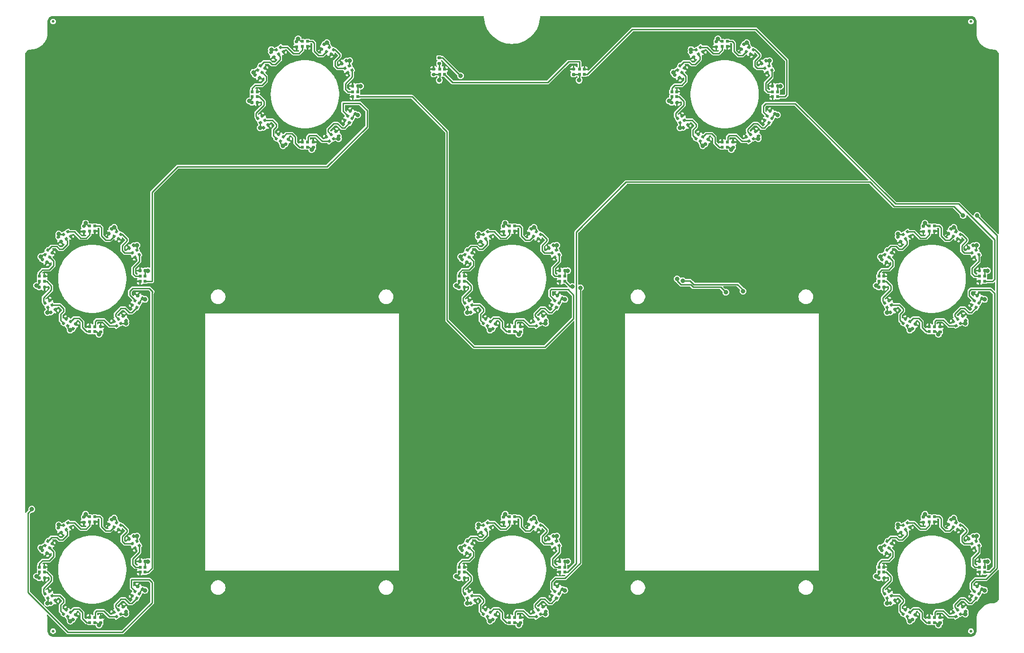
<source format=gtl>
G04 #@! TF.GenerationSoftware,KiCad,Pcbnew,8.0.4+1*
G04 #@! TF.CreationDate,2024-10-06T14:14:45+00:00*
G04 #@! TF.ProjectId,pedalboard-display,70656461-6c62-46f6-9172-642d64697370,0.0.0-RC1*
G04 #@! TF.SameCoordinates,Original*
G04 #@! TF.FileFunction,Copper,L1,Top*
G04 #@! TF.FilePolarity,Positive*
%FSLAX46Y46*%
G04 Gerber Fmt 4.6, Leading zero omitted, Abs format (unit mm)*
G04 Created by KiCad (PCBNEW 8.0.4+1) date 2024-10-06 14:14:45*
%MOMM*%
%LPD*%
G01*
G04 APERTURE LIST*
G04 #@! TA.AperFunction,SMDPad,CuDef*
%ADD10C,0.500000*%
G04 #@! TD*
G04 #@! TA.AperFunction,SMDPad,CuDef*
%ADD11R,0.500000X0.500000*%
G04 #@! TD*
G04 #@! TA.AperFunction,ViaPad*
%ADD12C,0.800000*%
G04 #@! TD*
G04 #@! TA.AperFunction,Conductor*
%ADD13C,0.250000*%
G04 #@! TD*
G04 APERTURE END LIST*
D10*
X169000000Y110000000D03*
G04 #@! TA.AperFunction,SMDPad,CuDef*
G36*
G01*
X43662776Y104640447D02*
X43957224Y104810447D01*
G75*
G02*
X44148468Y104759203I70000J-121244D01*
G01*
X44288468Y104516715D01*
G75*
G02*
X44237224Y104325471I-121244J-70000D01*
G01*
X43942776Y104155471D01*
G75*
G02*
X43751532Y104206715I-70000J121244D01*
G01*
X43611532Y104449203D01*
G75*
G02*
X43662776Y104640447I121244J70000D01*
G01*
G37*
G04 #@! TD.AperFunction*
G04 #@! TA.AperFunction,SMDPad,CuDef*
G36*
G01*
X44142776Y103809063D02*
X44437224Y103979063D01*
G75*
G02*
X44628468Y103927819I70000J-121244D01*
G01*
X44768468Y103685331D01*
G75*
G02*
X44717224Y103494087I-121244J-70000D01*
G01*
X44422776Y103324087D01*
G75*
G02*
X44231532Y103375331I-70000J121244D01*
G01*
X44091532Y103617819D01*
G75*
G02*
X44142776Y103809063I121244J70000D01*
G01*
G37*
G04 #@! TD.AperFunction*
G04 #@! TA.AperFunction,SMDPad,CuDef*
G36*
G01*
X96760000Y65640000D02*
X96760000Y65300000D01*
G75*
G02*
X96620000Y65160000I-140000J0D01*
G01*
X96340000Y65160000D01*
G75*
G02*
X96200000Y65300000I0J140000D01*
G01*
X96200000Y65640000D01*
G75*
G02*
X96340000Y65780000I140000J0D01*
G01*
X96620000Y65780000D01*
G75*
G02*
X96760000Y65640000I0J-140000D01*
G01*
G37*
G04 #@! TD.AperFunction*
G04 #@! TA.AperFunction,SMDPad,CuDef*
G36*
G01*
X95800000Y65640000D02*
X95800000Y65300000D01*
G75*
G02*
X95660000Y65160000I-140000J0D01*
G01*
X95380000Y65160000D01*
G75*
G02*
X95240000Y65300000I0J140000D01*
G01*
X95240000Y65640000D01*
G75*
G02*
X95380000Y65780000I140000J0D01*
G01*
X95660000Y65780000D01*
G75*
G02*
X95800000Y65640000I0J-140000D01*
G01*
G37*
G04 #@! TD.AperFunction*
G04 #@! TA.AperFunction,SMDPad,CuDef*
G36*
X166676795Y3499554D02*
G01*
X166243783Y3249554D01*
X165993783Y3682566D01*
X166426795Y3932566D01*
X166676795Y3499554D01*
G37*
G04 #@! TD.AperFunction*
G04 #@! TA.AperFunction,SMDPad,CuDef*
G36*
X167456217Y3949554D02*
G01*
X167023205Y3699554D01*
X166773205Y4132566D01*
X167206217Y4382566D01*
X167456217Y3949554D01*
G37*
G04 #@! TD.AperFunction*
G04 #@! TA.AperFunction,SMDPad,CuDef*
G36*
X167006217Y4728976D02*
G01*
X166573205Y4478976D01*
X166323205Y4911988D01*
X166756217Y5161988D01*
X167006217Y4728976D01*
G37*
G04 #@! TD.AperFunction*
G04 #@! TA.AperFunction,SMDPad,CuDef*
G36*
X166226795Y4278976D02*
G01*
X165793783Y4028976D01*
X165543783Y4461988D01*
X165976795Y4711988D01*
X166226795Y4278976D01*
G37*
G04 #@! TD.AperFunction*
G04 #@! TA.AperFunction,SMDPad,CuDef*
G36*
X16676795Y55499554D02*
G01*
X16243783Y55249554D01*
X15993783Y55682566D01*
X16426795Y55932566D01*
X16676795Y55499554D01*
G37*
G04 #@! TD.AperFunction*
G04 #@! TA.AperFunction,SMDPad,CuDef*
G36*
X17456217Y55949554D02*
G01*
X17023205Y55699554D01*
X16773205Y56132566D01*
X17206217Y56382566D01*
X17456217Y55949554D01*
G37*
G04 #@! TD.AperFunction*
G04 #@! TA.AperFunction,SMDPad,CuDef*
G36*
X17006217Y56728976D02*
G01*
X16573205Y56478976D01*
X16323205Y56911988D01*
X16756217Y57161988D01*
X17006217Y56728976D01*
G37*
G04 #@! TD.AperFunction*
G04 #@! TA.AperFunction,SMDPad,CuDef*
G36*
X16226795Y56278976D02*
G01*
X15793783Y56028976D01*
X15543783Y56461988D01*
X15976795Y56711988D01*
X16226795Y56278976D01*
G37*
G04 #@! TD.AperFunction*
D11*
X161550000Y2550000D03*
X162450000Y2550000D03*
X162450000Y3450000D03*
X161550000Y3450000D03*
G04 #@! TA.AperFunction,SMDPad,CuDef*
G36*
X129676795Y88499554D02*
G01*
X129243783Y88249554D01*
X128993783Y88682566D01*
X129426795Y88932566D01*
X129676795Y88499554D01*
G37*
G04 #@! TD.AperFunction*
G04 #@! TA.AperFunction,SMDPad,CuDef*
G36*
X130456217Y88949554D02*
G01*
X130023205Y88699554D01*
X129773205Y89132566D01*
X130206217Y89382566D01*
X130456217Y88949554D01*
G37*
G04 #@! TD.AperFunction*
G04 #@! TA.AperFunction,SMDPad,CuDef*
G36*
X130006217Y89728976D02*
G01*
X129573205Y89478976D01*
X129323205Y89911988D01*
X129756217Y90161988D01*
X130006217Y89728976D01*
G37*
G04 #@! TD.AperFunction*
G04 #@! TA.AperFunction,SMDPad,CuDef*
G36*
X129226795Y89278976D02*
G01*
X128793783Y89028976D01*
X128543783Y89461988D01*
X128976795Y89711988D01*
X129226795Y89278976D01*
G37*
G04 #@! TD.AperFunction*
X96450000Y63550000D03*
X96450000Y64450000D03*
X95550000Y64450000D03*
X95550000Y63550000D03*
G04 #@! TA.AperFunction,SMDPad,CuDef*
G36*
G01*
X123330000Y106700000D02*
X123670000Y106700000D01*
G75*
G02*
X123810000Y106560000I0J-140000D01*
G01*
X123810000Y106280000D01*
G75*
G02*
X123670000Y106140000I-140000J0D01*
G01*
X123330000Y106140000D01*
G75*
G02*
X123190000Y106280000I0J140000D01*
G01*
X123190000Y106560000D01*
G75*
G02*
X123330000Y106700000I140000J0D01*
G01*
G37*
G04 #@! TD.AperFunction*
G04 #@! TA.AperFunction,SMDPad,CuDef*
G36*
G01*
X123330000Y105740000D02*
X123670000Y105740000D01*
G75*
G02*
X123810000Y105600000I0J-140000D01*
G01*
X123810000Y105320000D01*
G75*
G02*
X123670000Y105180000I-140000J0D01*
G01*
X123330000Y105180000D01*
G75*
G02*
X123190000Y105320000I0J140000D01*
G01*
X123190000Y105600000D01*
G75*
G02*
X123330000Y105740000I140000J0D01*
G01*
G37*
G04 #@! TD.AperFunction*
G04 #@! TA.AperFunction,SMDPad,CuDef*
G36*
G01*
X4426820Y57722776D02*
X4256820Y58017224D01*
G75*
G02*
X4308064Y58208468I121244J70000D01*
G01*
X4550552Y58348468D01*
G75*
G02*
X4741796Y58297224I70000J-121244D01*
G01*
X4911796Y58002776D01*
G75*
G02*
X4860552Y57811532I-121244J-70000D01*
G01*
X4618064Y57671532D01*
G75*
G02*
X4426820Y57722776I-70000J121244D01*
G01*
G37*
G04 #@! TD.AperFunction*
G04 #@! TA.AperFunction,SMDPad,CuDef*
G36*
G01*
X5258204Y58202776D02*
X5088204Y58497224D01*
G75*
G02*
X5139448Y58688468I121244J70000D01*
G01*
X5381936Y58828468D01*
G75*
G02*
X5573180Y58777224I70000J-121244D01*
G01*
X5743180Y58482776D01*
G75*
G02*
X5691936Y58291532I-121244J-70000D01*
G01*
X5449448Y58151532D01*
G75*
G02*
X5258204Y58202776I-70000J121244D01*
G01*
G37*
G04 #@! TD.AperFunction*
G04 #@! TA.AperFunction,SMDPad,CuDef*
G36*
X91676795Y55499554D02*
G01*
X91243783Y55249554D01*
X90993783Y55682566D01*
X91426795Y55932566D01*
X91676795Y55499554D01*
G37*
G04 #@! TD.AperFunction*
G04 #@! TA.AperFunction,SMDPad,CuDef*
G36*
X92456217Y55949554D02*
G01*
X92023205Y55699554D01*
X91773205Y56132566D01*
X92206217Y56382566D01*
X92456217Y55949554D01*
G37*
G04 #@! TD.AperFunction*
G04 #@! TA.AperFunction,SMDPad,CuDef*
G36*
X92006217Y56728976D02*
G01*
X91573205Y56478976D01*
X91323205Y56911988D01*
X91756217Y57161988D01*
X92006217Y56728976D01*
G37*
G04 #@! TD.AperFunction*
G04 #@! TA.AperFunction,SMDPad,CuDef*
G36*
X91226795Y56278976D02*
G01*
X90793783Y56028976D01*
X90543783Y56461988D01*
X90976795Y56711988D01*
X91226795Y56278976D01*
G37*
G04 #@! TD.AperFunction*
G04 #@! TA.AperFunction,SMDPad,CuDef*
G36*
G01*
X154426820Y5722776D02*
X154256820Y6017224D01*
G75*
G02*
X154308064Y6208468I121244J70000D01*
G01*
X154550552Y6348468D01*
G75*
G02*
X154741796Y6297224I70000J-121244D01*
G01*
X154911796Y6002776D01*
G75*
G02*
X154860552Y5811532I-121244J-70000D01*
G01*
X154618064Y5671532D01*
G75*
G02*
X154426820Y5722776I-70000J121244D01*
G01*
G37*
G04 #@! TD.AperFunction*
G04 #@! TA.AperFunction,SMDPad,CuDef*
G36*
G01*
X155258204Y6202776D02*
X155088204Y6497224D01*
G75*
G02*
X155139448Y6688468I121244J70000D01*
G01*
X155381936Y6828468D01*
G75*
G02*
X155573180Y6777224I70000J-121244D01*
G01*
X155743180Y6482776D01*
G75*
G02*
X155691936Y6291532I-121244J-70000D01*
G01*
X155449448Y6151532D01*
G75*
G02*
X155258204Y6202776I-70000J121244D01*
G01*
G37*
G04 #@! TD.AperFunction*
X21450000Y63550000D03*
X21450000Y64450000D03*
X20550000Y64450000D03*
X20550000Y63550000D03*
G04 #@! TA.AperFunction,SMDPad,CuDef*
G36*
G01*
X118662776Y104640447D02*
X118957224Y104810447D01*
G75*
G02*
X119148468Y104759203I70000J-121244D01*
G01*
X119288468Y104516715D01*
G75*
G02*
X119237224Y104325471I-121244J-70000D01*
G01*
X118942776Y104155471D01*
G75*
G02*
X118751532Y104206715I-70000J121244D01*
G01*
X118611532Y104449203D01*
G75*
G02*
X118662776Y104640447I121244J70000D01*
G01*
G37*
G04 #@! TD.AperFunction*
G04 #@! TA.AperFunction,SMDPad,CuDef*
G36*
G01*
X119142776Y103809063D02*
X119437224Y103979063D01*
G75*
G02*
X119628468Y103927819I70000J-121244D01*
G01*
X119768468Y103685331D01*
G75*
G02*
X119717224Y103494087I-121244J-70000D01*
G01*
X119422776Y103324087D01*
G75*
G02*
X119231532Y103375331I-70000J121244D01*
G01*
X119091532Y103617819D01*
G75*
G02*
X119142776Y103809063I121244J70000D01*
G01*
G37*
G04 #@! TD.AperFunction*
G04 #@! TA.AperFunction,SMDPad,CuDef*
G36*
G01*
X171760000Y65640000D02*
X171760000Y65300000D01*
G75*
G02*
X171620000Y65160000I-140000J0D01*
G01*
X171340000Y65160000D01*
G75*
G02*
X171200000Y65300000I0J140000D01*
G01*
X171200000Y65640000D01*
G75*
G02*
X171340000Y65780000I140000J0D01*
G01*
X171620000Y65780000D01*
G75*
G02*
X171760000Y65640000I0J-140000D01*
G01*
G37*
G04 #@! TD.AperFunction*
G04 #@! TA.AperFunction,SMDPad,CuDef*
G36*
G01*
X170800000Y65640000D02*
X170800000Y65300000D01*
G75*
G02*
X170660000Y65160000I-140000J0D01*
G01*
X170380000Y65160000D01*
G75*
G02*
X170240000Y65300000I0J140000D01*
G01*
X170240000Y65640000D01*
G75*
G02*
X170380000Y65780000I140000J0D01*
G01*
X170660000Y65780000D01*
G75*
G02*
X170800000Y65640000I0J-140000D01*
G01*
G37*
G04 #@! TD.AperFunction*
G04 #@! TA.AperFunction,SMDPad,CuDef*
G36*
X95300446Y6976795D02*
G01*
X95050446Y6543783D01*
X94617434Y6793783D01*
X94867434Y7226795D01*
X95300446Y6976795D01*
G37*
G04 #@! TD.AperFunction*
G04 #@! TA.AperFunction,SMDPad,CuDef*
G36*
X95750446Y7756217D02*
G01*
X95500446Y7323205D01*
X95067434Y7573205D01*
X95317434Y8006217D01*
X95750446Y7756217D01*
G37*
G04 #@! TD.AperFunction*
G04 #@! TA.AperFunction,SMDPad,CuDef*
G36*
X94971024Y8206217D02*
G01*
X94721024Y7773205D01*
X94288012Y8023205D01*
X94538012Y8456217D01*
X94971024Y8206217D01*
G37*
G04 #@! TD.AperFunction*
G04 #@! TA.AperFunction,SMDPad,CuDef*
G36*
X94521024Y7426795D02*
G01*
X94271024Y6993783D01*
X93838012Y7243783D01*
X94088012Y7676795D01*
X94521024Y7426795D01*
G37*
G04 #@! TD.AperFunction*
G04 #@! TA.AperFunction,SMDPad,CuDef*
G36*
X20500446Y16676795D02*
G01*
X20750446Y16243783D01*
X20317434Y15993783D01*
X20067434Y16426795D01*
X20500446Y16676795D01*
G37*
G04 #@! TD.AperFunction*
G04 #@! TA.AperFunction,SMDPad,CuDef*
G36*
X20050446Y17456217D02*
G01*
X20300446Y17023205D01*
X19867434Y16773205D01*
X19617434Y17206217D01*
X20050446Y17456217D01*
G37*
G04 #@! TD.AperFunction*
G04 #@! TA.AperFunction,SMDPad,CuDef*
G36*
X19271024Y17006217D02*
G01*
X19521024Y16573205D01*
X19088012Y16323205D01*
X18838012Y16756217D01*
X19271024Y17006217D01*
G37*
G04 #@! TD.AperFunction*
G04 #@! TA.AperFunction,SMDPad,CuDef*
G36*
X19721024Y16226795D02*
G01*
X19971024Y15793783D01*
X19538012Y15543783D01*
X19288012Y15976795D01*
X19721024Y16226795D01*
G37*
G04 #@! TD.AperFunction*
X50450000Y106450000D03*
X49550000Y106450000D03*
X49550000Y105550000D03*
X50450000Y105550000D03*
G04 #@! TA.AperFunction,SMDPad,CuDef*
G36*
X78699554Y69023205D02*
G01*
X78949554Y69456217D01*
X79382566Y69206217D01*
X79132566Y68773205D01*
X78699554Y69023205D01*
G37*
G04 #@! TD.AperFunction*
G04 #@! TA.AperFunction,SMDPad,CuDef*
G36*
X78249554Y68243783D02*
G01*
X78499554Y68676795D01*
X78932566Y68426795D01*
X78682566Y67993783D01*
X78249554Y68243783D01*
G37*
G04 #@! TD.AperFunction*
G04 #@! TA.AperFunction,SMDPad,CuDef*
G36*
X79028976Y67793783D02*
G01*
X79278976Y68226795D01*
X79711988Y67976795D01*
X79461988Y67543783D01*
X79028976Y67793783D01*
G37*
G04 #@! TD.AperFunction*
G04 #@! TA.AperFunction,SMDPad,CuDef*
G36*
X79478976Y68573205D02*
G01*
X79728976Y69006217D01*
X80161988Y68756217D01*
X79911988Y68323205D01*
X79478976Y68573205D01*
G37*
G04 #@! TD.AperFunction*
X96450000Y11550000D03*
X96450000Y12450000D03*
X95550000Y12450000D03*
X95550000Y11550000D03*
X134450000Y96550000D03*
X134450000Y97450000D03*
X133550000Y97450000D03*
X133550000Y96550000D03*
G04 #@! TA.AperFunction,SMDPad,CuDef*
G36*
X167023205Y72300446D02*
G01*
X167456217Y72050446D01*
X167206217Y71617434D01*
X166773205Y71867434D01*
X167023205Y72300446D01*
G37*
G04 #@! TD.AperFunction*
G04 #@! TA.AperFunction,SMDPad,CuDef*
G36*
X166243783Y72750446D02*
G01*
X166676795Y72500446D01*
X166426795Y72067434D01*
X165993783Y72317434D01*
X166243783Y72750446D01*
G37*
G04 #@! TD.AperFunction*
G04 #@! TA.AperFunction,SMDPad,CuDef*
G36*
X165793783Y71971024D02*
G01*
X166226795Y71721024D01*
X165976795Y71288012D01*
X165543783Y71538012D01*
X165793783Y71971024D01*
G37*
G04 #@! TD.AperFunction*
G04 #@! TA.AperFunction,SMDPad,CuDef*
G36*
X166573205Y71521024D02*
G01*
X167006217Y71271024D01*
X166756217Y70838012D01*
X166323205Y71088012D01*
X166573205Y71521024D01*
G37*
G04 #@! TD.AperFunction*
G04 #@! TA.AperFunction,SMDPad,CuDef*
G36*
G01*
X152240000Y10330000D02*
X152240000Y10670000D01*
G75*
G02*
X152380000Y10810000I140000J0D01*
G01*
X152660000Y10810000D01*
G75*
G02*
X152800000Y10670000I0J-140000D01*
G01*
X152800000Y10330000D01*
G75*
G02*
X152660000Y10190000I-140000J0D01*
G01*
X152380000Y10190000D01*
G75*
G02*
X152240000Y10330000I0J140000D01*
G01*
G37*
G04 #@! TD.AperFunction*
G04 #@! TA.AperFunction,SMDPad,CuDef*
G36*
G01*
X153200000Y10330000D02*
X153200000Y10670000D01*
G75*
G02*
X153340000Y10810000I140000J0D01*
G01*
X153620000Y10810000D01*
G75*
G02*
X153760000Y10670000I0J-140000D01*
G01*
X153760000Y10330000D01*
G75*
G02*
X153620000Y10190000I-140000J0D01*
G01*
X153340000Y10190000D01*
G75*
G02*
X153200000Y10330000I0J140000D01*
G01*
G37*
G04 #@! TD.AperFunction*
X125450000Y106450000D03*
X124550000Y106450000D03*
X124550000Y105550000D03*
X125450000Y105550000D03*
G04 #@! TA.AperFunction,SMDPad,CuDef*
G36*
G01*
X155662776Y71640447D02*
X155957224Y71810447D01*
G75*
G02*
X156148468Y71759203I70000J-121244D01*
G01*
X156288468Y71516715D01*
G75*
G02*
X156237224Y71325471I-121244J-70000D01*
G01*
X155942776Y71155471D01*
G75*
G02*
X155751532Y71206715I-70000J121244D01*
G01*
X155611532Y71449203D01*
G75*
G02*
X155662776Y71640447I121244J70000D01*
G01*
G37*
G04 #@! TD.AperFunction*
G04 #@! TA.AperFunction,SMDPad,CuDef*
G36*
G01*
X156142776Y70809063D02*
X156437224Y70979063D01*
G75*
G02*
X156628468Y70927819I70000J-121244D01*
G01*
X156768468Y70685331D01*
G75*
G02*
X156717224Y70494087I-121244J-70000D01*
G01*
X156422776Y70324087D01*
G75*
G02*
X156231532Y70375331I-70000J121244D01*
G01*
X156091532Y70617819D01*
G75*
G02*
X156142776Y70809063I121244J70000D01*
G01*
G37*
G04 #@! TD.AperFunction*
X11550000Y54550000D03*
X12450000Y54550000D03*
X12450000Y55450000D03*
X11550000Y55450000D03*
G04 #@! TA.AperFunction,SMDPad,CuDef*
G36*
G01*
X2756820Y67432776D02*
X2926820Y67727224D01*
G75*
G02*
X3118064Y67778468I121244J-70000D01*
G01*
X3360552Y67638468D01*
G75*
G02*
X3411796Y67447224I-70000J-121244D01*
G01*
X3241796Y67152776D01*
G75*
G02*
X3050552Y67101532I-121244J70000D01*
G01*
X2808064Y67241532D01*
G75*
G02*
X2756820Y67432776I70000J121244D01*
G01*
G37*
G04 #@! TD.AperFunction*
G04 #@! TA.AperFunction,SMDPad,CuDef*
G36*
G01*
X3588204Y66952776D02*
X3758204Y67247224D01*
G75*
G02*
X3949448Y67298468I121244J-70000D01*
G01*
X4191936Y67158468D01*
G75*
G02*
X4243180Y66967224I-70000J-121244D01*
G01*
X4073180Y66672776D01*
G75*
G02*
X3881936Y66621532I-121244J70000D01*
G01*
X3639448Y66761532D01*
G75*
G02*
X3588204Y66952776I70000J121244D01*
G01*
G37*
G04 #@! TD.AperFunction*
G04 #@! TA.AperFunction,SMDPad,CuDef*
G36*
X133300446Y91976795D02*
G01*
X133050446Y91543783D01*
X132617434Y91793783D01*
X132867434Y92226795D01*
X133300446Y91976795D01*
G37*
G04 #@! TD.AperFunction*
G04 #@! TA.AperFunction,SMDPad,CuDef*
G36*
X133750446Y92756217D02*
G01*
X133500446Y92323205D01*
X133067434Y92573205D01*
X133317434Y93006217D01*
X133750446Y92756217D01*
G37*
G04 #@! TD.AperFunction*
G04 #@! TA.AperFunction,SMDPad,CuDef*
G36*
X132971024Y93206217D02*
G01*
X132721024Y92773205D01*
X132288012Y93023205D01*
X132538012Y93456217D01*
X132971024Y93206217D01*
G37*
G04 #@! TD.AperFunction*
G04 #@! TA.AperFunction,SMDPad,CuDef*
G36*
X132521024Y92426795D02*
G01*
X132271024Y91993783D01*
X131838012Y92243783D01*
X132088012Y92676795D01*
X132521024Y92426795D01*
G37*
G04 #@! TD.AperFunction*
G04 #@! TA.AperFunction,SMDPad,CuDef*
G36*
X78699554Y17023205D02*
G01*
X78949554Y17456217D01*
X79382566Y17206217D01*
X79132566Y16773205D01*
X78699554Y17023205D01*
G37*
G04 #@! TD.AperFunction*
G04 #@! TA.AperFunction,SMDPad,CuDef*
G36*
X78249554Y16243783D02*
G01*
X78499554Y16676795D01*
X78932566Y16426795D01*
X78682566Y15993783D01*
X78249554Y16243783D01*
G37*
G04 #@! TD.AperFunction*
G04 #@! TA.AperFunction,SMDPad,CuDef*
G36*
X79028976Y15793783D02*
G01*
X79278976Y16226795D01*
X79711988Y15976795D01*
X79461988Y15543783D01*
X79028976Y15793783D01*
G37*
G04 #@! TD.AperFunction*
G04 #@! TA.AperFunction,SMDPad,CuDef*
G36*
X79478976Y16573205D02*
G01*
X79728976Y17006217D01*
X80161988Y16756217D01*
X79911988Y16323205D01*
X79478976Y16573205D01*
G37*
G04 #@! TD.AperFunction*
G04 #@! TA.AperFunction,SMDPad,CuDef*
G36*
X116499554Y92323205D02*
G01*
X116249554Y92756217D01*
X116682566Y93006217D01*
X116932566Y92573205D01*
X116499554Y92323205D01*
G37*
G04 #@! TD.AperFunction*
G04 #@! TA.AperFunction,SMDPad,CuDef*
G36*
X116949554Y91543783D02*
G01*
X116699554Y91976795D01*
X117132566Y92226795D01*
X117382566Y91793783D01*
X116949554Y91543783D01*
G37*
G04 #@! TD.AperFunction*
G04 #@! TA.AperFunction,SMDPad,CuDef*
G36*
X117728976Y91993783D02*
G01*
X117478976Y92426795D01*
X117911988Y92676795D01*
X118161988Y92243783D01*
X117728976Y91993783D01*
G37*
G04 #@! TD.AperFunction*
G04 #@! TA.AperFunction,SMDPad,CuDef*
G36*
X117278976Y92773205D02*
G01*
X117028976Y93206217D01*
X117461988Y93456217D01*
X117711988Y93023205D01*
X117278976Y92773205D01*
G37*
G04 #@! TD.AperFunction*
G04 #@! TA.AperFunction,SMDPad,CuDef*
G36*
G01*
X94573180Y18277224D02*
X94743180Y17982776D01*
G75*
G02*
X94691936Y17791532I-121244J-70000D01*
G01*
X94449448Y17651532D01*
G75*
G02*
X94258204Y17702776I-70000J121244D01*
G01*
X94088204Y17997224D01*
G75*
G02*
X94139448Y18188468I121244J70000D01*
G01*
X94381936Y18328468D01*
G75*
G02*
X94573180Y18277224I70000J-121244D01*
G01*
G37*
G04 #@! TD.AperFunction*
G04 #@! TA.AperFunction,SMDPad,CuDef*
G36*
G01*
X93741796Y17797224D02*
X93911796Y17502776D01*
G75*
G02*
X93860552Y17311532I-121244J-70000D01*
G01*
X93618064Y17171532D01*
G75*
G02*
X93426820Y17222776I-70000J121244D01*
G01*
X93256820Y17517224D01*
G75*
G02*
X93308064Y17708468I121244J70000D01*
G01*
X93550552Y17848468D01*
G75*
G02*
X93741796Y17797224I70000J-121244D01*
G01*
G37*
G04 #@! TD.AperFunction*
X124550000Y87550000D03*
X125450000Y87550000D03*
X125450000Y88450000D03*
X124550000Y88450000D03*
G04 #@! TA.AperFunction,SMDPad,CuDef*
G36*
X92023205Y20300446D02*
G01*
X92456217Y20050446D01*
X92206217Y19617434D01*
X91773205Y19867434D01*
X92023205Y20300446D01*
G37*
G04 #@! TD.AperFunction*
G04 #@! TA.AperFunction,SMDPad,CuDef*
G36*
X91243783Y20750446D02*
G01*
X91676795Y20500446D01*
X91426795Y20067434D01*
X90993783Y20317434D01*
X91243783Y20750446D01*
G37*
G04 #@! TD.AperFunction*
G04 #@! TA.AperFunction,SMDPad,CuDef*
G36*
X90793783Y19971024D02*
G01*
X91226795Y19721024D01*
X90976795Y19288012D01*
X90543783Y19538012D01*
X90793783Y19971024D01*
G37*
G04 #@! TD.AperFunction*
G04 #@! TA.AperFunction,SMDPad,CuDef*
G36*
X91573205Y19521024D02*
G01*
X92006217Y19271024D01*
X91756217Y18838012D01*
X91323205Y19088012D01*
X91573205Y19521024D01*
G37*
G04 #@! TD.AperFunction*
X115550000Y97450000D03*
X115550000Y96550000D03*
X116450000Y96550000D03*
X116450000Y97450000D03*
G04 #@! TA.AperFunction,SMDPad,CuDef*
G36*
G01*
X154426820Y57722776D02*
X154256820Y58017224D01*
G75*
G02*
X154308064Y58208468I121244J70000D01*
G01*
X154550552Y58348468D01*
G75*
G02*
X154741796Y58297224I70000J-121244D01*
G01*
X154911796Y58002776D01*
G75*
G02*
X154860552Y57811532I-121244J-70000D01*
G01*
X154618064Y57671532D01*
G75*
G02*
X154426820Y57722776I-70000J121244D01*
G01*
G37*
G04 #@! TD.AperFunction*
G04 #@! TA.AperFunction,SMDPad,CuDef*
G36*
G01*
X155258204Y58202776D02*
X155088204Y58497224D01*
G75*
G02*
X155139448Y58688468I121244J70000D01*
G01*
X155381936Y58828468D01*
G75*
G02*
X155573180Y58777224I70000J-121244D01*
G01*
X155743180Y58482776D01*
G75*
G02*
X155691936Y58291532I-121244J-70000D01*
G01*
X155449448Y58151532D01*
G75*
G02*
X155258204Y58202776I-70000J121244D01*
G01*
G37*
G04 #@! TD.AperFunction*
G04 #@! TA.AperFunction,SMDPad,CuDef*
G36*
X116699554Y102023205D02*
G01*
X116949554Y102456217D01*
X117382566Y102206217D01*
X117132566Y101773205D01*
X116699554Y102023205D01*
G37*
G04 #@! TD.AperFunction*
G04 #@! TA.AperFunction,SMDPad,CuDef*
G36*
X116249554Y101243783D02*
G01*
X116499554Y101676795D01*
X116932566Y101426795D01*
X116682566Y100993783D01*
X116249554Y101243783D01*
G37*
G04 #@! TD.AperFunction*
G04 #@! TA.AperFunction,SMDPad,CuDef*
G36*
X117028976Y100793783D02*
G01*
X117278976Y101226795D01*
X117711988Y100976795D01*
X117461988Y100543783D01*
X117028976Y100793783D01*
G37*
G04 #@! TD.AperFunction*
G04 #@! TA.AperFunction,SMDPad,CuDef*
G36*
X117478976Y101573205D02*
G01*
X117728976Y102006217D01*
X118161988Y101756217D01*
X117911988Y101323205D01*
X117478976Y101573205D01*
G37*
G04 #@! TD.AperFunction*
X162450000Y73450000D03*
X161550000Y73450000D03*
X161550000Y72550000D03*
X162450000Y72550000D03*
G04 #@! TA.AperFunction,SMDPad,CuDef*
G36*
X82323205Y72500446D02*
G01*
X82756217Y72750446D01*
X83006217Y72317434D01*
X82573205Y72067434D01*
X82323205Y72500446D01*
G37*
G04 #@! TD.AperFunction*
G04 #@! TA.AperFunction,SMDPad,CuDef*
G36*
X81543783Y72050446D02*
G01*
X81976795Y72300446D01*
X82226795Y71867434D01*
X81793783Y71617434D01*
X81543783Y72050446D01*
G37*
G04 #@! TD.AperFunction*
G04 #@! TA.AperFunction,SMDPad,CuDef*
G36*
X81993783Y71271024D02*
G01*
X82426795Y71521024D01*
X82676795Y71088012D01*
X82243783Y70838012D01*
X81993783Y71271024D01*
G37*
G04 #@! TD.AperFunction*
G04 #@! TA.AperFunction,SMDPad,CuDef*
G36*
X82773205Y71721024D02*
G01*
X83206217Y71971024D01*
X83456217Y71538012D01*
X83023205Y71288012D01*
X82773205Y71721024D01*
G37*
G04 #@! TD.AperFunction*
D10*
X5000000Y110000000D03*
G04 #@! TA.AperFunction,SMDPad,CuDef*
G36*
G01*
X152240000Y62330000D02*
X152240000Y62670000D01*
G75*
G02*
X152380000Y62810000I140000J0D01*
G01*
X152660000Y62810000D01*
G75*
G02*
X152800000Y62670000I0J-140000D01*
G01*
X152800000Y62330000D01*
G75*
G02*
X152660000Y62190000I-140000J0D01*
G01*
X152380000Y62190000D01*
G75*
G02*
X152240000Y62330000I0J140000D01*
G01*
G37*
G04 #@! TD.AperFunction*
G04 #@! TA.AperFunction,SMDPad,CuDef*
G36*
G01*
X153200000Y62330000D02*
X153200000Y62670000D01*
G75*
G02*
X153340000Y62810000I140000J0D01*
G01*
X153620000Y62810000D01*
G75*
G02*
X153760000Y62670000I0J-140000D01*
G01*
X153760000Y62330000D01*
G75*
G02*
X153620000Y62190000I-140000J0D01*
G01*
X153340000Y62190000D01*
G75*
G02*
X153200000Y62330000I0J140000D01*
G01*
G37*
G04 #@! TD.AperFunction*
G04 #@! TA.AperFunction,SMDPad,CuDef*
G36*
X54676795Y88499554D02*
G01*
X54243783Y88249554D01*
X53993783Y88682566D01*
X54426795Y88932566D01*
X54676795Y88499554D01*
G37*
G04 #@! TD.AperFunction*
G04 #@! TA.AperFunction,SMDPad,CuDef*
G36*
X55456217Y88949554D02*
G01*
X55023205Y88699554D01*
X54773205Y89132566D01*
X55206217Y89382566D01*
X55456217Y88949554D01*
G37*
G04 #@! TD.AperFunction*
G04 #@! TA.AperFunction,SMDPad,CuDef*
G36*
X55006217Y89728976D02*
G01*
X54573205Y89478976D01*
X54323205Y89911988D01*
X54756217Y90161988D01*
X55006217Y89728976D01*
G37*
G04 #@! TD.AperFunction*
G04 #@! TA.AperFunction,SMDPad,CuDef*
G36*
X54226795Y89278976D02*
G01*
X53793783Y89028976D01*
X53543783Y89461988D01*
X53976795Y89711988D01*
X54226795Y89278976D01*
G37*
G04 #@! TD.AperFunction*
G04 #@! TA.AperFunction,SMDPad,CuDef*
G36*
X3499554Y7323205D02*
G01*
X3249554Y7756217D01*
X3682566Y8006217D01*
X3932566Y7573205D01*
X3499554Y7323205D01*
G37*
G04 #@! TD.AperFunction*
G04 #@! TA.AperFunction,SMDPad,CuDef*
G36*
X3949554Y6543783D02*
G01*
X3699554Y6976795D01*
X4132566Y7226795D01*
X4382566Y6793783D01*
X3949554Y6543783D01*
G37*
G04 #@! TD.AperFunction*
G04 #@! TA.AperFunction,SMDPad,CuDef*
G36*
X4728976Y6993783D02*
G01*
X4478976Y7426795D01*
X4911988Y7676795D01*
X5161988Y7243783D01*
X4728976Y6993783D01*
G37*
G04 #@! TD.AperFunction*
G04 #@! TA.AperFunction,SMDPad,CuDef*
G36*
X4278976Y7773205D02*
G01*
X4028976Y8206217D01*
X4461988Y8456217D01*
X4711988Y8023205D01*
X4278976Y7773205D01*
G37*
G04 #@! TD.AperFunction*
G04 #@! TA.AperFunction,SMDPad,CuDef*
G36*
G01*
X18327224Y4359553D02*
X18032776Y4189553D01*
G75*
G02*
X17841532Y4240797I-70000J121244D01*
G01*
X17701532Y4483285D01*
G75*
G02*
X17752776Y4674529I121244J70000D01*
G01*
X18047224Y4844529D01*
G75*
G02*
X18238468Y4793285I70000J-121244D01*
G01*
X18378468Y4550797D01*
G75*
G02*
X18327224Y4359553I-121244J-70000D01*
G01*
G37*
G04 #@! TD.AperFunction*
G04 #@! TA.AperFunction,SMDPad,CuDef*
G36*
G01*
X17847224Y5190937D02*
X17552776Y5020937D01*
G75*
G02*
X17361532Y5072181I-70000J121244D01*
G01*
X17221532Y5314669D01*
G75*
G02*
X17272776Y5505913I121244J70000D01*
G01*
X17567224Y5675913D01*
G75*
G02*
X17758468Y5624669I70000J-121244D01*
G01*
X17898468Y5382181D01*
G75*
G02*
X17847224Y5190937I-121244J-70000D01*
G01*
G37*
G04 #@! TD.AperFunction*
G04 #@! TA.AperFunction,SMDPad,CuDef*
G36*
G01*
X165432776Y21243180D02*
X165727224Y21073180D01*
G75*
G02*
X165778468Y20881936I-70000J-121244D01*
G01*
X165638468Y20639448D01*
G75*
G02*
X165447224Y20588204I-121244J70000D01*
G01*
X165152776Y20758204D01*
G75*
G02*
X165101532Y20949448I70000J121244D01*
G01*
X165241532Y21191936D01*
G75*
G02*
X165432776Y21243180I121244J-70000D01*
G01*
G37*
G04 #@! TD.AperFunction*
G04 #@! TA.AperFunction,SMDPad,CuDef*
G36*
G01*
X164952776Y20411796D02*
X165247224Y20241796D01*
G75*
G02*
X165298468Y20050552I-70000J-121244D01*
G01*
X165158468Y19808064D01*
G75*
G02*
X164967224Y19756820I-121244J70000D01*
G01*
X164672776Y19926820D01*
G75*
G02*
X164621532Y20118064I70000J121244D01*
G01*
X164761532Y20360552D01*
G75*
G02*
X164952776Y20411796I121244J-70000D01*
G01*
G37*
G04 #@! TD.AperFunction*
D11*
X40550000Y97450000D03*
X40550000Y96550000D03*
X41450000Y96550000D03*
X41450000Y97450000D03*
G04 #@! TA.AperFunction,SMDPad,CuDef*
G36*
G01*
X40756820Y100432776D02*
X40926820Y100727224D01*
G75*
G02*
X41118064Y100778468I121244J-70000D01*
G01*
X41360552Y100638468D01*
G75*
G02*
X41411796Y100447224I-70000J-121244D01*
G01*
X41241796Y100152776D01*
G75*
G02*
X41050552Y100101532I-121244J70000D01*
G01*
X40808064Y100241532D01*
G75*
G02*
X40756820Y100432776I70000J121244D01*
G01*
G37*
G04 #@! TD.AperFunction*
G04 #@! TA.AperFunction,SMDPad,CuDef*
G36*
G01*
X41588204Y99952776D02*
X41758204Y100247224D01*
G75*
G02*
X41949448Y100298468I121244J-70000D01*
G01*
X42191936Y100158468D01*
G75*
G02*
X42243180Y99967224I-70000J-121244D01*
G01*
X42073180Y99672776D01*
G75*
G02*
X41881936Y99621532I-121244J70000D01*
G01*
X41639448Y99761532D01*
G75*
G02*
X41588204Y99952776I70000J121244D01*
G01*
G37*
G04 #@! TD.AperFunction*
G04 #@! TA.AperFunction,SMDPad,CuDef*
G36*
G01*
X77756820Y15432776D02*
X77926820Y15727224D01*
G75*
G02*
X78118064Y15778468I121244J-70000D01*
G01*
X78360552Y15638468D01*
G75*
G02*
X78411796Y15447224I-70000J-121244D01*
G01*
X78241796Y15152776D01*
G75*
G02*
X78050552Y15101532I-121244J70000D01*
G01*
X77808064Y15241532D01*
G75*
G02*
X77756820Y15432776I70000J121244D01*
G01*
G37*
G04 #@! TD.AperFunction*
G04 #@! TA.AperFunction,SMDPad,CuDef*
G36*
G01*
X78588204Y14952776D02*
X78758204Y15247224D01*
G75*
G02*
X78949448Y15298468I121244J-70000D01*
G01*
X79191936Y15158468D01*
G75*
G02*
X79243180Y14967224I-70000J-121244D01*
G01*
X79073180Y14672776D01*
G75*
G02*
X78881936Y14621532I-121244J70000D01*
G01*
X78639448Y14761532D01*
G75*
G02*
X78588204Y14952776I70000J121244D01*
G01*
G37*
G04 #@! TD.AperFunction*
X161550000Y54550000D03*
X162450000Y54550000D03*
X162450000Y55450000D03*
X161550000Y55450000D03*
G04 #@! TA.AperFunction,SMDPad,CuDef*
G36*
X95500446Y68676795D02*
G01*
X95750446Y68243783D01*
X95317434Y67993783D01*
X95067434Y68426795D01*
X95500446Y68676795D01*
G37*
G04 #@! TD.AperFunction*
G04 #@! TA.AperFunction,SMDPad,CuDef*
G36*
X95050446Y69456217D02*
G01*
X95300446Y69023205D01*
X94867434Y68773205D01*
X94617434Y69206217D01*
X95050446Y69456217D01*
G37*
G04 #@! TD.AperFunction*
G04 #@! TA.AperFunction,SMDPad,CuDef*
G36*
X94271024Y69006217D02*
G01*
X94521024Y68573205D01*
X94088012Y68323205D01*
X93838012Y68756217D01*
X94271024Y69006217D01*
G37*
G04 #@! TD.AperFunction*
G04 #@! TA.AperFunction,SMDPad,CuDef*
G36*
X94721024Y68226795D02*
G01*
X94971024Y67793783D01*
X94538012Y67543783D01*
X94288012Y67976795D01*
X94721024Y68226795D01*
G37*
G04 #@! TD.AperFunction*
G04 #@! TA.AperFunction,SMDPad,CuDef*
G36*
G01*
X115240000Y95330000D02*
X115240000Y95670000D01*
G75*
G02*
X115380000Y95810000I140000J0D01*
G01*
X115660000Y95810000D01*
G75*
G02*
X115800000Y95670000I0J-140000D01*
G01*
X115800000Y95330000D01*
G75*
G02*
X115660000Y95190000I-140000J0D01*
G01*
X115380000Y95190000D01*
G75*
G02*
X115240000Y95330000I0J140000D01*
G01*
G37*
G04 #@! TD.AperFunction*
G04 #@! TA.AperFunction,SMDPad,CuDef*
G36*
G01*
X116200000Y95330000D02*
X116200000Y95670000D01*
G75*
G02*
X116340000Y95810000I140000J0D01*
G01*
X116620000Y95810000D01*
G75*
G02*
X116760000Y95670000I0J-140000D01*
G01*
X116760000Y95330000D01*
G75*
G02*
X116620000Y95190000I-140000J0D01*
G01*
X116340000Y95190000D01*
G75*
G02*
X116200000Y95330000I0J140000D01*
G01*
G37*
G04 #@! TD.AperFunction*
G04 #@! TA.AperFunction,SMDPad,CuDef*
G36*
G01*
X85330000Y73700000D02*
X85670000Y73700000D01*
G75*
G02*
X85810000Y73560000I0J-140000D01*
G01*
X85810000Y73280000D01*
G75*
G02*
X85670000Y73140000I-140000J0D01*
G01*
X85330000Y73140000D01*
G75*
G02*
X85190000Y73280000I0J140000D01*
G01*
X85190000Y73560000D01*
G75*
G02*
X85330000Y73700000I140000J0D01*
G01*
G37*
G04 #@! TD.AperFunction*
G04 #@! TA.AperFunction,SMDPad,CuDef*
G36*
G01*
X85330000Y72740000D02*
X85670000Y72740000D01*
G75*
G02*
X85810000Y72600000I0J-140000D01*
G01*
X85810000Y72320000D01*
G75*
G02*
X85670000Y72180000I-140000J0D01*
G01*
X85330000Y72180000D01*
G75*
G02*
X85190000Y72320000I0J140000D01*
G01*
X85190000Y72600000D01*
G75*
G02*
X85330000Y72740000I140000J0D01*
G01*
G37*
G04 #@! TD.AperFunction*
X11550000Y2550000D03*
X12450000Y2550000D03*
X12450000Y3450000D03*
X11550000Y3450000D03*
G04 #@! TA.AperFunction,SMDPad,CuDef*
G36*
X166676795Y55499554D02*
G01*
X166243783Y55249554D01*
X165993783Y55682566D01*
X166426795Y55932566D01*
X166676795Y55499554D01*
G37*
G04 #@! TD.AperFunction*
G04 #@! TA.AperFunction,SMDPad,CuDef*
G36*
X167456217Y55949554D02*
G01*
X167023205Y55699554D01*
X166773205Y56132566D01*
X167206217Y56382566D01*
X167456217Y55949554D01*
G37*
G04 #@! TD.AperFunction*
G04 #@! TA.AperFunction,SMDPad,CuDef*
G36*
X167006217Y56728976D02*
G01*
X166573205Y56478976D01*
X166323205Y56911988D01*
X166756217Y57161988D01*
X167006217Y56728976D01*
G37*
G04 #@! TD.AperFunction*
G04 #@! TA.AperFunction,SMDPad,CuDef*
G36*
X166226795Y56278976D02*
G01*
X165793783Y56028976D01*
X165543783Y56461988D01*
X165976795Y56711988D01*
X166226795Y56278976D01*
G37*
G04 #@! TD.AperFunction*
G04 #@! TA.AperFunction,SMDPad,CuDef*
G36*
X156976795Y55699554D02*
G01*
X156543783Y55949554D01*
X156793783Y56382566D01*
X157226795Y56132566D01*
X156976795Y55699554D01*
G37*
G04 #@! TD.AperFunction*
G04 #@! TA.AperFunction,SMDPad,CuDef*
G36*
X157756217Y55249554D02*
G01*
X157323205Y55499554D01*
X157573205Y55932566D01*
X158006217Y55682566D01*
X157756217Y55249554D01*
G37*
G04 #@! TD.AperFunction*
G04 #@! TA.AperFunction,SMDPad,CuDef*
G36*
X158206217Y56028976D02*
G01*
X157773205Y56278976D01*
X158023205Y56711988D01*
X158456217Y56461988D01*
X158206217Y56028976D01*
G37*
G04 #@! TD.AperFunction*
G04 #@! TA.AperFunction,SMDPad,CuDef*
G36*
X157426795Y56478976D02*
G01*
X156993783Y56728976D01*
X157243783Y57161988D01*
X157676795Y56911988D01*
X157426795Y56478976D01*
G37*
G04 #@! TD.AperFunction*
X12450000Y21450000D03*
X11550000Y21450000D03*
X11550000Y20550000D03*
X12450000Y20550000D03*
G04 #@! TA.AperFunction,SMDPad,CuDef*
G36*
X81976795Y3699554D02*
G01*
X81543783Y3949554D01*
X81793783Y4382566D01*
X82226795Y4132566D01*
X81976795Y3699554D01*
G37*
G04 #@! TD.AperFunction*
G04 #@! TA.AperFunction,SMDPad,CuDef*
G36*
X82756217Y3249554D02*
G01*
X82323205Y3499554D01*
X82573205Y3932566D01*
X83006217Y3682566D01*
X82756217Y3249554D01*
G37*
G04 #@! TD.AperFunction*
G04 #@! TA.AperFunction,SMDPad,CuDef*
G36*
X83206217Y4028976D02*
G01*
X82773205Y4278976D01*
X83023205Y4711988D01*
X83456217Y4461988D01*
X83206217Y4028976D01*
G37*
G04 #@! TD.AperFunction*
G04 #@! TA.AperFunction,SMDPad,CuDef*
G36*
X82426795Y4478976D02*
G01*
X81993783Y4728976D01*
X82243783Y5161988D01*
X82676795Y4911988D01*
X82426795Y4478976D01*
G37*
G04 #@! TD.AperFunction*
G04 #@! TA.AperFunction,SMDPad,CuDef*
G36*
G01*
X171760000Y13640000D02*
X171760000Y13300000D01*
G75*
G02*
X171620000Y13160000I-140000J0D01*
G01*
X171340000Y13160000D01*
G75*
G02*
X171200000Y13300000I0J140000D01*
G01*
X171200000Y13640000D01*
G75*
G02*
X171340000Y13780000I140000J0D01*
G01*
X171620000Y13780000D01*
G75*
G02*
X171760000Y13640000I0J-140000D01*
G01*
G37*
G04 #@! TD.AperFunction*
G04 #@! TA.AperFunction,SMDPad,CuDef*
G36*
G01*
X170800000Y13640000D02*
X170800000Y13300000D01*
G75*
G02*
X170660000Y13160000I-140000J0D01*
G01*
X170380000Y13160000D01*
G75*
G02*
X170240000Y13300000I0J140000D01*
G01*
X170240000Y13640000D01*
G75*
G02*
X170380000Y13780000I140000J0D01*
G01*
X170660000Y13780000D01*
G75*
G02*
X170800000Y13640000I0J-140000D01*
G01*
G37*
G04 #@! TD.AperFunction*
G04 #@! TA.AperFunction,SMDPad,CuDef*
G36*
G01*
X21760000Y65640000D02*
X21760000Y65300000D01*
G75*
G02*
X21620000Y65160000I-140000J0D01*
G01*
X21340000Y65160000D01*
G75*
G02*
X21200000Y65300000I0J140000D01*
G01*
X21200000Y65640000D01*
G75*
G02*
X21340000Y65780000I140000J0D01*
G01*
X21620000Y65780000D01*
G75*
G02*
X21760000Y65640000I0J-140000D01*
G01*
G37*
G04 #@! TD.AperFunction*
G04 #@! TA.AperFunction,SMDPad,CuDef*
G36*
G01*
X20800000Y65640000D02*
X20800000Y65300000D01*
G75*
G02*
X20660000Y65160000I-140000J0D01*
G01*
X20380000Y65160000D01*
G75*
G02*
X20240000Y65300000I0J140000D01*
G01*
X20240000Y65640000D01*
G75*
G02*
X20380000Y65780000I140000J0D01*
G01*
X20660000Y65780000D01*
G75*
G02*
X20800000Y65640000I0J-140000D01*
G01*
G37*
G04 #@! TD.AperFunction*
G04 #@! TA.AperFunction,SMDPad,CuDef*
G36*
G01*
X171293180Y8517224D02*
X171123180Y8222776D01*
G75*
G02*
X170931936Y8171532I-121244J70000D01*
G01*
X170689448Y8311532D01*
G75*
G02*
X170638204Y8502776I70000J121244D01*
G01*
X170808204Y8797224D01*
G75*
G02*
X170999448Y8848468I121244J-70000D01*
G01*
X171241936Y8708468D01*
G75*
G02*
X171293180Y8517224I-70000J-121244D01*
G01*
G37*
G04 #@! TD.AperFunction*
G04 #@! TA.AperFunction,SMDPad,CuDef*
G36*
G01*
X170461796Y8997224D02*
X170291796Y8702776D01*
G75*
G02*
X170100552Y8651532I-121244J70000D01*
G01*
X169858064Y8791532D01*
G75*
G02*
X169806820Y8982776I70000J121244D01*
G01*
X169976820Y9277224D01*
G75*
G02*
X170168064Y9328468I121244J-70000D01*
G01*
X170410552Y9188468D01*
G75*
G02*
X170461796Y8997224I-70000J-121244D01*
G01*
G37*
G04 #@! TD.AperFunction*
X171450000Y63550000D03*
X171450000Y64450000D03*
X170550000Y64450000D03*
X170550000Y63550000D03*
G04 #@! TA.AperFunction,SMDPad,CuDef*
G36*
G01*
X8567224Y2756820D02*
X8272776Y2926820D01*
G75*
G02*
X8221532Y3118064I70000J121244D01*
G01*
X8361532Y3360552D01*
G75*
G02*
X8552776Y3411796I121244J-70000D01*
G01*
X8847224Y3241796D01*
G75*
G02*
X8898468Y3050552I-70000J-121244D01*
G01*
X8758468Y2808064D01*
G75*
G02*
X8567224Y2756820I-121244J70000D01*
G01*
G37*
G04 #@! TD.AperFunction*
G04 #@! TA.AperFunction,SMDPad,CuDef*
G36*
G01*
X9047224Y3588204D02*
X8752776Y3758204D01*
G75*
G02*
X8701532Y3949448I70000J121244D01*
G01*
X8841532Y4191936D01*
G75*
G02*
X9032776Y4243180I121244J-70000D01*
G01*
X9327224Y4073180D01*
G75*
G02*
X9378468Y3881936I-70000J-121244D01*
G01*
X9238468Y3639448D01*
G75*
G02*
X9047224Y3588204I-121244J70000D01*
G01*
G37*
G04 #@! TD.AperFunction*
G04 #@! TA.AperFunction,SMDPad,CuDef*
G36*
G01*
X158567224Y54756820D02*
X158272776Y54926820D01*
G75*
G02*
X158221532Y55118064I70000J121244D01*
G01*
X158361532Y55360552D01*
G75*
G02*
X158552776Y55411796I121244J-70000D01*
G01*
X158847224Y55241796D01*
G75*
G02*
X158898468Y55050552I-70000J-121244D01*
G01*
X158758468Y54808064D01*
G75*
G02*
X158567224Y54756820I-121244J70000D01*
G01*
G37*
G04 #@! TD.AperFunction*
G04 #@! TA.AperFunction,SMDPad,CuDef*
G36*
G01*
X159047224Y55588204D02*
X158752776Y55758204D01*
G75*
G02*
X158701532Y55949448I70000J121244D01*
G01*
X158841532Y56191936D01*
G75*
G02*
X159032776Y56243180I121244J-70000D01*
G01*
X159327224Y56073180D01*
G75*
G02*
X159378468Y55881936I-70000J-121244D01*
G01*
X159238468Y55639448D01*
G75*
G02*
X159047224Y55588204I-121244J70000D01*
G01*
G37*
G04 #@! TD.AperFunction*
G04 #@! TA.AperFunction,SMDPad,CuDef*
G36*
X16676795Y3499554D02*
G01*
X16243783Y3249554D01*
X15993783Y3682566D01*
X16426795Y3932566D01*
X16676795Y3499554D01*
G37*
G04 #@! TD.AperFunction*
G04 #@! TA.AperFunction,SMDPad,CuDef*
G36*
X17456217Y3949554D02*
G01*
X17023205Y3699554D01*
X16773205Y4132566D01*
X17206217Y4382566D01*
X17456217Y3949554D01*
G37*
G04 #@! TD.AperFunction*
G04 #@! TA.AperFunction,SMDPad,CuDef*
G36*
X17006217Y4728976D02*
G01*
X16573205Y4478976D01*
X16323205Y4911988D01*
X16756217Y5161988D01*
X17006217Y4728976D01*
G37*
G04 #@! TD.AperFunction*
G04 #@! TA.AperFunction,SMDPad,CuDef*
G36*
X16226795Y4278976D02*
G01*
X15793783Y4028976D01*
X15543783Y4461988D01*
X15976795Y4711988D01*
X16226795Y4278976D01*
G37*
G04 #@! TD.AperFunction*
G04 #@! TA.AperFunction,SMDPad,CuDef*
G36*
G01*
X117426820Y90722776D02*
X117256820Y91017224D01*
G75*
G02*
X117308064Y91208468I121244J70000D01*
G01*
X117550552Y91348468D01*
G75*
G02*
X117741796Y91297224I70000J-121244D01*
G01*
X117911796Y91002776D01*
G75*
G02*
X117860552Y90811532I-121244J-70000D01*
G01*
X117618064Y90671532D01*
G75*
G02*
X117426820Y90722776I-70000J121244D01*
G01*
G37*
G04 #@! TD.AperFunction*
G04 #@! TA.AperFunction,SMDPad,CuDef*
G36*
G01*
X118258204Y91202776D02*
X118088204Y91497224D01*
G75*
G02*
X118139448Y91688468I121244J70000D01*
G01*
X118381936Y91828468D01*
G75*
G02*
X118573180Y91777224I70000J-121244D01*
G01*
X118743180Y91482776D01*
G75*
G02*
X118691936Y91291532I-121244J-70000D01*
G01*
X118449448Y91151532D01*
G75*
G02*
X118258204Y91202776I-70000J121244D01*
G01*
G37*
G04 #@! TD.AperFunction*
G04 #@! TA.AperFunction,SMDPad,CuDef*
G36*
X58300446Y91976795D02*
G01*
X58050446Y91543783D01*
X57617434Y91793783D01*
X57867434Y92226795D01*
X58300446Y91976795D01*
G37*
G04 #@! TD.AperFunction*
G04 #@! TA.AperFunction,SMDPad,CuDef*
G36*
X58750446Y92756217D02*
G01*
X58500446Y92323205D01*
X58067434Y92573205D01*
X58317434Y93006217D01*
X58750446Y92756217D01*
G37*
G04 #@! TD.AperFunction*
G04 #@! TA.AperFunction,SMDPad,CuDef*
G36*
X57971024Y93206217D02*
G01*
X57721024Y92773205D01*
X57288012Y93023205D01*
X57538012Y93456217D01*
X57971024Y93206217D01*
G37*
G04 #@! TD.AperFunction*
G04 #@! TA.AperFunction,SMDPad,CuDef*
G36*
X57521024Y92426795D02*
G01*
X57271024Y91993783D01*
X56838012Y92243783D01*
X57088012Y92676795D01*
X57521024Y92426795D01*
G37*
G04 #@! TD.AperFunction*
G04 #@! TA.AperFunction,SMDPad,CuDef*
G36*
G01*
X73170000Y100240000D02*
X72830000Y100240000D01*
G75*
G02*
X72690000Y100380000I0J140000D01*
G01*
X72690000Y100660000D01*
G75*
G02*
X72830000Y100800000I140000J0D01*
G01*
X73170000Y100800000D01*
G75*
G02*
X73310000Y100660000I0J-140000D01*
G01*
X73310000Y100380000D01*
G75*
G02*
X73170000Y100240000I-140000J0D01*
G01*
G37*
G04 #@! TD.AperFunction*
G04 #@! TA.AperFunction,SMDPad,CuDef*
G36*
G01*
X73170000Y101200000D02*
X72830000Y101200000D01*
G75*
G02*
X72690000Y101340000I0J140000D01*
G01*
X72690000Y101620000D01*
G75*
G02*
X72830000Y101760000I140000J0D01*
G01*
X73170000Y101760000D01*
G75*
G02*
X73310000Y101620000I0J-140000D01*
G01*
X73310000Y101340000D01*
G75*
G02*
X73170000Y101200000I-140000J0D01*
G01*
G37*
G04 #@! TD.AperFunction*
G04 #@! TA.AperFunction,SMDPad,CuDef*
G36*
G01*
X19573180Y18277224D02*
X19743180Y17982776D01*
G75*
G02*
X19691936Y17791532I-121244J-70000D01*
G01*
X19449448Y17651532D01*
G75*
G02*
X19258204Y17702776I-70000J121244D01*
G01*
X19088204Y17997224D01*
G75*
G02*
X19139448Y18188468I121244J70000D01*
G01*
X19381936Y18328468D01*
G75*
G02*
X19573180Y18277224I70000J-121244D01*
G01*
G37*
G04 #@! TD.AperFunction*
G04 #@! TA.AperFunction,SMDPad,CuDef*
G36*
G01*
X18741796Y17797224D02*
X18911796Y17502776D01*
G75*
G02*
X18860552Y17311532I-121244J-70000D01*
G01*
X18618064Y17171532D01*
G75*
G02*
X18426820Y17222776I-70000J121244D01*
G01*
X18256820Y17517224D01*
G75*
G02*
X18308064Y17708468I121244J70000D01*
G01*
X18550552Y17848468D01*
G75*
G02*
X18741796Y17797224I70000J-121244D01*
G01*
G37*
G04 #@! TD.AperFunction*
G04 #@! TA.AperFunction,SMDPad,CuDef*
G36*
X153699554Y69023205D02*
G01*
X153949554Y69456217D01*
X154382566Y69206217D01*
X154132566Y68773205D01*
X153699554Y69023205D01*
G37*
G04 #@! TD.AperFunction*
G04 #@! TA.AperFunction,SMDPad,CuDef*
G36*
X153249554Y68243783D02*
G01*
X153499554Y68676795D01*
X153932566Y68426795D01*
X153682566Y67993783D01*
X153249554Y68243783D01*
G37*
G04 #@! TD.AperFunction*
G04 #@! TA.AperFunction,SMDPad,CuDef*
G36*
X154028976Y67793783D02*
G01*
X154278976Y68226795D01*
X154711988Y67976795D01*
X154461988Y67543783D01*
X154028976Y67793783D01*
G37*
G04 #@! TD.AperFunction*
G04 #@! TA.AperFunction,SMDPad,CuDef*
G36*
X154478976Y68573205D02*
G01*
X154728976Y69006217D01*
X155161988Y68756217D01*
X154911988Y68323205D01*
X154478976Y68573205D01*
G37*
G04 #@! TD.AperFunction*
X21450000Y11550000D03*
X21450000Y12450000D03*
X20550000Y12450000D03*
X20550000Y11550000D03*
G04 #@! TA.AperFunction,SMDPad,CuDef*
G36*
G01*
X121567224Y87756820D02*
X121272776Y87926820D01*
G75*
G02*
X121221532Y88118064I70000J121244D01*
G01*
X121361532Y88360552D01*
G75*
G02*
X121552776Y88411796I121244J-70000D01*
G01*
X121847224Y88241796D01*
G75*
G02*
X121898468Y88050552I-70000J-121244D01*
G01*
X121758468Y87808064D01*
G75*
G02*
X121567224Y87756820I-121244J70000D01*
G01*
G37*
G04 #@! TD.AperFunction*
G04 #@! TA.AperFunction,SMDPad,CuDef*
G36*
G01*
X122047224Y88588204D02*
X121752776Y88758204D01*
G75*
G02*
X121701532Y88949448I70000J121244D01*
G01*
X121841532Y89191936D01*
G75*
G02*
X122032776Y89243180I121244J-70000D01*
G01*
X122327224Y89073180D01*
G75*
G02*
X122378468Y88881936I-70000J-121244D01*
G01*
X122238468Y88639448D01*
G75*
G02*
X122047224Y88588204I-121244J70000D01*
G01*
G37*
G04 #@! TD.AperFunction*
X152550000Y64450000D03*
X152550000Y63550000D03*
X153450000Y63550000D03*
X153450000Y64450000D03*
G04 #@! TA.AperFunction,SMDPad,CuDef*
G36*
X45323205Y105500446D02*
G01*
X45756217Y105750446D01*
X46006217Y105317434D01*
X45573205Y105067434D01*
X45323205Y105500446D01*
G37*
G04 #@! TD.AperFunction*
G04 #@! TA.AperFunction,SMDPad,CuDef*
G36*
X44543783Y105050446D02*
G01*
X44976795Y105300446D01*
X45226795Y104867434D01*
X44793783Y104617434D01*
X44543783Y105050446D01*
G37*
G04 #@! TD.AperFunction*
G04 #@! TA.AperFunction,SMDPad,CuDef*
G36*
X44993783Y104271024D02*
G01*
X45426795Y104521024D01*
X45676795Y104088012D01*
X45243783Y103838012D01*
X44993783Y104271024D01*
G37*
G04 #@! TD.AperFunction*
G04 #@! TA.AperFunction,SMDPad,CuDef*
G36*
X45773205Y104721024D02*
G01*
X46206217Y104971024D01*
X46456217Y104538012D01*
X46023205Y104288012D01*
X45773205Y104721024D01*
G37*
G04 #@! TD.AperFunction*
G04 #@! TA.AperFunction,SMDPad,CuDef*
G36*
X3699554Y69023205D02*
G01*
X3949554Y69456217D01*
X4382566Y69206217D01*
X4132566Y68773205D01*
X3699554Y69023205D01*
G37*
G04 #@! TD.AperFunction*
G04 #@! TA.AperFunction,SMDPad,CuDef*
G36*
X3249554Y68243783D02*
G01*
X3499554Y68676795D01*
X3932566Y68426795D01*
X3682566Y67993783D01*
X3249554Y68243783D01*
G37*
G04 #@! TD.AperFunction*
G04 #@! TA.AperFunction,SMDPad,CuDef*
G36*
X4028976Y67793783D02*
G01*
X4278976Y68226795D01*
X4711988Y67976795D01*
X4461988Y67543783D01*
X4028976Y67793783D01*
G37*
G04 #@! TD.AperFunction*
G04 #@! TA.AperFunction,SMDPad,CuDef*
G36*
X4478976Y68573205D02*
G01*
X4728976Y69006217D01*
X5161988Y68756217D01*
X4911988Y68323205D01*
X4478976Y68573205D01*
G37*
G04 #@! TD.AperFunction*
X86550000Y2550000D03*
X87450000Y2550000D03*
X87450000Y3450000D03*
X86550000Y3450000D03*
G04 #@! TA.AperFunction,SMDPad,CuDef*
G36*
G01*
X152756820Y67432776D02*
X152926820Y67727224D01*
G75*
G02*
X153118064Y67778468I121244J-70000D01*
G01*
X153360552Y67638468D01*
G75*
G02*
X153411796Y67447224I-70000J-121244D01*
G01*
X153241796Y67152776D01*
G75*
G02*
X153050552Y67101532I-121244J70000D01*
G01*
X152808064Y67241532D01*
G75*
G02*
X152756820Y67432776I70000J121244D01*
G01*
G37*
G04 #@! TD.AperFunction*
G04 #@! TA.AperFunction,SMDPad,CuDef*
G36*
G01*
X153588204Y66952776D02*
X153758204Y67247224D01*
G75*
G02*
X153949448Y67298468I121244J-70000D01*
G01*
X154191936Y67158468D01*
G75*
G02*
X154243180Y66967224I-70000J-121244D01*
G01*
X154073180Y66672776D01*
G75*
G02*
X153881936Y66621532I-121244J70000D01*
G01*
X153639448Y66761532D01*
G75*
G02*
X153588204Y66952776I70000J121244D01*
G01*
G37*
G04 #@! TD.AperFunction*
X86550000Y54550000D03*
X87450000Y54550000D03*
X87450000Y55450000D03*
X86550000Y55450000D03*
X171450000Y11550000D03*
X171450000Y12450000D03*
X170550000Y12450000D03*
X170550000Y11550000D03*
X49550000Y87550000D03*
X50450000Y87550000D03*
X50450000Y88450000D03*
X49550000Y88450000D03*
G04 #@! TA.AperFunction,SMDPad,CuDef*
G36*
G01*
X59293180Y93517224D02*
X59123180Y93222776D01*
G75*
G02*
X58931936Y93171532I-121244J70000D01*
G01*
X58689448Y93311532D01*
G75*
G02*
X58638204Y93502776I70000J121244D01*
G01*
X58808204Y93797224D01*
G75*
G02*
X58999448Y93848468I121244J-70000D01*
G01*
X59241936Y93708468D01*
G75*
G02*
X59293180Y93517224I-70000J-121244D01*
G01*
G37*
G04 #@! TD.AperFunction*
G04 #@! TA.AperFunction,SMDPad,CuDef*
G36*
G01*
X58461796Y93997224D02*
X58291796Y93702776D01*
G75*
G02*
X58100552Y93651532I-121244J70000D01*
G01*
X57858064Y93791532D01*
G75*
G02*
X57806820Y93982776I70000J121244D01*
G01*
X57976820Y94277224D01*
G75*
G02*
X58168064Y94328468I121244J-70000D01*
G01*
X58410552Y94188468D01*
G75*
G02*
X58461796Y93997224I-70000J-121244D01*
G01*
G37*
G04 #@! TD.AperFunction*
G04 #@! TA.AperFunction,SMDPad,CuDef*
G36*
G01*
X77240000Y62330000D02*
X77240000Y62670000D01*
G75*
G02*
X77380000Y62810000I140000J0D01*
G01*
X77660000Y62810000D01*
G75*
G02*
X77800000Y62670000I0J-140000D01*
G01*
X77800000Y62330000D01*
G75*
G02*
X77660000Y62190000I-140000J0D01*
G01*
X77380000Y62190000D01*
G75*
G02*
X77240000Y62330000I0J140000D01*
G01*
G37*
G04 #@! TD.AperFunction*
G04 #@! TA.AperFunction,SMDPad,CuDef*
G36*
G01*
X78200000Y62330000D02*
X78200000Y62670000D01*
G75*
G02*
X78340000Y62810000I140000J0D01*
G01*
X78620000Y62810000D01*
G75*
G02*
X78760000Y62670000I0J-140000D01*
G01*
X78760000Y62330000D01*
G75*
G02*
X78620000Y62190000I-140000J0D01*
G01*
X78340000Y62190000D01*
G75*
G02*
X78200000Y62330000I0J140000D01*
G01*
G37*
G04 #@! TD.AperFunction*
G04 #@! TA.AperFunction,SMDPad,CuDef*
G36*
G01*
X15432776Y21243180D02*
X15727224Y21073180D01*
G75*
G02*
X15778468Y20881936I-70000J-121244D01*
G01*
X15638468Y20639448D01*
G75*
G02*
X15447224Y20588204I-121244J70000D01*
G01*
X15152776Y20758204D01*
G75*
G02*
X15101532Y20949448I70000J121244D01*
G01*
X15241532Y21191936D01*
G75*
G02*
X15432776Y21243180I121244J-70000D01*
G01*
G37*
G04 #@! TD.AperFunction*
G04 #@! TA.AperFunction,SMDPad,CuDef*
G36*
G01*
X14952776Y20411796D02*
X15247224Y20241796D01*
G75*
G02*
X15298468Y20050552I-70000J-121244D01*
G01*
X15158468Y19808064D01*
G75*
G02*
X14967224Y19756820I-121244J70000D01*
G01*
X14672776Y19926820D01*
G75*
G02*
X14621532Y20118064I70000J121244D01*
G01*
X14761532Y20360552D01*
G75*
G02*
X14952776Y20411796I121244J-70000D01*
G01*
G37*
G04 #@! TD.AperFunction*
G04 #@! TA.AperFunction,SMDPad,CuDef*
G36*
G01*
X131327224Y89359553D02*
X131032776Y89189553D01*
G75*
G02*
X130841532Y89240797I-70000J121244D01*
G01*
X130701532Y89483285D01*
G75*
G02*
X130752776Y89674529I121244J70000D01*
G01*
X131047224Y89844529D01*
G75*
G02*
X131238468Y89793285I70000J-121244D01*
G01*
X131378468Y89550797D01*
G75*
G02*
X131327224Y89359553I-121244J-70000D01*
G01*
G37*
G04 #@! TD.AperFunction*
G04 #@! TA.AperFunction,SMDPad,CuDef*
G36*
G01*
X130847224Y90190937D02*
X130552776Y90020937D01*
G75*
G02*
X130361532Y90072181I-70000J121244D01*
G01*
X130221532Y90314669D01*
G75*
G02*
X130272776Y90505913I121244J70000D01*
G01*
X130567224Y90675913D01*
G75*
G02*
X130758468Y90624669I70000J-121244D01*
G01*
X130898468Y90382181D01*
G75*
G02*
X130847224Y90190937I-121244J-70000D01*
G01*
G37*
G04 #@! TD.AperFunction*
G04 #@! TA.AperFunction,SMDPad,CuDef*
G36*
G01*
X169573180Y18277224D02*
X169743180Y17982776D01*
G75*
G02*
X169691936Y17791532I-121244J-70000D01*
G01*
X169449448Y17651532D01*
G75*
G02*
X169258204Y17702776I-70000J121244D01*
G01*
X169088204Y17997224D01*
G75*
G02*
X169139448Y18188468I121244J70000D01*
G01*
X169381936Y18328468D01*
G75*
G02*
X169573180Y18277224I70000J-121244D01*
G01*
G37*
G04 #@! TD.AperFunction*
G04 #@! TA.AperFunction,SMDPad,CuDef*
G36*
G01*
X168741796Y17797224D02*
X168911796Y17502776D01*
G75*
G02*
X168860552Y17311532I-121244J-70000D01*
G01*
X168618064Y17171532D01*
G75*
G02*
X168426820Y17222776I-70000J121244D01*
G01*
X168256820Y17517224D01*
G75*
G02*
X168308064Y17708468I121244J70000D01*
G01*
X168550552Y17848468D01*
G75*
G02*
X168741796Y17797224I70000J-121244D01*
G01*
G37*
G04 #@! TD.AperFunction*
G04 #@! TA.AperFunction,SMDPad,CuDef*
G36*
G01*
X77240000Y10330000D02*
X77240000Y10670000D01*
G75*
G02*
X77380000Y10810000I140000J0D01*
G01*
X77660000Y10810000D01*
G75*
G02*
X77800000Y10670000I0J-140000D01*
G01*
X77800000Y10330000D01*
G75*
G02*
X77660000Y10190000I-140000J0D01*
G01*
X77380000Y10190000D01*
G75*
G02*
X77240000Y10330000I0J140000D01*
G01*
G37*
G04 #@! TD.AperFunction*
G04 #@! TA.AperFunction,SMDPad,CuDef*
G36*
G01*
X78200000Y10330000D02*
X78200000Y10670000D01*
G75*
G02*
X78340000Y10810000I140000J0D01*
G01*
X78620000Y10810000D01*
G75*
G02*
X78760000Y10670000I0J-140000D01*
G01*
X78760000Y10330000D01*
G75*
G02*
X78620000Y10190000I-140000J0D01*
G01*
X78340000Y10190000D01*
G75*
G02*
X78200000Y10330000I0J140000D01*
G01*
G37*
G04 #@! TD.AperFunction*
G04 #@! TA.AperFunction,SMDPad,CuDef*
G36*
X7323205Y72500446D02*
G01*
X7756217Y72750446D01*
X8006217Y72317434D01*
X7573205Y72067434D01*
X7323205Y72500446D01*
G37*
G04 #@! TD.AperFunction*
G04 #@! TA.AperFunction,SMDPad,CuDef*
G36*
X6543783Y72050446D02*
G01*
X6976795Y72300446D01*
X7226795Y71867434D01*
X6793783Y71617434D01*
X6543783Y72050446D01*
G37*
G04 #@! TD.AperFunction*
G04 #@! TA.AperFunction,SMDPad,CuDef*
G36*
X6993783Y71271024D02*
G01*
X7426795Y71521024D01*
X7676795Y71088012D01*
X7243783Y70838012D01*
X6993783Y71271024D01*
G37*
G04 #@! TD.AperFunction*
G04 #@! TA.AperFunction,SMDPad,CuDef*
G36*
X7773205Y71721024D02*
G01*
X8206217Y71971024D01*
X8456217Y71538012D01*
X8023205Y71288012D01*
X7773205Y71721024D01*
G37*
G04 #@! TD.AperFunction*
G04 #@! TA.AperFunction,SMDPad,CuDef*
G36*
G01*
X19573180Y70277224D02*
X19743180Y69982776D01*
G75*
G02*
X19691936Y69791532I-121244J-70000D01*
G01*
X19449448Y69651532D01*
G75*
G02*
X19258204Y69702776I-70000J121244D01*
G01*
X19088204Y69997224D01*
G75*
G02*
X19139448Y70188468I121244J70000D01*
G01*
X19381936Y70328468D01*
G75*
G02*
X19573180Y70277224I70000J-121244D01*
G01*
G37*
G04 #@! TD.AperFunction*
G04 #@! TA.AperFunction,SMDPad,CuDef*
G36*
G01*
X18741796Y69797224D02*
X18911796Y69502776D01*
G75*
G02*
X18860552Y69311532I-121244J-70000D01*
G01*
X18618064Y69171532D01*
G75*
G02*
X18426820Y69222776I-70000J121244D01*
G01*
X18256820Y69517224D01*
G75*
G02*
X18308064Y69708468I121244J70000D01*
G01*
X18550552Y69848468D01*
G75*
G02*
X18741796Y69797224I70000J-121244D01*
G01*
G37*
G04 #@! TD.AperFunction*
G04 #@! TA.AperFunction,SMDPad,CuDef*
G36*
G01*
X160330000Y73700000D02*
X160670000Y73700000D01*
G75*
G02*
X160810000Y73560000I0J-140000D01*
G01*
X160810000Y73280000D01*
G75*
G02*
X160670000Y73140000I-140000J0D01*
G01*
X160330000Y73140000D01*
G75*
G02*
X160190000Y73280000I0J140000D01*
G01*
X160190000Y73560000D01*
G75*
G02*
X160330000Y73700000I140000J0D01*
G01*
G37*
G04 #@! TD.AperFunction*
G04 #@! TA.AperFunction,SMDPad,CuDef*
G36*
G01*
X160330000Y72740000D02*
X160670000Y72740000D01*
G75*
G02*
X160810000Y72600000I0J-140000D01*
G01*
X160810000Y72320000D01*
G75*
G02*
X160670000Y72180000I-140000J0D01*
G01*
X160330000Y72180000D01*
G75*
G02*
X160190000Y72320000I0J140000D01*
G01*
X160190000Y72600000D01*
G75*
G02*
X160330000Y72740000I140000J0D01*
G01*
G37*
G04 #@! TD.AperFunction*
X152550000Y12450000D03*
X152550000Y11550000D03*
X153450000Y11550000D03*
X153450000Y12450000D03*
D10*
X169000000Y1000000D03*
G04 #@! TA.AperFunction,SMDPad,CuDef*
G36*
G01*
X90432776Y73243180D02*
X90727224Y73073180D01*
G75*
G02*
X90778468Y72881936I-70000J-121244D01*
G01*
X90638468Y72639448D01*
G75*
G02*
X90447224Y72588204I-121244J70000D01*
G01*
X90152776Y72758204D01*
G75*
G02*
X90101532Y72949448I70000J121244D01*
G01*
X90241532Y73191936D01*
G75*
G02*
X90432776Y73243180I121244J-70000D01*
G01*
G37*
G04 #@! TD.AperFunction*
G04 #@! TA.AperFunction,SMDPad,CuDef*
G36*
G01*
X89952776Y72411796D02*
X90247224Y72241796D01*
G75*
G02*
X90298468Y72050552I-70000J-121244D01*
G01*
X90158468Y71808064D01*
G75*
G02*
X89967224Y71756820I-121244J70000D01*
G01*
X89672776Y71926820D01*
G75*
G02*
X89621532Y72118064I70000J121244D01*
G01*
X89761532Y72360552D01*
G75*
G02*
X89952776Y72411796I121244J-70000D01*
G01*
G37*
G04 #@! TD.AperFunction*
G04 #@! TA.AperFunction,SMDPad,CuDef*
G36*
G01*
X93327224Y56359553D02*
X93032776Y56189553D01*
G75*
G02*
X92841532Y56240797I-70000J121244D01*
G01*
X92701532Y56483285D01*
G75*
G02*
X92752776Y56674529I121244J70000D01*
G01*
X93047224Y56844529D01*
G75*
G02*
X93238468Y56793285I70000J-121244D01*
G01*
X93378468Y56550797D01*
G75*
G02*
X93327224Y56359553I-121244J-70000D01*
G01*
G37*
G04 #@! TD.AperFunction*
G04 #@! TA.AperFunction,SMDPad,CuDef*
G36*
G01*
X92847224Y57190937D02*
X92552776Y57020937D01*
G75*
G02*
X92361532Y57072181I-70000J121244D01*
G01*
X92221532Y57314669D01*
G75*
G02*
X92272776Y57505913I121244J70000D01*
G01*
X92567224Y57675913D01*
G75*
G02*
X92758468Y57624669I70000J-121244D01*
G01*
X92898468Y57382181D01*
G75*
G02*
X92847224Y57190937I-121244J-70000D01*
G01*
G37*
G04 #@! TD.AperFunction*
G04 #@! TA.AperFunction,SMDPad,CuDef*
G36*
X157323205Y72500446D02*
G01*
X157756217Y72750446D01*
X158006217Y72317434D01*
X157573205Y72067434D01*
X157323205Y72500446D01*
G37*
G04 #@! TD.AperFunction*
G04 #@! TA.AperFunction,SMDPad,CuDef*
G36*
X156543783Y72050446D02*
G01*
X156976795Y72300446D01*
X157226795Y71867434D01*
X156793783Y71617434D01*
X156543783Y72050446D01*
G37*
G04 #@! TD.AperFunction*
G04 #@! TA.AperFunction,SMDPad,CuDef*
G36*
X156993783Y71271024D02*
G01*
X157426795Y71521024D01*
X157676795Y71088012D01*
X157243783Y70838012D01*
X156993783Y71271024D01*
G37*
G04 #@! TD.AperFunction*
G04 #@! TA.AperFunction,SMDPad,CuDef*
G36*
X157773205Y71721024D02*
G01*
X158206217Y71971024D01*
X158456217Y71538012D01*
X158023205Y71288012D01*
X157773205Y71721024D01*
G37*
G04 #@! TD.AperFunction*
G04 #@! TA.AperFunction,SMDPad,CuDef*
G36*
X20500446Y68676795D02*
G01*
X20750446Y68243783D01*
X20317434Y67993783D01*
X20067434Y68426795D01*
X20500446Y68676795D01*
G37*
G04 #@! TD.AperFunction*
G04 #@! TA.AperFunction,SMDPad,CuDef*
G36*
X20050446Y69456217D02*
G01*
X20300446Y69023205D01*
X19867434Y68773205D01*
X19617434Y69206217D01*
X20050446Y69456217D01*
G37*
G04 #@! TD.AperFunction*
G04 #@! TA.AperFunction,SMDPad,CuDef*
G36*
X19271024Y69006217D02*
G01*
X19521024Y68573205D01*
X19088012Y68323205D01*
X18838012Y68756217D01*
X19271024Y69006217D01*
G37*
G04 #@! TD.AperFunction*
G04 #@! TA.AperFunction,SMDPad,CuDef*
G36*
X19721024Y68226795D02*
G01*
X19971024Y67793783D01*
X19538012Y67543783D01*
X19288012Y67976795D01*
X19721024Y68226795D01*
G37*
G04 #@! TD.AperFunction*
G04 #@! TA.AperFunction,SMDPad,CuDef*
G36*
X92023205Y72300446D02*
G01*
X92456217Y72050446D01*
X92206217Y71617434D01*
X91773205Y71867434D01*
X92023205Y72300446D01*
G37*
G04 #@! TD.AperFunction*
G04 #@! TA.AperFunction,SMDPad,CuDef*
G36*
X91243783Y72750446D02*
G01*
X91676795Y72500446D01*
X91426795Y72067434D01*
X90993783Y72317434D01*
X91243783Y72750446D01*
G37*
G04 #@! TD.AperFunction*
G04 #@! TA.AperFunction,SMDPad,CuDef*
G36*
X90793783Y71971024D02*
G01*
X91226795Y71721024D01*
X90976795Y71288012D01*
X90543783Y71538012D01*
X90793783Y71971024D01*
G37*
G04 #@! TD.AperFunction*
G04 #@! TA.AperFunction,SMDPad,CuDef*
G36*
X91573205Y71521024D02*
G01*
X92006217Y71271024D01*
X91756217Y70838012D01*
X91323205Y71088012D01*
X91573205Y71521024D01*
G37*
G04 #@! TD.AperFunction*
G04 #@! TA.AperFunction,SMDPad,CuDef*
G36*
G01*
X90432776Y21243180D02*
X90727224Y21073180D01*
G75*
G02*
X90778468Y20881936I-70000J-121244D01*
G01*
X90638468Y20639448D01*
G75*
G02*
X90447224Y20588204I-121244J70000D01*
G01*
X90152776Y20758204D01*
G75*
G02*
X90101532Y20949448I70000J121244D01*
G01*
X90241532Y21191936D01*
G75*
G02*
X90432776Y21243180I121244J-70000D01*
G01*
G37*
G04 #@! TD.AperFunction*
G04 #@! TA.AperFunction,SMDPad,CuDef*
G36*
G01*
X89952776Y20411796D02*
X90247224Y20241796D01*
G75*
G02*
X90298468Y20050552I-70000J-121244D01*
G01*
X90158468Y19808064D01*
G75*
G02*
X89967224Y19756820I-121244J70000D01*
G01*
X89672776Y19926820D01*
G75*
G02*
X89621532Y20118064I70000J121244D01*
G01*
X89761532Y20360552D01*
G75*
G02*
X89952776Y20411796I121244J-70000D01*
G01*
G37*
G04 #@! TD.AperFunction*
G04 #@! TA.AperFunction,SMDPad,CuDef*
G36*
G01*
X59760000Y98640000D02*
X59760000Y98300000D01*
G75*
G02*
X59620000Y98160000I-140000J0D01*
G01*
X59340000Y98160000D01*
G75*
G02*
X59200000Y98300000I0J140000D01*
G01*
X59200000Y98640000D01*
G75*
G02*
X59340000Y98780000I140000J0D01*
G01*
X59620000Y98780000D01*
G75*
G02*
X59760000Y98640000I0J-140000D01*
G01*
G37*
G04 #@! TD.AperFunction*
G04 #@! TA.AperFunction,SMDPad,CuDef*
G36*
G01*
X58800000Y98640000D02*
X58800000Y98300000D01*
G75*
G02*
X58660000Y98160000I-140000J0D01*
G01*
X58380000Y98160000D01*
G75*
G02*
X58240000Y98300000I0J140000D01*
G01*
X58240000Y98640000D01*
G75*
G02*
X58380000Y98780000I140000J0D01*
G01*
X58660000Y98780000D01*
G75*
G02*
X58800000Y98640000I0J-140000D01*
G01*
G37*
G04 #@! TD.AperFunction*
D11*
X162450000Y21450000D03*
X161550000Y21450000D03*
X161550000Y20550000D03*
X162450000Y20550000D03*
G04 #@! TA.AperFunction,SMDPad,CuDef*
G36*
G01*
X115756820Y100432776D02*
X115926820Y100727224D01*
G75*
G02*
X116118064Y100778468I121244J-70000D01*
G01*
X116360552Y100638468D01*
G75*
G02*
X116411796Y100447224I-70000J-121244D01*
G01*
X116241796Y100152776D01*
G75*
G02*
X116050552Y100101532I-121244J70000D01*
G01*
X115808064Y100241532D01*
G75*
G02*
X115756820Y100432776I70000J121244D01*
G01*
G37*
G04 #@! TD.AperFunction*
G04 #@! TA.AperFunction,SMDPad,CuDef*
G36*
G01*
X116588204Y99952776D02*
X116758204Y100247224D01*
G75*
G02*
X116949448Y100298468I121244J-70000D01*
G01*
X117191936Y100158468D01*
G75*
G02*
X117243180Y99967224I-70000J-121244D01*
G01*
X117073180Y99672776D01*
G75*
G02*
X116881936Y99621532I-121244J70000D01*
G01*
X116639448Y99761532D01*
G75*
G02*
X116588204Y99952776I70000J121244D01*
G01*
G37*
G04 #@! TD.AperFunction*
G04 #@! TA.AperFunction,SMDPad,CuDef*
G36*
G01*
X2240000Y62330000D02*
X2240000Y62670000D01*
G75*
G02*
X2380000Y62810000I140000J0D01*
G01*
X2660000Y62810000D01*
G75*
G02*
X2800000Y62670000I0J-140000D01*
G01*
X2800000Y62330000D01*
G75*
G02*
X2660000Y62190000I-140000J0D01*
G01*
X2380000Y62190000D01*
G75*
G02*
X2240000Y62330000I0J140000D01*
G01*
G37*
G04 #@! TD.AperFunction*
G04 #@! TA.AperFunction,SMDPad,CuDef*
G36*
G01*
X3200000Y62330000D02*
X3200000Y62670000D01*
G75*
G02*
X3340000Y62810000I140000J0D01*
G01*
X3620000Y62810000D01*
G75*
G02*
X3760000Y62670000I0J-140000D01*
G01*
X3760000Y62330000D01*
G75*
G02*
X3620000Y62190000I-140000J0D01*
G01*
X3340000Y62190000D01*
G75*
G02*
X3200000Y62330000I0J140000D01*
G01*
G37*
G04 #@! TD.AperFunction*
X77550000Y64450000D03*
X77550000Y63550000D03*
X78450000Y63550000D03*
X78450000Y64450000D03*
G04 #@! TA.AperFunction,SMDPad,CuDef*
G36*
G01*
X79426820Y5722776D02*
X79256820Y6017224D01*
G75*
G02*
X79308064Y6208468I121244J70000D01*
G01*
X79550552Y6348468D01*
G75*
G02*
X79741796Y6297224I70000J-121244D01*
G01*
X79911796Y6002776D01*
G75*
G02*
X79860552Y5811532I-121244J-70000D01*
G01*
X79618064Y5671532D01*
G75*
G02*
X79426820Y5722776I-70000J121244D01*
G01*
G37*
G04 #@! TD.AperFunction*
G04 #@! TA.AperFunction,SMDPad,CuDef*
G36*
G01*
X80258204Y6202776D02*
X80088204Y6497224D01*
G75*
G02*
X80139448Y6688468I121244J70000D01*
G01*
X80381936Y6828468D01*
G75*
G02*
X80573180Y6777224I70000J-121244D01*
G01*
X80743180Y6482776D01*
G75*
G02*
X80691936Y6291532I-121244J-70000D01*
G01*
X80449448Y6151532D01*
G75*
G02*
X80258204Y6202776I-70000J121244D01*
G01*
G37*
G04 #@! TD.AperFunction*
G04 #@! TA.AperFunction,SMDPad,CuDef*
G36*
G01*
X126670000Y87210000D02*
X126330000Y87210000D01*
G75*
G02*
X126190000Y87350000I0J140000D01*
G01*
X126190000Y87630000D01*
G75*
G02*
X126330000Y87770000I140000J0D01*
G01*
X126670000Y87770000D01*
G75*
G02*
X126810000Y87630000I0J-140000D01*
G01*
X126810000Y87350000D01*
G75*
G02*
X126670000Y87210000I-140000J0D01*
G01*
G37*
G04 #@! TD.AperFunction*
G04 #@! TA.AperFunction,SMDPad,CuDef*
G36*
G01*
X126670000Y88170000D02*
X126330000Y88170000D01*
G75*
G02*
X126190000Y88310000I0J140000D01*
G01*
X126190000Y88590000D01*
G75*
G02*
X126330000Y88730000I140000J0D01*
G01*
X126670000Y88730000D01*
G75*
G02*
X126810000Y88590000I0J-140000D01*
G01*
X126810000Y88310000D01*
G75*
G02*
X126670000Y88170000I-140000J0D01*
G01*
G37*
G04 #@! TD.AperFunction*
G04 #@! TA.AperFunction,SMDPad,CuDef*
G36*
G01*
X155662776Y19640447D02*
X155957224Y19810447D01*
G75*
G02*
X156148468Y19759203I70000J-121244D01*
G01*
X156288468Y19516715D01*
G75*
G02*
X156237224Y19325471I-121244J-70000D01*
G01*
X155942776Y19155471D01*
G75*
G02*
X155751532Y19206715I-70000J121244D01*
G01*
X155611532Y19449203D01*
G75*
G02*
X155662776Y19640447I121244J70000D01*
G01*
G37*
G04 #@! TD.AperFunction*
G04 #@! TA.AperFunction,SMDPad,CuDef*
G36*
G01*
X156142776Y18809063D02*
X156437224Y18979063D01*
G75*
G02*
X156628468Y18927819I70000J-121244D01*
G01*
X156768468Y18685331D01*
G75*
G02*
X156717224Y18494087I-121244J-70000D01*
G01*
X156422776Y18324087D01*
G75*
G02*
X156231532Y18375331I-70000J121244D01*
G01*
X156091532Y18617819D01*
G75*
G02*
X156142776Y18809063I121244J70000D01*
G01*
G37*
G04 #@! TD.AperFunction*
G04 #@! TA.AperFunction,SMDPad,CuDef*
G36*
X95500446Y16676795D02*
G01*
X95750446Y16243783D01*
X95317434Y15993783D01*
X95067434Y16426795D01*
X95500446Y16676795D01*
G37*
G04 #@! TD.AperFunction*
G04 #@! TA.AperFunction,SMDPad,CuDef*
G36*
X95050446Y17456217D02*
G01*
X95300446Y17023205D01*
X94867434Y16773205D01*
X94617434Y17206217D01*
X95050446Y17456217D01*
G37*
G04 #@! TD.AperFunction*
G04 #@! TA.AperFunction,SMDPad,CuDef*
G36*
X94271024Y17006217D02*
G01*
X94521024Y16573205D01*
X94088012Y16323205D01*
X93838012Y16756217D01*
X94271024Y17006217D01*
G37*
G04 #@! TD.AperFunction*
G04 #@! TA.AperFunction,SMDPad,CuDef*
G36*
X94721024Y16226795D02*
G01*
X94971024Y15793783D01*
X94538012Y15543783D01*
X94288012Y15976795D01*
X94721024Y16226795D01*
G37*
G04 #@! TD.AperFunction*
G04 #@! TA.AperFunction,SMDPad,CuDef*
G36*
G01*
X10330000Y73700000D02*
X10670000Y73700000D01*
G75*
G02*
X10810000Y73560000I0J-140000D01*
G01*
X10810000Y73280000D01*
G75*
G02*
X10670000Y73140000I-140000J0D01*
G01*
X10330000Y73140000D01*
G75*
G02*
X10190000Y73280000I0J140000D01*
G01*
X10190000Y73560000D01*
G75*
G02*
X10330000Y73700000I140000J0D01*
G01*
G37*
G04 #@! TD.AperFunction*
G04 #@! TA.AperFunction,SMDPad,CuDef*
G36*
G01*
X10330000Y72740000D02*
X10670000Y72740000D01*
G75*
G02*
X10810000Y72600000I0J-140000D01*
G01*
X10810000Y72320000D01*
G75*
G02*
X10670000Y72180000I-140000J0D01*
G01*
X10330000Y72180000D01*
G75*
G02*
X10190000Y72320000I0J140000D01*
G01*
X10190000Y72600000D01*
G75*
G02*
X10330000Y72740000I140000J0D01*
G01*
G37*
G04 #@! TD.AperFunction*
G04 #@! TA.AperFunction,SMDPad,CuDef*
G36*
G01*
X15432776Y73243180D02*
X15727224Y73073180D01*
G75*
G02*
X15778468Y72881936I-70000J-121244D01*
G01*
X15638468Y72639448D01*
G75*
G02*
X15447224Y72588204I-121244J70000D01*
G01*
X15152776Y72758204D01*
G75*
G02*
X15101532Y72949448I70000J121244D01*
G01*
X15241532Y73191936D01*
G75*
G02*
X15432776Y73243180I121244J-70000D01*
G01*
G37*
G04 #@! TD.AperFunction*
G04 #@! TA.AperFunction,SMDPad,CuDef*
G36*
G01*
X14952776Y72411796D02*
X15247224Y72241796D01*
G75*
G02*
X15298468Y72050552I-70000J-121244D01*
G01*
X15158468Y71808064D01*
G75*
G02*
X14967224Y71756820I-121244J70000D01*
G01*
X14672776Y71926820D01*
G75*
G02*
X14621532Y72118064I70000J121244D01*
G01*
X14761532Y72360552D01*
G75*
G02*
X14952776Y72411796I121244J-70000D01*
G01*
G37*
G04 #@! TD.AperFunction*
G04 #@! TA.AperFunction,SMDPad,CuDef*
G36*
G01*
X85330000Y21700000D02*
X85670000Y21700000D01*
G75*
G02*
X85810000Y21560000I0J-140000D01*
G01*
X85810000Y21280000D01*
G75*
G02*
X85670000Y21140000I-140000J0D01*
G01*
X85330000Y21140000D01*
G75*
G02*
X85190000Y21280000I0J140000D01*
G01*
X85190000Y21560000D01*
G75*
G02*
X85330000Y21700000I140000J0D01*
G01*
G37*
G04 #@! TD.AperFunction*
G04 #@! TA.AperFunction,SMDPad,CuDef*
G36*
G01*
X85330000Y20740000D02*
X85670000Y20740000D01*
G75*
G02*
X85810000Y20600000I0J-140000D01*
G01*
X85810000Y20320000D01*
G75*
G02*
X85670000Y20180000I-140000J0D01*
G01*
X85330000Y20180000D01*
G75*
G02*
X85190000Y20320000I0J140000D01*
G01*
X85190000Y20600000D01*
G75*
G02*
X85330000Y20740000I140000J0D01*
G01*
G37*
G04 #@! TD.AperFunction*
G04 #@! TA.AperFunction,SMDPad,CuDef*
G36*
G01*
X57573180Y103277224D02*
X57743180Y102982776D01*
G75*
G02*
X57691936Y102791532I-121244J-70000D01*
G01*
X57449448Y102651532D01*
G75*
G02*
X57258204Y102702776I-70000J121244D01*
G01*
X57088204Y102997224D01*
G75*
G02*
X57139448Y103188468I121244J70000D01*
G01*
X57381936Y103328468D01*
G75*
G02*
X57573180Y103277224I70000J-121244D01*
G01*
G37*
G04 #@! TD.AperFunction*
G04 #@! TA.AperFunction,SMDPad,CuDef*
G36*
G01*
X56741796Y102797224D02*
X56911796Y102502776D01*
G75*
G02*
X56860552Y102311532I-121244J-70000D01*
G01*
X56618064Y102171532D01*
G75*
G02*
X56426820Y102222776I-70000J121244D01*
G01*
X56256820Y102517224D01*
G75*
G02*
X56308064Y102708468I121244J70000D01*
G01*
X56550552Y102848468D01*
G75*
G02*
X56741796Y102797224I70000J-121244D01*
G01*
G37*
G04 #@! TD.AperFunction*
G04 #@! TA.AperFunction,SMDPad,CuDef*
G36*
G01*
X18327224Y56359553D02*
X18032776Y56189553D01*
G75*
G02*
X17841532Y56240797I-70000J121244D01*
G01*
X17701532Y56483285D01*
G75*
G02*
X17752776Y56674529I121244J70000D01*
G01*
X18047224Y56844529D01*
G75*
G02*
X18238468Y56793285I70000J-121244D01*
G01*
X18378468Y56550797D01*
G75*
G02*
X18327224Y56359553I-121244J-70000D01*
G01*
G37*
G04 #@! TD.AperFunction*
G04 #@! TA.AperFunction,SMDPad,CuDef*
G36*
G01*
X17847224Y57190937D02*
X17552776Y57020937D01*
G75*
G02*
X17361532Y57072181I-70000J121244D01*
G01*
X17221532Y57314669D01*
G75*
G02*
X17272776Y57505913I121244J70000D01*
G01*
X17567224Y57675913D01*
G75*
G02*
X17758468Y57624669I70000J-121244D01*
G01*
X17898468Y57382181D01*
G75*
G02*
X17847224Y57190937I-121244J-70000D01*
G01*
G37*
G04 #@! TD.AperFunction*
G04 #@! TA.AperFunction,SMDPad,CuDef*
G36*
X17023205Y72300446D02*
G01*
X17456217Y72050446D01*
X17206217Y71617434D01*
X16773205Y71867434D01*
X17023205Y72300446D01*
G37*
G04 #@! TD.AperFunction*
G04 #@! TA.AperFunction,SMDPad,CuDef*
G36*
X16243783Y72750446D02*
G01*
X16676795Y72500446D01*
X16426795Y72067434D01*
X15993783Y72317434D01*
X16243783Y72750446D01*
G37*
G04 #@! TD.AperFunction*
G04 #@! TA.AperFunction,SMDPad,CuDef*
G36*
X15793783Y71971024D02*
G01*
X16226795Y71721024D01*
X15976795Y71288012D01*
X15543783Y71538012D01*
X15793783Y71971024D01*
G37*
G04 #@! TD.AperFunction*
G04 #@! TA.AperFunction,SMDPad,CuDef*
G36*
X16573205Y71521024D02*
G01*
X17006217Y71271024D01*
X16756217Y70838012D01*
X16323205Y71088012D01*
X16573205Y71521024D01*
G37*
G04 #@! TD.AperFunction*
G04 #@! TA.AperFunction,SMDPad,CuDef*
G36*
X41699554Y102023205D02*
G01*
X41949554Y102456217D01*
X42382566Y102206217D01*
X42132566Y101773205D01*
X41699554Y102023205D01*
G37*
G04 #@! TD.AperFunction*
G04 #@! TA.AperFunction,SMDPad,CuDef*
G36*
X41249554Y101243783D02*
G01*
X41499554Y101676795D01*
X41932566Y101426795D01*
X41682566Y100993783D01*
X41249554Y101243783D01*
G37*
G04 #@! TD.AperFunction*
G04 #@! TA.AperFunction,SMDPad,CuDef*
G36*
X42028976Y100793783D02*
G01*
X42278976Y101226795D01*
X42711988Y100976795D01*
X42461988Y100543783D01*
X42028976Y100793783D01*
G37*
G04 #@! TD.AperFunction*
G04 #@! TA.AperFunction,SMDPad,CuDef*
G36*
X42478976Y101573205D02*
G01*
X42728976Y102006217D01*
X43161988Y101756217D01*
X42911988Y101323205D01*
X42478976Y101573205D01*
G37*
G04 #@! TD.AperFunction*
G04 #@! TA.AperFunction,SMDPad,CuDef*
G36*
G01*
X2756820Y15432776D02*
X2926820Y15727224D01*
G75*
G02*
X3118064Y15778468I121244J-70000D01*
G01*
X3360552Y15638468D01*
G75*
G02*
X3411796Y15447224I-70000J-121244D01*
G01*
X3241796Y15152776D01*
G75*
G02*
X3050552Y15101532I-121244J70000D01*
G01*
X2808064Y15241532D01*
G75*
G02*
X2756820Y15432776I70000J121244D01*
G01*
G37*
G04 #@! TD.AperFunction*
G04 #@! TA.AperFunction,SMDPad,CuDef*
G36*
G01*
X3588204Y14952776D02*
X3758204Y15247224D01*
G75*
G02*
X3949448Y15298468I121244J-70000D01*
G01*
X4191936Y15158468D01*
G75*
G02*
X4243180Y14967224I-70000J-121244D01*
G01*
X4073180Y14672776D01*
G75*
G02*
X3881936Y14621532I-121244J70000D01*
G01*
X3639448Y14761532D01*
G75*
G02*
X3588204Y14952776I70000J121244D01*
G01*
G37*
G04 #@! TD.AperFunction*
G04 #@! TA.AperFunction,SMDPad,CuDef*
G36*
G01*
X10330000Y21700000D02*
X10670000Y21700000D01*
G75*
G02*
X10810000Y21560000I0J-140000D01*
G01*
X10810000Y21280000D01*
G75*
G02*
X10670000Y21140000I-140000J0D01*
G01*
X10330000Y21140000D01*
G75*
G02*
X10190000Y21280000I0J140000D01*
G01*
X10190000Y21560000D01*
G75*
G02*
X10330000Y21700000I140000J0D01*
G01*
G37*
G04 #@! TD.AperFunction*
G04 #@! TA.AperFunction,SMDPad,CuDef*
G36*
G01*
X10330000Y20740000D02*
X10670000Y20740000D01*
G75*
G02*
X10810000Y20600000I0J-140000D01*
G01*
X10810000Y20320000D01*
G75*
G02*
X10670000Y20180000I-140000J0D01*
G01*
X10330000Y20180000D01*
G75*
G02*
X10190000Y20320000I0J140000D01*
G01*
X10190000Y20600000D01*
G75*
G02*
X10330000Y20740000I140000J0D01*
G01*
G37*
G04 #@! TD.AperFunction*
G04 #@! TA.AperFunction,SMDPad,CuDef*
G36*
X153699554Y17023205D02*
G01*
X153949554Y17456217D01*
X154382566Y17206217D01*
X154132566Y16773205D01*
X153699554Y17023205D01*
G37*
G04 #@! TD.AperFunction*
G04 #@! TA.AperFunction,SMDPad,CuDef*
G36*
X153249554Y16243783D02*
G01*
X153499554Y16676795D01*
X153932566Y16426795D01*
X153682566Y15993783D01*
X153249554Y16243783D01*
G37*
G04 #@! TD.AperFunction*
G04 #@! TA.AperFunction,SMDPad,CuDef*
G36*
X154028976Y15793783D02*
G01*
X154278976Y16226795D01*
X154711988Y15976795D01*
X154461988Y15543783D01*
X154028976Y15793783D01*
G37*
G04 #@! TD.AperFunction*
G04 #@! TA.AperFunction,SMDPad,CuDef*
G36*
X154478976Y16573205D02*
G01*
X154728976Y17006217D01*
X155161988Y16756217D01*
X154911988Y16323205D01*
X154478976Y16573205D01*
G37*
G04 #@! TD.AperFunction*
G04 #@! TA.AperFunction,SMDPad,CuDef*
G36*
G01*
X96293180Y60517224D02*
X96123180Y60222776D01*
G75*
G02*
X95931936Y60171532I-121244J70000D01*
G01*
X95689448Y60311532D01*
G75*
G02*
X95638204Y60502776I70000J121244D01*
G01*
X95808204Y60797224D01*
G75*
G02*
X95999448Y60848468I121244J-70000D01*
G01*
X96241936Y60708468D01*
G75*
G02*
X96293180Y60517224I-70000J-121244D01*
G01*
G37*
G04 #@! TD.AperFunction*
G04 #@! TA.AperFunction,SMDPad,CuDef*
G36*
G01*
X95461796Y60997224D02*
X95291796Y60702776D01*
G75*
G02*
X95100552Y60651532I-121244J70000D01*
G01*
X94858064Y60791532D01*
G75*
G02*
X94806820Y60982776I70000J121244D01*
G01*
X94976820Y61277224D01*
G75*
G02*
X95168064Y61328468I121244J-70000D01*
G01*
X95410552Y61188468D01*
G75*
G02*
X95461796Y60997224I-70000J-121244D01*
G01*
G37*
G04 #@! TD.AperFunction*
G04 #@! TA.AperFunction,SMDPad,CuDef*
G36*
X78499554Y59323205D02*
G01*
X78249554Y59756217D01*
X78682566Y60006217D01*
X78932566Y59573205D01*
X78499554Y59323205D01*
G37*
G04 #@! TD.AperFunction*
G04 #@! TA.AperFunction,SMDPad,CuDef*
G36*
X78949554Y58543783D02*
G01*
X78699554Y58976795D01*
X79132566Y59226795D01*
X79382566Y58793783D01*
X78949554Y58543783D01*
G37*
G04 #@! TD.AperFunction*
G04 #@! TA.AperFunction,SMDPad,CuDef*
G36*
X79728976Y58993783D02*
G01*
X79478976Y59426795D01*
X79911988Y59676795D01*
X80161988Y59243783D01*
X79728976Y58993783D01*
G37*
G04 #@! TD.AperFunction*
G04 #@! TA.AperFunction,SMDPad,CuDef*
G36*
X79278976Y59773205D02*
G01*
X79028976Y60206217D01*
X79461988Y60456217D01*
X79711988Y60023205D01*
X79278976Y59773205D01*
G37*
G04 #@! TD.AperFunction*
G04 #@! TA.AperFunction,SMDPad,CuDef*
G36*
X170500446Y16676795D02*
G01*
X170750446Y16243783D01*
X170317434Y15993783D01*
X170067434Y16426795D01*
X170500446Y16676795D01*
G37*
G04 #@! TD.AperFunction*
G04 #@! TA.AperFunction,SMDPad,CuDef*
G36*
X170050446Y17456217D02*
G01*
X170300446Y17023205D01*
X169867434Y16773205D01*
X169617434Y17206217D01*
X170050446Y17456217D01*
G37*
G04 #@! TD.AperFunction*
G04 #@! TA.AperFunction,SMDPad,CuDef*
G36*
X169271024Y17006217D02*
G01*
X169521024Y16573205D01*
X169088012Y16323205D01*
X168838012Y16756217D01*
X169271024Y17006217D01*
G37*
G04 #@! TD.AperFunction*
G04 #@! TA.AperFunction,SMDPad,CuDef*
G36*
X169721024Y16226795D02*
G01*
X169971024Y15793783D01*
X169538012Y15543783D01*
X169288012Y15976795D01*
X169721024Y16226795D01*
G37*
G04 #@! TD.AperFunction*
G04 #@! TA.AperFunction,SMDPad,CuDef*
G36*
X78499554Y7323205D02*
G01*
X78249554Y7756217D01*
X78682566Y8006217D01*
X78932566Y7573205D01*
X78499554Y7323205D01*
G37*
G04 #@! TD.AperFunction*
G04 #@! TA.AperFunction,SMDPad,CuDef*
G36*
X78949554Y6543783D02*
G01*
X78699554Y6976795D01*
X79132566Y7226795D01*
X79382566Y6793783D01*
X78949554Y6543783D01*
G37*
G04 #@! TD.AperFunction*
G04 #@! TA.AperFunction,SMDPad,CuDef*
G36*
X79728976Y6993783D02*
G01*
X79478976Y7426795D01*
X79911988Y7676795D01*
X80161988Y7243783D01*
X79728976Y6993783D01*
G37*
G04 #@! TD.AperFunction*
G04 #@! TA.AperFunction,SMDPad,CuDef*
G36*
X79278976Y7773205D02*
G01*
X79028976Y8206217D01*
X79461988Y8456217D01*
X79711988Y8023205D01*
X79278976Y7773205D01*
G37*
G04 #@! TD.AperFunction*
G04 #@! TA.AperFunction,SMDPad,CuDef*
G36*
X3699554Y17023205D02*
G01*
X3949554Y17456217D01*
X4382566Y17206217D01*
X4132566Y16773205D01*
X3699554Y17023205D01*
G37*
G04 #@! TD.AperFunction*
G04 #@! TA.AperFunction,SMDPad,CuDef*
G36*
X3249554Y16243783D02*
G01*
X3499554Y16676795D01*
X3932566Y16426795D01*
X3682566Y15993783D01*
X3249554Y16243783D01*
G37*
G04 #@! TD.AperFunction*
G04 #@! TA.AperFunction,SMDPad,CuDef*
G36*
X4028976Y15793783D02*
G01*
X4278976Y16226795D01*
X4711988Y15976795D01*
X4461988Y15543783D01*
X4028976Y15793783D01*
G37*
G04 #@! TD.AperFunction*
G04 #@! TA.AperFunction,SMDPad,CuDef*
G36*
X4478976Y16573205D02*
G01*
X4728976Y17006217D01*
X5161988Y16756217D01*
X4911988Y16323205D01*
X4478976Y16573205D01*
G37*
G04 #@! TD.AperFunction*
G04 #@! TA.AperFunction,SMDPad,CuDef*
G36*
G01*
X96293180Y8517224D02*
X96123180Y8222776D01*
G75*
G02*
X95931936Y8171532I-121244J70000D01*
G01*
X95689448Y8311532D01*
G75*
G02*
X95638204Y8502776I70000J121244D01*
G01*
X95808204Y8797224D01*
G75*
G02*
X95999448Y8848468I121244J-70000D01*
G01*
X96241936Y8708468D01*
G75*
G02*
X96293180Y8517224I-70000J-121244D01*
G01*
G37*
G04 #@! TD.AperFunction*
G04 #@! TA.AperFunction,SMDPad,CuDef*
G36*
G01*
X95461796Y8997224D02*
X95291796Y8702776D01*
G75*
G02*
X95100552Y8651532I-121244J70000D01*
G01*
X94858064Y8791532D01*
G75*
G02*
X94806820Y8982776I70000J121244D01*
G01*
X94976820Y9277224D01*
G75*
G02*
X95168064Y9328468I121244J-70000D01*
G01*
X95410552Y9188468D01*
G75*
G02*
X95461796Y8997224I-70000J-121244D01*
G01*
G37*
G04 #@! TD.AperFunction*
X59450000Y96550000D03*
X59450000Y97450000D03*
X58550000Y97450000D03*
X58550000Y96550000D03*
G04 #@! TA.AperFunction,SMDPad,CuDef*
G36*
X133500446Y101676795D02*
G01*
X133750446Y101243783D01*
X133317434Y100993783D01*
X133067434Y101426795D01*
X133500446Y101676795D01*
G37*
G04 #@! TD.AperFunction*
G04 #@! TA.AperFunction,SMDPad,CuDef*
G36*
X133050446Y102456217D02*
G01*
X133300446Y102023205D01*
X132867434Y101773205D01*
X132617434Y102206217D01*
X133050446Y102456217D01*
G37*
G04 #@! TD.AperFunction*
G04 #@! TA.AperFunction,SMDPad,CuDef*
G36*
X132271024Y102006217D02*
G01*
X132521024Y101573205D01*
X132088012Y101323205D01*
X131838012Y101756217D01*
X132271024Y102006217D01*
G37*
G04 #@! TD.AperFunction*
G04 #@! TA.AperFunction,SMDPad,CuDef*
G36*
X132721024Y101226795D02*
G01*
X132971024Y100793783D01*
X132538012Y100543783D01*
X132288012Y100976795D01*
X132721024Y101226795D01*
G37*
G04 #@! TD.AperFunction*
G04 #@! TA.AperFunction,SMDPad,CuDef*
G36*
X17023205Y20300446D02*
G01*
X17456217Y20050446D01*
X17206217Y19617434D01*
X16773205Y19867434D01*
X17023205Y20300446D01*
G37*
G04 #@! TD.AperFunction*
G04 #@! TA.AperFunction,SMDPad,CuDef*
G36*
X16243783Y20750446D02*
G01*
X16676795Y20500446D01*
X16426795Y20067434D01*
X15993783Y20317434D01*
X16243783Y20750446D01*
G37*
G04 #@! TD.AperFunction*
G04 #@! TA.AperFunction,SMDPad,CuDef*
G36*
X15793783Y19971024D02*
G01*
X16226795Y19721024D01*
X15976795Y19288012D01*
X15543783Y19538012D01*
X15793783Y19971024D01*
G37*
G04 #@! TD.AperFunction*
G04 #@! TA.AperFunction,SMDPad,CuDef*
G36*
X16573205Y19521024D02*
G01*
X17006217Y19271024D01*
X16756217Y18838012D01*
X16323205Y19088012D01*
X16573205Y19521024D01*
G37*
G04 #@! TD.AperFunction*
G04 #@! TA.AperFunction,SMDPad,CuDef*
G36*
X95300446Y58976795D02*
G01*
X95050446Y58543783D01*
X94617434Y58793783D01*
X94867434Y59226795D01*
X95300446Y58976795D01*
G37*
G04 #@! TD.AperFunction*
G04 #@! TA.AperFunction,SMDPad,CuDef*
G36*
X95750446Y59756217D02*
G01*
X95500446Y59323205D01*
X95067434Y59573205D01*
X95317434Y60006217D01*
X95750446Y59756217D01*
G37*
G04 #@! TD.AperFunction*
G04 #@! TA.AperFunction,SMDPad,CuDef*
G36*
X94971024Y60206217D02*
G01*
X94721024Y59773205D01*
X94288012Y60023205D01*
X94538012Y60456217D01*
X94971024Y60206217D01*
G37*
G04 #@! TD.AperFunction*
G04 #@! TA.AperFunction,SMDPad,CuDef*
G36*
X94521024Y59426795D02*
G01*
X94271024Y58993783D01*
X93838012Y59243783D01*
X94088012Y59676795D01*
X94521024Y59426795D01*
G37*
G04 #@! TD.AperFunction*
G04 #@! TA.AperFunction,SMDPad,CuDef*
G36*
X153499554Y59323205D02*
G01*
X153249554Y59756217D01*
X153682566Y60006217D01*
X153932566Y59573205D01*
X153499554Y59323205D01*
G37*
G04 #@! TD.AperFunction*
G04 #@! TA.AperFunction,SMDPad,CuDef*
G36*
X153949554Y58543783D02*
G01*
X153699554Y58976795D01*
X154132566Y59226795D01*
X154382566Y58793783D01*
X153949554Y58543783D01*
G37*
G04 #@! TD.AperFunction*
G04 #@! TA.AperFunction,SMDPad,CuDef*
G36*
X154728976Y58993783D02*
G01*
X154478976Y59426795D01*
X154911988Y59676795D01*
X155161988Y59243783D01*
X154728976Y58993783D01*
G37*
G04 #@! TD.AperFunction*
G04 #@! TA.AperFunction,SMDPad,CuDef*
G36*
X154278976Y59773205D02*
G01*
X154028976Y60206217D01*
X154461988Y60456217D01*
X154711988Y60023205D01*
X154278976Y59773205D01*
G37*
G04 #@! TD.AperFunction*
G04 #@! TA.AperFunction,SMDPad,CuDef*
G36*
G01*
X134760000Y98640000D02*
X134760000Y98300000D01*
G75*
G02*
X134620000Y98160000I-140000J0D01*
G01*
X134340000Y98160000D01*
G75*
G02*
X134200000Y98300000I0J140000D01*
G01*
X134200000Y98640000D01*
G75*
G02*
X134340000Y98780000I140000J0D01*
G01*
X134620000Y98780000D01*
G75*
G02*
X134760000Y98640000I0J-140000D01*
G01*
G37*
G04 #@! TD.AperFunction*
G04 #@! TA.AperFunction,SMDPad,CuDef*
G36*
G01*
X133800000Y98640000D02*
X133800000Y98300000D01*
G75*
G02*
X133660000Y98160000I-140000J0D01*
G01*
X133380000Y98160000D01*
G75*
G02*
X133240000Y98300000I0J140000D01*
G01*
X133240000Y98640000D01*
G75*
G02*
X133380000Y98780000I140000J0D01*
G01*
X133660000Y98780000D01*
G75*
G02*
X133800000Y98640000I0J-140000D01*
G01*
G37*
G04 #@! TD.AperFunction*
G04 #@! TA.AperFunction,SMDPad,CuDef*
G36*
G01*
X132573180Y103277224D02*
X132743180Y102982776D01*
G75*
G02*
X132691936Y102791532I-121244J-70000D01*
G01*
X132449448Y102651532D01*
G75*
G02*
X132258204Y102702776I-70000J121244D01*
G01*
X132088204Y102997224D01*
G75*
G02*
X132139448Y103188468I121244J70000D01*
G01*
X132381936Y103328468D01*
G75*
G02*
X132573180Y103277224I70000J-121244D01*
G01*
G37*
G04 #@! TD.AperFunction*
G04 #@! TA.AperFunction,SMDPad,CuDef*
G36*
G01*
X131741796Y102797224D02*
X131911796Y102502776D01*
G75*
G02*
X131860552Y102311532I-121244J-70000D01*
G01*
X131618064Y102171532D01*
G75*
G02*
X131426820Y102222776I-70000J121244D01*
G01*
X131256820Y102517224D01*
G75*
G02*
X131308064Y102708468I121244J70000D01*
G01*
X131550552Y102848468D01*
G75*
G02*
X131741796Y102797224I70000J-121244D01*
G01*
G37*
G04 #@! TD.AperFunction*
G04 #@! TA.AperFunction,SMDPad,CuDef*
G36*
G01*
X13670000Y54210000D02*
X13330000Y54210000D01*
G75*
G02*
X13190000Y54350000I0J140000D01*
G01*
X13190000Y54630000D01*
G75*
G02*
X13330000Y54770000I140000J0D01*
G01*
X13670000Y54770000D01*
G75*
G02*
X13810000Y54630000I0J-140000D01*
G01*
X13810000Y54350000D01*
G75*
G02*
X13670000Y54210000I-140000J0D01*
G01*
G37*
G04 #@! TD.AperFunction*
G04 #@! TA.AperFunction,SMDPad,CuDef*
G36*
G01*
X13670000Y55170000D02*
X13330000Y55170000D01*
G75*
G02*
X13190000Y55310000I0J140000D01*
G01*
X13190000Y55590000D01*
G75*
G02*
X13330000Y55730000I140000J0D01*
G01*
X13670000Y55730000D01*
G75*
G02*
X13810000Y55590000I0J-140000D01*
G01*
X13810000Y55310000D01*
G75*
G02*
X13670000Y55170000I-140000J0D01*
G01*
G37*
G04 #@! TD.AperFunction*
X74050000Y101450000D03*
X74050000Y100550000D03*
X74950000Y100550000D03*
X74950000Y101450000D03*
G04 #@! TA.AperFunction,SMDPad,CuDef*
G36*
X120323205Y105500446D02*
G01*
X120756217Y105750446D01*
X121006217Y105317434D01*
X120573205Y105067434D01*
X120323205Y105500446D01*
G37*
G04 #@! TD.AperFunction*
G04 #@! TA.AperFunction,SMDPad,CuDef*
G36*
X119543783Y105050446D02*
G01*
X119976795Y105300446D01*
X120226795Y104867434D01*
X119793783Y104617434D01*
X119543783Y105050446D01*
G37*
G04 #@! TD.AperFunction*
G04 #@! TA.AperFunction,SMDPad,CuDef*
G36*
X119993783Y104271024D02*
G01*
X120426795Y104521024D01*
X120676795Y104088012D01*
X120243783Y103838012D01*
X119993783Y104271024D01*
G37*
G04 #@! TD.AperFunction*
G04 #@! TA.AperFunction,SMDPad,CuDef*
G36*
X120773205Y104721024D02*
G01*
X121206217Y104971024D01*
X121456217Y104538012D01*
X121023205Y104288012D01*
X120773205Y104721024D01*
G37*
G04 #@! TD.AperFunction*
G04 #@! TA.AperFunction,SMDPad,CuDef*
G36*
X82323205Y20500446D02*
G01*
X82756217Y20750446D01*
X83006217Y20317434D01*
X82573205Y20067434D01*
X82323205Y20500446D01*
G37*
G04 #@! TD.AperFunction*
G04 #@! TA.AperFunction,SMDPad,CuDef*
G36*
X81543783Y20050446D02*
G01*
X81976795Y20300446D01*
X82226795Y19867434D01*
X81793783Y19617434D01*
X81543783Y20050446D01*
G37*
G04 #@! TD.AperFunction*
G04 #@! TA.AperFunction,SMDPad,CuDef*
G36*
X81993783Y19271024D02*
G01*
X82426795Y19521024D01*
X82676795Y19088012D01*
X82243783Y18838012D01*
X81993783Y19271024D01*
G37*
G04 #@! TD.AperFunction*
G04 #@! TA.AperFunction,SMDPad,CuDef*
G36*
X82773205Y19721024D02*
G01*
X83206217Y19971024D01*
X83456217Y19538012D01*
X83023205Y19288012D01*
X82773205Y19721024D01*
G37*
G04 #@! TD.AperFunction*
G04 #@! TA.AperFunction,SMDPad,CuDef*
G36*
G01*
X77756820Y67432776D02*
X77926820Y67727224D01*
G75*
G02*
X78118064Y67778468I121244J-70000D01*
G01*
X78360552Y67638468D01*
G75*
G02*
X78411796Y67447224I-70000J-121244D01*
G01*
X78241796Y67152776D01*
G75*
G02*
X78050552Y67101532I-121244J70000D01*
G01*
X77808064Y67241532D01*
G75*
G02*
X77756820Y67432776I70000J121244D01*
G01*
G37*
G04 #@! TD.AperFunction*
G04 #@! TA.AperFunction,SMDPad,CuDef*
G36*
G01*
X78588204Y66952776D02*
X78758204Y67247224D01*
G75*
G02*
X78949448Y67298468I121244J-70000D01*
G01*
X79191936Y67158468D01*
G75*
G02*
X79243180Y66967224I-70000J-121244D01*
G01*
X79073180Y66672776D01*
G75*
G02*
X78881936Y66621532I-121244J70000D01*
G01*
X78639448Y66761532D01*
G75*
G02*
X78588204Y66952776I70000J121244D01*
G01*
G37*
G04 #@! TD.AperFunction*
G04 #@! TA.AperFunction,SMDPad,CuDef*
G36*
X20300446Y58976795D02*
G01*
X20050446Y58543783D01*
X19617434Y58793783D01*
X19867434Y59226795D01*
X20300446Y58976795D01*
G37*
G04 #@! TD.AperFunction*
G04 #@! TA.AperFunction,SMDPad,CuDef*
G36*
X20750446Y59756217D02*
G01*
X20500446Y59323205D01*
X20067434Y59573205D01*
X20317434Y60006217D01*
X20750446Y59756217D01*
G37*
G04 #@! TD.AperFunction*
G04 #@! TA.AperFunction,SMDPad,CuDef*
G36*
X19971024Y60206217D02*
G01*
X19721024Y59773205D01*
X19288012Y60023205D01*
X19538012Y60456217D01*
X19971024Y60206217D01*
G37*
G04 #@! TD.AperFunction*
G04 #@! TA.AperFunction,SMDPad,CuDef*
G36*
X19521024Y59426795D02*
G01*
X19271024Y58993783D01*
X18838012Y59243783D01*
X19088012Y59676795D01*
X19521024Y59426795D01*
G37*
G04 #@! TD.AperFunction*
G04 #@! TA.AperFunction,SMDPad,CuDef*
G36*
G01*
X160330000Y21700000D02*
X160670000Y21700000D01*
G75*
G02*
X160810000Y21560000I0J-140000D01*
G01*
X160810000Y21280000D01*
G75*
G02*
X160670000Y21140000I-140000J0D01*
G01*
X160330000Y21140000D01*
G75*
G02*
X160190000Y21280000I0J140000D01*
G01*
X160190000Y21560000D01*
G75*
G02*
X160330000Y21700000I140000J0D01*
G01*
G37*
G04 #@! TD.AperFunction*
G04 #@! TA.AperFunction,SMDPad,CuDef*
G36*
G01*
X160330000Y20740000D02*
X160670000Y20740000D01*
G75*
G02*
X160810000Y20600000I0J-140000D01*
G01*
X160810000Y20320000D01*
G75*
G02*
X160670000Y20180000I-140000J0D01*
G01*
X160330000Y20180000D01*
G75*
G02*
X160190000Y20320000I0J140000D01*
G01*
X160190000Y20600000D01*
G75*
G02*
X160330000Y20740000I140000J0D01*
G01*
G37*
G04 #@! TD.AperFunction*
X87450000Y73450000D03*
X86550000Y73450000D03*
X86550000Y72550000D03*
X87450000Y72550000D03*
G04 #@! TA.AperFunction,SMDPad,CuDef*
G36*
X170300446Y58976795D02*
G01*
X170050446Y58543783D01*
X169617434Y58793783D01*
X169867434Y59226795D01*
X170300446Y58976795D01*
G37*
G04 #@! TD.AperFunction*
G04 #@! TA.AperFunction,SMDPad,CuDef*
G36*
X170750446Y59756217D02*
G01*
X170500446Y59323205D01*
X170067434Y59573205D01*
X170317434Y60006217D01*
X170750446Y59756217D01*
G37*
G04 #@! TD.AperFunction*
G04 #@! TA.AperFunction,SMDPad,CuDef*
G36*
X169971024Y60206217D02*
G01*
X169721024Y59773205D01*
X169288012Y60023205D01*
X169538012Y60456217D01*
X169971024Y60206217D01*
G37*
G04 #@! TD.AperFunction*
G04 #@! TA.AperFunction,SMDPad,CuDef*
G36*
X169521024Y59426795D02*
G01*
X169271024Y58993783D01*
X168838012Y59243783D01*
X169088012Y59676795D01*
X169521024Y59426795D01*
G37*
G04 #@! TD.AperFunction*
G04 #@! TA.AperFunction,SMDPad,CuDef*
G36*
G01*
X88670000Y54210000D02*
X88330000Y54210000D01*
G75*
G02*
X88190000Y54350000I0J140000D01*
G01*
X88190000Y54630000D01*
G75*
G02*
X88330000Y54770000I140000J0D01*
G01*
X88670000Y54770000D01*
G75*
G02*
X88810000Y54630000I0J-140000D01*
G01*
X88810000Y54350000D01*
G75*
G02*
X88670000Y54210000I-140000J0D01*
G01*
G37*
G04 #@! TD.AperFunction*
G04 #@! TA.AperFunction,SMDPad,CuDef*
G36*
G01*
X88670000Y55170000D02*
X88330000Y55170000D01*
G75*
G02*
X88190000Y55310000I0J140000D01*
G01*
X88190000Y55590000D01*
G75*
G02*
X88330000Y55730000I140000J0D01*
G01*
X88670000Y55730000D01*
G75*
G02*
X88810000Y55590000I0J-140000D01*
G01*
X88810000Y55310000D01*
G75*
G02*
X88670000Y55170000I-140000J0D01*
G01*
G37*
G04 #@! TD.AperFunction*
X2550000Y12450000D03*
X2550000Y11550000D03*
X3450000Y11550000D03*
X3450000Y12450000D03*
G04 #@! TA.AperFunction,SMDPad,CuDef*
G36*
G01*
X13670000Y2210000D02*
X13330000Y2210000D01*
G75*
G02*
X13190000Y2350000I0J140000D01*
G01*
X13190000Y2630000D01*
G75*
G02*
X13330000Y2770000I140000J0D01*
G01*
X13670000Y2770000D01*
G75*
G02*
X13810000Y2630000I0J-140000D01*
G01*
X13810000Y2350000D01*
G75*
G02*
X13670000Y2210000I-140000J0D01*
G01*
G37*
G04 #@! TD.AperFunction*
G04 #@! TA.AperFunction,SMDPad,CuDef*
G36*
G01*
X13670000Y3170000D02*
X13330000Y3170000D01*
G75*
G02*
X13190000Y3310000I0J140000D01*
G01*
X13190000Y3590000D01*
G75*
G02*
X13330000Y3730000I140000J0D01*
G01*
X13670000Y3730000D01*
G75*
G02*
X13810000Y3590000I0J-140000D01*
G01*
X13810000Y3310000D01*
G75*
G02*
X13670000Y3170000I-140000J0D01*
G01*
G37*
G04 #@! TD.AperFunction*
G04 #@! TA.AperFunction,SMDPad,CuDef*
G36*
G01*
X73815000Y103770000D02*
X74185000Y103770000D01*
G75*
G02*
X74320000Y103635000I0J-135000D01*
G01*
X74320000Y103365000D01*
G75*
G02*
X74185000Y103230000I-135000J0D01*
G01*
X73815000Y103230000D01*
G75*
G02*
X73680000Y103365000I0J135000D01*
G01*
X73680000Y103635000D01*
G75*
G02*
X73815000Y103770000I135000J0D01*
G01*
G37*
G04 #@! TD.AperFunction*
G04 #@! TA.AperFunction,SMDPad,CuDef*
G36*
G01*
X73815000Y102750000D02*
X74185000Y102750000D01*
G75*
G02*
X74320000Y102615000I0J-135000D01*
G01*
X74320000Y102345000D01*
G75*
G02*
X74185000Y102210000I-135000J0D01*
G01*
X73815000Y102210000D01*
G75*
G02*
X73680000Y102345000I0J135000D01*
G01*
X73680000Y102615000D01*
G75*
G02*
X73815000Y102750000I135000J0D01*
G01*
G37*
G04 #@! TD.AperFunction*
G04 #@! TA.AperFunction,SMDPad,CuDef*
G36*
G01*
X134293180Y93517224D02*
X134123180Y93222776D01*
G75*
G02*
X133931936Y93171532I-121244J70000D01*
G01*
X133689448Y93311532D01*
G75*
G02*
X133638204Y93502776I70000J121244D01*
G01*
X133808204Y93797224D01*
G75*
G02*
X133999448Y93848468I121244J-70000D01*
G01*
X134241936Y93708468D01*
G75*
G02*
X134293180Y93517224I-70000J-121244D01*
G01*
G37*
G04 #@! TD.AperFunction*
G04 #@! TA.AperFunction,SMDPad,CuDef*
G36*
G01*
X133461796Y93997224D02*
X133291796Y93702776D01*
G75*
G02*
X133100552Y93651532I-121244J70000D01*
G01*
X132858064Y93791532D01*
G75*
G02*
X132806820Y93982776I70000J121244D01*
G01*
X132976820Y94277224D01*
G75*
G02*
X133168064Y94328468I121244J-70000D01*
G01*
X133410552Y94188468D01*
G75*
G02*
X133461796Y93997224I-70000J-121244D01*
G01*
G37*
G04 #@! TD.AperFunction*
G04 #@! TA.AperFunction,SMDPad,CuDef*
G36*
X119976795Y88699554D02*
G01*
X119543783Y88949554D01*
X119793783Y89382566D01*
X120226795Y89132566D01*
X119976795Y88699554D01*
G37*
G04 #@! TD.AperFunction*
G04 #@! TA.AperFunction,SMDPad,CuDef*
G36*
X120756217Y88249554D02*
G01*
X120323205Y88499554D01*
X120573205Y88932566D01*
X121006217Y88682566D01*
X120756217Y88249554D01*
G37*
G04 #@! TD.AperFunction*
G04 #@! TA.AperFunction,SMDPad,CuDef*
G36*
X121206217Y89028976D02*
G01*
X120773205Y89278976D01*
X121023205Y89711988D01*
X121456217Y89461988D01*
X121206217Y89028976D01*
G37*
G04 #@! TD.AperFunction*
G04 #@! TA.AperFunction,SMDPad,CuDef*
G36*
X120426795Y89478976D02*
G01*
X119993783Y89728976D01*
X120243783Y90161988D01*
X120676795Y89911988D01*
X120426795Y89478976D01*
G37*
G04 #@! TD.AperFunction*
G04 #@! TA.AperFunction,SMDPad,CuDef*
G36*
G01*
X96760000Y13640000D02*
X96760000Y13300000D01*
G75*
G02*
X96620000Y13160000I-140000J0D01*
G01*
X96340000Y13160000D01*
G75*
G02*
X96200000Y13300000I0J140000D01*
G01*
X96200000Y13640000D01*
G75*
G02*
X96340000Y13780000I140000J0D01*
G01*
X96620000Y13780000D01*
G75*
G02*
X96760000Y13640000I0J-140000D01*
G01*
G37*
G04 #@! TD.AperFunction*
G04 #@! TA.AperFunction,SMDPad,CuDef*
G36*
G01*
X95800000Y13640000D02*
X95800000Y13300000D01*
G75*
G02*
X95660000Y13160000I-140000J0D01*
G01*
X95380000Y13160000D01*
G75*
G02*
X95240000Y13300000I0J140000D01*
G01*
X95240000Y13640000D01*
G75*
G02*
X95380000Y13780000I140000J0D01*
G01*
X95660000Y13780000D01*
G75*
G02*
X95800000Y13640000I0J-140000D01*
G01*
G37*
G04 #@! TD.AperFunction*
G04 #@! TA.AperFunction,SMDPad,CuDef*
G36*
G01*
X165432776Y73243180D02*
X165727224Y73073180D01*
G75*
G02*
X165778468Y72881936I-70000J-121244D01*
G01*
X165638468Y72639448D01*
G75*
G02*
X165447224Y72588204I-121244J70000D01*
G01*
X165152776Y72758204D01*
G75*
G02*
X165101532Y72949448I70000J121244D01*
G01*
X165241532Y73191936D01*
G75*
G02*
X165432776Y73243180I121244J-70000D01*
G01*
G37*
G04 #@! TD.AperFunction*
G04 #@! TA.AperFunction,SMDPad,CuDef*
G36*
G01*
X164952776Y72411796D02*
X165247224Y72241796D01*
G75*
G02*
X165298468Y72050552I-70000J-121244D01*
G01*
X165158468Y71808064D01*
G75*
G02*
X164967224Y71756820I-121244J70000D01*
G01*
X164672776Y71926820D01*
G75*
G02*
X164621532Y72118064I70000J121244D01*
G01*
X164761532Y72360552D01*
G75*
G02*
X164952776Y72411796I121244J-70000D01*
G01*
G37*
G04 #@! TD.AperFunction*
G04 #@! TA.AperFunction,SMDPad,CuDef*
G36*
G01*
X152756820Y15432776D02*
X152926820Y15727224D01*
G75*
G02*
X153118064Y15778468I121244J-70000D01*
G01*
X153360552Y15638468D01*
G75*
G02*
X153411796Y15447224I-70000J-121244D01*
G01*
X153241796Y15152776D01*
G75*
G02*
X153050552Y15101532I-121244J70000D01*
G01*
X152808064Y15241532D01*
G75*
G02*
X152756820Y15432776I70000J121244D01*
G01*
G37*
G04 #@! TD.AperFunction*
G04 #@! TA.AperFunction,SMDPad,CuDef*
G36*
G01*
X153588204Y14952776D02*
X153758204Y15247224D01*
G75*
G02*
X153949448Y15298468I121244J-70000D01*
G01*
X154191936Y15158468D01*
G75*
G02*
X154243180Y14967224I-70000J-121244D01*
G01*
X154073180Y14672776D01*
G75*
G02*
X153881936Y14621532I-121244J70000D01*
G01*
X153639448Y14761532D01*
G75*
G02*
X153588204Y14952776I70000J121244D01*
G01*
G37*
G04 #@! TD.AperFunction*
G04 #@! TA.AperFunction,SMDPad,CuDef*
G36*
G01*
X171293180Y60517224D02*
X171123180Y60222776D01*
G75*
G02*
X170931936Y60171532I-121244J70000D01*
G01*
X170689448Y60311532D01*
G75*
G02*
X170638204Y60502776I70000J121244D01*
G01*
X170808204Y60797224D01*
G75*
G02*
X170999448Y60848468I121244J-70000D01*
G01*
X171241936Y60708468D01*
G75*
G02*
X171293180Y60517224I-70000J-121244D01*
G01*
G37*
G04 #@! TD.AperFunction*
G04 #@! TA.AperFunction,SMDPad,CuDef*
G36*
G01*
X170461796Y60997224D02*
X170291796Y60702776D01*
G75*
G02*
X170100552Y60651532I-121244J70000D01*
G01*
X169858064Y60791532D01*
G75*
G02*
X169806820Y60982776I70000J121244D01*
G01*
X169976820Y61277224D01*
G75*
G02*
X170168064Y61328468I121244J-70000D01*
G01*
X170410552Y61188468D01*
G75*
G02*
X170461796Y60997224I-70000J-121244D01*
G01*
G37*
G04 #@! TD.AperFunction*
G04 #@! TA.AperFunction,SMDPad,CuDef*
G36*
X91676795Y3499554D02*
G01*
X91243783Y3249554D01*
X90993783Y3682566D01*
X91426795Y3932566D01*
X91676795Y3499554D01*
G37*
G04 #@! TD.AperFunction*
G04 #@! TA.AperFunction,SMDPad,CuDef*
G36*
X92456217Y3949554D02*
G01*
X92023205Y3699554D01*
X91773205Y4132566D01*
X92206217Y4382566D01*
X92456217Y3949554D01*
G37*
G04 #@! TD.AperFunction*
G04 #@! TA.AperFunction,SMDPad,CuDef*
G36*
X92006217Y4728976D02*
G01*
X91573205Y4478976D01*
X91323205Y4911988D01*
X91756217Y5161988D01*
X92006217Y4728976D01*
G37*
G04 #@! TD.AperFunction*
G04 #@! TA.AperFunction,SMDPad,CuDef*
G36*
X91226795Y4278976D02*
G01*
X90793783Y4028976D01*
X90543783Y4461988D01*
X90976795Y4711988D01*
X91226795Y4278976D01*
G37*
G04 #@! TD.AperFunction*
X2550000Y64450000D03*
X2550000Y63550000D03*
X3450000Y63550000D03*
X3450000Y64450000D03*
G04 #@! TA.AperFunction,SMDPad,CuDef*
G36*
X170300446Y6976795D02*
G01*
X170050446Y6543783D01*
X169617434Y6793783D01*
X169867434Y7226795D01*
X170300446Y6976795D01*
G37*
G04 #@! TD.AperFunction*
G04 #@! TA.AperFunction,SMDPad,CuDef*
G36*
X170750446Y7756217D02*
G01*
X170500446Y7323205D01*
X170067434Y7573205D01*
X170317434Y8006217D01*
X170750446Y7756217D01*
G37*
G04 #@! TD.AperFunction*
G04 #@! TA.AperFunction,SMDPad,CuDef*
G36*
X169971024Y8206217D02*
G01*
X169721024Y7773205D01*
X169288012Y8023205D01*
X169538012Y8456217D01*
X169971024Y8206217D01*
G37*
G04 #@! TD.AperFunction*
G04 #@! TA.AperFunction,SMDPad,CuDef*
G36*
X169521024Y7426795D02*
G01*
X169271024Y6993783D01*
X168838012Y7243783D01*
X169088012Y7676795D01*
X169521024Y7426795D01*
G37*
G04 #@! TD.AperFunction*
G04 #@! TA.AperFunction,SMDPad,CuDef*
G36*
X167023205Y20300446D02*
G01*
X167456217Y20050446D01*
X167206217Y19617434D01*
X166773205Y19867434D01*
X167023205Y20300446D01*
G37*
G04 #@! TD.AperFunction*
G04 #@! TA.AperFunction,SMDPad,CuDef*
G36*
X166243783Y20750446D02*
G01*
X166676795Y20500446D01*
X166426795Y20067434D01*
X165993783Y20317434D01*
X166243783Y20750446D01*
G37*
G04 #@! TD.AperFunction*
G04 #@! TA.AperFunction,SMDPad,CuDef*
G36*
X165793783Y19971024D02*
G01*
X166226795Y19721024D01*
X165976795Y19288012D01*
X165543783Y19538012D01*
X165793783Y19971024D01*
G37*
G04 #@! TD.AperFunction*
G04 #@! TA.AperFunction,SMDPad,CuDef*
G36*
X166573205Y19521024D02*
G01*
X167006217Y19271024D01*
X166756217Y18838012D01*
X166323205Y19088012D01*
X166573205Y19521024D01*
G37*
G04 #@! TD.AperFunction*
X12450000Y73450000D03*
X11550000Y73450000D03*
X11550000Y72550000D03*
X12450000Y72550000D03*
G04 #@! TA.AperFunction,SMDPad,CuDef*
G36*
G01*
X2240000Y10330000D02*
X2240000Y10670000D01*
G75*
G02*
X2380000Y10810000I140000J0D01*
G01*
X2660000Y10810000D01*
G75*
G02*
X2800000Y10670000I0J-140000D01*
G01*
X2800000Y10330000D01*
G75*
G02*
X2660000Y10190000I-140000J0D01*
G01*
X2380000Y10190000D01*
G75*
G02*
X2240000Y10330000I0J140000D01*
G01*
G37*
G04 #@! TD.AperFunction*
G04 #@! TA.AperFunction,SMDPad,CuDef*
G36*
G01*
X3200000Y10330000D02*
X3200000Y10670000D01*
G75*
G02*
X3340000Y10810000I140000J0D01*
G01*
X3620000Y10810000D01*
G75*
G02*
X3760000Y10670000I0J-140000D01*
G01*
X3760000Y10330000D01*
G75*
G02*
X3620000Y10190000I-140000J0D01*
G01*
X3340000Y10190000D01*
G75*
G02*
X3200000Y10330000I0J140000D01*
G01*
G37*
G04 #@! TD.AperFunction*
X87450000Y21450000D03*
X86550000Y21450000D03*
X86550000Y20550000D03*
X87450000Y20550000D03*
G04 #@! TA.AperFunction,SMDPad,CuDef*
G36*
G01*
X163670000Y54210000D02*
X163330000Y54210000D01*
G75*
G02*
X163190000Y54350000I0J140000D01*
G01*
X163190000Y54630000D01*
G75*
G02*
X163330000Y54770000I140000J0D01*
G01*
X163670000Y54770000D01*
G75*
G02*
X163810000Y54630000I0J-140000D01*
G01*
X163810000Y54350000D01*
G75*
G02*
X163670000Y54210000I-140000J0D01*
G01*
G37*
G04 #@! TD.AperFunction*
G04 #@! TA.AperFunction,SMDPad,CuDef*
G36*
G01*
X163670000Y55170000D02*
X163330000Y55170000D01*
G75*
G02*
X163190000Y55310000I0J140000D01*
G01*
X163190000Y55590000D01*
G75*
G02*
X163330000Y55730000I140000J0D01*
G01*
X163670000Y55730000D01*
G75*
G02*
X163810000Y55590000I0J-140000D01*
G01*
X163810000Y55310000D01*
G75*
G02*
X163670000Y55170000I-140000J0D01*
G01*
G37*
G04 #@! TD.AperFunction*
G04 #@! TA.AperFunction,SMDPad,CuDef*
G36*
G01*
X5662776Y71640447D02*
X5957224Y71810447D01*
G75*
G02*
X6148468Y71759203I70000J-121244D01*
G01*
X6288468Y71516715D01*
G75*
G02*
X6237224Y71325471I-121244J-70000D01*
G01*
X5942776Y71155471D01*
G75*
G02*
X5751532Y71206715I-70000J121244D01*
G01*
X5611532Y71449203D01*
G75*
G02*
X5662776Y71640447I121244J70000D01*
G01*
G37*
G04 #@! TD.AperFunction*
G04 #@! TA.AperFunction,SMDPad,CuDef*
G36*
G01*
X6142776Y70809063D02*
X6437224Y70979063D01*
G75*
G02*
X6628468Y70927819I70000J-121244D01*
G01*
X6768468Y70685331D01*
G75*
G02*
X6717224Y70494087I-121244J-70000D01*
G01*
X6422776Y70324087D01*
G75*
G02*
X6231532Y70375331I-70000J121244D01*
G01*
X6091532Y70617819D01*
G75*
G02*
X6142776Y70809063I121244J70000D01*
G01*
G37*
G04 #@! TD.AperFunction*
G04 #@! TA.AperFunction,SMDPad,CuDef*
G36*
G01*
X168327224Y56359553D02*
X168032776Y56189553D01*
G75*
G02*
X167841532Y56240797I-70000J121244D01*
G01*
X167701532Y56483285D01*
G75*
G02*
X167752776Y56674529I121244J70000D01*
G01*
X168047224Y56844529D01*
G75*
G02*
X168238468Y56793285I70000J-121244D01*
G01*
X168378468Y56550797D01*
G75*
G02*
X168327224Y56359553I-121244J-70000D01*
G01*
G37*
G04 #@! TD.AperFunction*
G04 #@! TA.AperFunction,SMDPad,CuDef*
G36*
G01*
X167847224Y57190937D02*
X167552776Y57020937D01*
G75*
G02*
X167361532Y57072181I-70000J121244D01*
G01*
X167221532Y57314669D01*
G75*
G02*
X167272776Y57505913I121244J70000D01*
G01*
X167567224Y57675913D01*
G75*
G02*
X167758468Y57624669I70000J-121244D01*
G01*
X167898468Y57382181D01*
G75*
G02*
X167847224Y57190937I-121244J-70000D01*
G01*
G37*
G04 #@! TD.AperFunction*
G04 #@! TA.AperFunction,SMDPad,CuDef*
G36*
G01*
X56327224Y89359553D02*
X56032776Y89189553D01*
G75*
G02*
X55841532Y89240797I-70000J121244D01*
G01*
X55701532Y89483285D01*
G75*
G02*
X55752776Y89674529I121244J70000D01*
G01*
X56047224Y89844529D01*
G75*
G02*
X56238468Y89793285I70000J-121244D01*
G01*
X56378468Y89550797D01*
G75*
G02*
X56327224Y89359553I-121244J-70000D01*
G01*
G37*
G04 #@! TD.AperFunction*
G04 #@! TA.AperFunction,SMDPad,CuDef*
G36*
G01*
X55847224Y90190937D02*
X55552776Y90020937D01*
G75*
G02*
X55361532Y90072181I-70000J121244D01*
G01*
X55221532Y90314669D01*
G75*
G02*
X55272776Y90505913I121244J70000D01*
G01*
X55567224Y90675913D01*
G75*
G02*
X55758468Y90624669I70000J-121244D01*
G01*
X55898468Y90382181D01*
G75*
G02*
X55847224Y90190937I-121244J-70000D01*
G01*
G37*
G04 #@! TD.AperFunction*
X99050000Y101450000D03*
X99050000Y100550000D03*
X99950000Y100550000D03*
X99950000Y101450000D03*
G04 #@! TA.AperFunction,SMDPad,CuDef*
G36*
X55023205Y105300446D02*
G01*
X55456217Y105050446D01*
X55206217Y104617434D01*
X54773205Y104867434D01*
X55023205Y105300446D01*
G37*
G04 #@! TD.AperFunction*
G04 #@! TA.AperFunction,SMDPad,CuDef*
G36*
X54243783Y105750446D02*
G01*
X54676795Y105500446D01*
X54426795Y105067434D01*
X53993783Y105317434D01*
X54243783Y105750446D01*
G37*
G04 #@! TD.AperFunction*
G04 #@! TA.AperFunction,SMDPad,CuDef*
G36*
X53793783Y104971024D02*
G01*
X54226795Y104721024D01*
X53976795Y104288012D01*
X53543783Y104538012D01*
X53793783Y104971024D01*
G37*
G04 #@! TD.AperFunction*
G04 #@! TA.AperFunction,SMDPad,CuDef*
G36*
X54573205Y104521024D02*
G01*
X55006217Y104271024D01*
X54756217Y103838012D01*
X54323205Y104088012D01*
X54573205Y104521024D01*
G37*
G04 #@! TD.AperFunction*
G04 #@! TA.AperFunction,SMDPad,CuDef*
G36*
X130023205Y105300446D02*
G01*
X130456217Y105050446D01*
X130206217Y104617434D01*
X129773205Y104867434D01*
X130023205Y105300446D01*
G37*
G04 #@! TD.AperFunction*
G04 #@! TA.AperFunction,SMDPad,CuDef*
G36*
X129243783Y105750446D02*
G01*
X129676795Y105500446D01*
X129426795Y105067434D01*
X128993783Y105317434D01*
X129243783Y105750446D01*
G37*
G04 #@! TD.AperFunction*
G04 #@! TA.AperFunction,SMDPad,CuDef*
G36*
X128793783Y104971024D02*
G01*
X129226795Y104721024D01*
X128976795Y104288012D01*
X128543783Y104538012D01*
X128793783Y104971024D01*
G37*
G04 #@! TD.AperFunction*
G04 #@! TA.AperFunction,SMDPad,CuDef*
G36*
X129573205Y104521024D02*
G01*
X130006217Y104271024D01*
X129756217Y103838012D01*
X129323205Y104088012D01*
X129573205Y104521024D01*
G37*
G04 #@! TD.AperFunction*
G04 #@! TA.AperFunction,SMDPad,CuDef*
G36*
X153499554Y7323205D02*
G01*
X153249554Y7756217D01*
X153682566Y8006217D01*
X153932566Y7573205D01*
X153499554Y7323205D01*
G37*
G04 #@! TD.AperFunction*
G04 #@! TA.AperFunction,SMDPad,CuDef*
G36*
X153949554Y6543783D02*
G01*
X153699554Y6976795D01*
X154132566Y7226795D01*
X154382566Y6793783D01*
X153949554Y6543783D01*
G37*
G04 #@! TD.AperFunction*
G04 #@! TA.AperFunction,SMDPad,CuDef*
G36*
X154728976Y6993783D02*
G01*
X154478976Y7426795D01*
X154911988Y7676795D01*
X155161988Y7243783D01*
X154728976Y6993783D01*
G37*
G04 #@! TD.AperFunction*
G04 #@! TA.AperFunction,SMDPad,CuDef*
G36*
X154278976Y7773205D02*
G01*
X154028976Y8206217D01*
X154461988Y8456217D01*
X154711988Y8023205D01*
X154278976Y7773205D01*
G37*
G04 #@! TD.AperFunction*
G04 #@! TA.AperFunction,SMDPad,CuDef*
G36*
G01*
X4426820Y5722776D02*
X4256820Y6017224D01*
G75*
G02*
X4308064Y6208468I121244J70000D01*
G01*
X4550552Y6348468D01*
G75*
G02*
X4741796Y6297224I70000J-121244D01*
G01*
X4911796Y6002776D01*
G75*
G02*
X4860552Y5811532I-121244J-70000D01*
G01*
X4618064Y5671532D01*
G75*
G02*
X4426820Y5722776I-70000J121244D01*
G01*
G37*
G04 #@! TD.AperFunction*
G04 #@! TA.AperFunction,SMDPad,CuDef*
G36*
G01*
X5258204Y6202776D02*
X5088204Y6497224D01*
G75*
G02*
X5139448Y6688468I121244J70000D01*
G01*
X5381936Y6828468D01*
G75*
G02*
X5573180Y6777224I70000J-121244D01*
G01*
X5743180Y6482776D01*
G75*
G02*
X5691936Y6291532I-121244J-70000D01*
G01*
X5449448Y6151532D01*
G75*
G02*
X5258204Y6202776I-70000J121244D01*
G01*
G37*
G04 #@! TD.AperFunction*
G04 #@! TA.AperFunction,SMDPad,CuDef*
G36*
G01*
X21293180Y8517224D02*
X21123180Y8222776D01*
G75*
G02*
X20931936Y8171532I-121244J70000D01*
G01*
X20689448Y8311532D01*
G75*
G02*
X20638204Y8502776I70000J121244D01*
G01*
X20808204Y8797224D01*
G75*
G02*
X20999448Y8848468I121244J-70000D01*
G01*
X21241936Y8708468D01*
G75*
G02*
X21293180Y8517224I-70000J-121244D01*
G01*
G37*
G04 #@! TD.AperFunction*
G04 #@! TA.AperFunction,SMDPad,CuDef*
G36*
G01*
X20461796Y8997224D02*
X20291796Y8702776D01*
G75*
G02*
X20100552Y8651532I-121244J70000D01*
G01*
X19858064Y8791532D01*
G75*
G02*
X19806820Y8982776I70000J121244D01*
G01*
X19976820Y9277224D01*
G75*
G02*
X20168064Y9328468I121244J-70000D01*
G01*
X20410552Y9188468D01*
G75*
G02*
X20461796Y8997224I-70000J-121244D01*
G01*
G37*
G04 #@! TD.AperFunction*
G04 #@! TA.AperFunction,SMDPad,CuDef*
G36*
X3499554Y59323205D02*
G01*
X3249554Y59756217D01*
X3682566Y60006217D01*
X3932566Y59573205D01*
X3499554Y59323205D01*
G37*
G04 #@! TD.AperFunction*
G04 #@! TA.AperFunction,SMDPad,CuDef*
G36*
X3949554Y58543783D02*
G01*
X3699554Y58976795D01*
X4132566Y59226795D01*
X4382566Y58793783D01*
X3949554Y58543783D01*
G37*
G04 #@! TD.AperFunction*
G04 #@! TA.AperFunction,SMDPad,CuDef*
G36*
X4728976Y58993783D02*
G01*
X4478976Y59426795D01*
X4911988Y59676795D01*
X5161988Y59243783D01*
X4728976Y58993783D01*
G37*
G04 #@! TD.AperFunction*
G04 #@! TA.AperFunction,SMDPad,CuDef*
G36*
X4278976Y59773205D02*
G01*
X4028976Y60206217D01*
X4461988Y60456217D01*
X4711988Y60023205D01*
X4278976Y59773205D01*
G37*
G04 #@! TD.AperFunction*
G04 #@! TA.AperFunction,SMDPad,CuDef*
G36*
G01*
X51670000Y87210000D02*
X51330000Y87210000D01*
G75*
G02*
X51190000Y87350000I0J140000D01*
G01*
X51190000Y87630000D01*
G75*
G02*
X51330000Y87770000I140000J0D01*
G01*
X51670000Y87770000D01*
G75*
G02*
X51810000Y87630000I0J-140000D01*
G01*
X51810000Y87350000D01*
G75*
G02*
X51670000Y87210000I-140000J0D01*
G01*
G37*
G04 #@! TD.AperFunction*
G04 #@! TA.AperFunction,SMDPad,CuDef*
G36*
G01*
X51670000Y88170000D02*
X51330000Y88170000D01*
G75*
G02*
X51190000Y88310000I0J140000D01*
G01*
X51190000Y88590000D01*
G75*
G02*
X51330000Y88730000I140000J0D01*
G01*
X51670000Y88730000D01*
G75*
G02*
X51810000Y88590000I0J-140000D01*
G01*
X51810000Y88310000D01*
G75*
G02*
X51670000Y88170000I-140000J0D01*
G01*
G37*
G04 #@! TD.AperFunction*
G04 #@! TA.AperFunction,SMDPad,CuDef*
G36*
X6976795Y3699554D02*
G01*
X6543783Y3949554D01*
X6793783Y4382566D01*
X7226795Y4132566D01*
X6976795Y3699554D01*
G37*
G04 #@! TD.AperFunction*
G04 #@! TA.AperFunction,SMDPad,CuDef*
G36*
X7756217Y3249554D02*
G01*
X7323205Y3499554D01*
X7573205Y3932566D01*
X8006217Y3682566D01*
X7756217Y3249554D01*
G37*
G04 #@! TD.AperFunction*
G04 #@! TA.AperFunction,SMDPad,CuDef*
G36*
X8206217Y4028976D02*
G01*
X7773205Y4278976D01*
X8023205Y4711988D01*
X8456217Y4461988D01*
X8206217Y4028976D01*
G37*
G04 #@! TD.AperFunction*
G04 #@! TA.AperFunction,SMDPad,CuDef*
G36*
X7426795Y4478976D02*
G01*
X6993783Y4728976D01*
X7243783Y5161988D01*
X7676795Y4911988D01*
X7426795Y4478976D01*
G37*
G04 #@! TD.AperFunction*
G04 #@! TA.AperFunction,SMDPad,CuDef*
G36*
G01*
X21760000Y13640000D02*
X21760000Y13300000D01*
G75*
G02*
X21620000Y13160000I-140000J0D01*
G01*
X21340000Y13160000D01*
G75*
G02*
X21200000Y13300000I0J140000D01*
G01*
X21200000Y13640000D01*
G75*
G02*
X21340000Y13780000I140000J0D01*
G01*
X21620000Y13780000D01*
G75*
G02*
X21760000Y13640000I0J-140000D01*
G01*
G37*
G04 #@! TD.AperFunction*
G04 #@! TA.AperFunction,SMDPad,CuDef*
G36*
G01*
X20800000Y13640000D02*
X20800000Y13300000D01*
G75*
G02*
X20660000Y13160000I-140000J0D01*
G01*
X20380000Y13160000D01*
G75*
G02*
X20240000Y13300000I0J140000D01*
G01*
X20240000Y13640000D01*
G75*
G02*
X20380000Y13780000I140000J0D01*
G01*
X20660000Y13780000D01*
G75*
G02*
X20800000Y13640000I0J-140000D01*
G01*
G37*
G04 #@! TD.AperFunction*
G04 #@! TA.AperFunction,SMDPad,CuDef*
G36*
G01*
X42426820Y90722776D02*
X42256820Y91017224D01*
G75*
G02*
X42308064Y91208468I121244J70000D01*
G01*
X42550552Y91348468D01*
G75*
G02*
X42741796Y91297224I70000J-121244D01*
G01*
X42911796Y91002776D01*
G75*
G02*
X42860552Y90811532I-121244J-70000D01*
G01*
X42618064Y90671532D01*
G75*
G02*
X42426820Y90722776I-70000J121244D01*
G01*
G37*
G04 #@! TD.AperFunction*
G04 #@! TA.AperFunction,SMDPad,CuDef*
G36*
G01*
X43258204Y91202776D02*
X43088204Y91497224D01*
G75*
G02*
X43139448Y91688468I121244J70000D01*
G01*
X43381936Y91828468D01*
G75*
G02*
X43573180Y91777224I70000J-121244D01*
G01*
X43743180Y91482776D01*
G75*
G02*
X43691936Y91291532I-121244J-70000D01*
G01*
X43449448Y91151532D01*
G75*
G02*
X43258204Y91202776I-70000J121244D01*
G01*
G37*
G04 #@! TD.AperFunction*
G04 #@! TA.AperFunction,SMDPad,CuDef*
G36*
X7323205Y20500446D02*
G01*
X7756217Y20750446D01*
X8006217Y20317434D01*
X7573205Y20067434D01*
X7323205Y20500446D01*
G37*
G04 #@! TD.AperFunction*
G04 #@! TA.AperFunction,SMDPad,CuDef*
G36*
X6543783Y20050446D02*
G01*
X6976795Y20300446D01*
X7226795Y19867434D01*
X6793783Y19617434D01*
X6543783Y20050446D01*
G37*
G04 #@! TD.AperFunction*
G04 #@! TA.AperFunction,SMDPad,CuDef*
G36*
X6993783Y19271024D02*
G01*
X7426795Y19521024D01*
X7676795Y19088012D01*
X7243783Y18838012D01*
X6993783Y19271024D01*
G37*
G04 #@! TD.AperFunction*
G04 #@! TA.AperFunction,SMDPad,CuDef*
G36*
X7773205Y19721024D02*
G01*
X8206217Y19971024D01*
X8456217Y19538012D01*
X8023205Y19288012D01*
X7773205Y19721024D01*
G37*
G04 #@! TD.AperFunction*
G04 #@! TA.AperFunction,SMDPad,CuDef*
G36*
G01*
X80662776Y19640447D02*
X80957224Y19810447D01*
G75*
G02*
X81148468Y19759203I70000J-121244D01*
G01*
X81288468Y19516715D01*
G75*
G02*
X81237224Y19325471I-121244J-70000D01*
G01*
X80942776Y19155471D01*
G75*
G02*
X80751532Y19206715I-70000J121244D01*
G01*
X80611532Y19449203D01*
G75*
G02*
X80662776Y19640447I121244J70000D01*
G01*
G37*
G04 #@! TD.AperFunction*
G04 #@! TA.AperFunction,SMDPad,CuDef*
G36*
G01*
X81142776Y18809063D02*
X81437224Y18979063D01*
G75*
G02*
X81628468Y18927819I70000J-121244D01*
G01*
X81768468Y18685331D01*
G75*
G02*
X81717224Y18494087I-121244J-70000D01*
G01*
X81422776Y18324087D01*
G75*
G02*
X81231532Y18375331I-70000J121244D01*
G01*
X81091532Y18617819D01*
G75*
G02*
X81142776Y18809063I121244J70000D01*
G01*
G37*
G04 #@! TD.AperFunction*
G04 #@! TA.AperFunction,SMDPad,CuDef*
G36*
G01*
X83567224Y2756820D02*
X83272776Y2926820D01*
G75*
G02*
X83221532Y3118064I70000J121244D01*
G01*
X83361532Y3360552D01*
G75*
G02*
X83552776Y3411796I121244J-70000D01*
G01*
X83847224Y3241796D01*
G75*
G02*
X83898468Y3050552I-70000J-121244D01*
G01*
X83758468Y2808064D01*
G75*
G02*
X83567224Y2756820I-121244J70000D01*
G01*
G37*
G04 #@! TD.AperFunction*
G04 #@! TA.AperFunction,SMDPad,CuDef*
G36*
G01*
X84047224Y3588204D02*
X83752776Y3758204D01*
G75*
G02*
X83701532Y3949448I70000J121244D01*
G01*
X83841532Y4191936D01*
G75*
G02*
X84032776Y4243180I121244J-70000D01*
G01*
X84327224Y4073180D01*
G75*
G02*
X84378468Y3881936I-70000J-121244D01*
G01*
X84238468Y3639448D01*
G75*
G02*
X84047224Y3588204I-121244J70000D01*
G01*
G37*
G04 #@! TD.AperFunction*
G04 #@! TA.AperFunction,SMDPad,CuDef*
G36*
X170500446Y68676795D02*
G01*
X170750446Y68243783D01*
X170317434Y67993783D01*
X170067434Y68426795D01*
X170500446Y68676795D01*
G37*
G04 #@! TD.AperFunction*
G04 #@! TA.AperFunction,SMDPad,CuDef*
G36*
X170050446Y69456217D02*
G01*
X170300446Y69023205D01*
X169867434Y68773205D01*
X169617434Y69206217D01*
X170050446Y69456217D01*
G37*
G04 #@! TD.AperFunction*
G04 #@! TA.AperFunction,SMDPad,CuDef*
G36*
X169271024Y69006217D02*
G01*
X169521024Y68573205D01*
X169088012Y68323205D01*
X168838012Y68756217D01*
X169271024Y69006217D01*
G37*
G04 #@! TD.AperFunction*
G04 #@! TA.AperFunction,SMDPad,CuDef*
G36*
X169721024Y68226795D02*
G01*
X169971024Y67793783D01*
X169538012Y67543783D01*
X169288012Y67976795D01*
X169721024Y68226795D01*
G37*
G04 #@! TD.AperFunction*
G04 #@! TA.AperFunction,SMDPad,CuDef*
G36*
G01*
X94573180Y70277224D02*
X94743180Y69982776D01*
G75*
G02*
X94691936Y69791532I-121244J-70000D01*
G01*
X94449448Y69651532D01*
G75*
G02*
X94258204Y69702776I-70000J121244D01*
G01*
X94088204Y69997224D01*
G75*
G02*
X94139448Y70188468I121244J70000D01*
G01*
X94381936Y70328468D01*
G75*
G02*
X94573180Y70277224I70000J-121244D01*
G01*
G37*
G04 #@! TD.AperFunction*
G04 #@! TA.AperFunction,SMDPad,CuDef*
G36*
G01*
X93741796Y69797224D02*
X93911796Y69502776D01*
G75*
G02*
X93860552Y69311532I-121244J-70000D01*
G01*
X93618064Y69171532D01*
G75*
G02*
X93426820Y69222776I-70000J121244D01*
G01*
X93256820Y69517224D01*
G75*
G02*
X93308064Y69708468I121244J70000D01*
G01*
X93550552Y69848468D01*
G75*
G02*
X93741796Y69797224I70000J-121244D01*
G01*
G37*
G04 #@! TD.AperFunction*
G04 #@! TA.AperFunction,SMDPad,CuDef*
G36*
X58500446Y101676795D02*
G01*
X58750446Y101243783D01*
X58317434Y100993783D01*
X58067434Y101426795D01*
X58500446Y101676795D01*
G37*
G04 #@! TD.AperFunction*
G04 #@! TA.AperFunction,SMDPad,CuDef*
G36*
X58050446Y102456217D02*
G01*
X58300446Y102023205D01*
X57867434Y101773205D01*
X57617434Y102206217D01*
X58050446Y102456217D01*
G37*
G04 #@! TD.AperFunction*
G04 #@! TA.AperFunction,SMDPad,CuDef*
G36*
X57271024Y102006217D02*
G01*
X57521024Y101573205D01*
X57088012Y101323205D01*
X56838012Y101756217D01*
X57271024Y102006217D01*
G37*
G04 #@! TD.AperFunction*
G04 #@! TA.AperFunction,SMDPad,CuDef*
G36*
X57721024Y101226795D02*
G01*
X57971024Y100793783D01*
X57538012Y100543783D01*
X57288012Y100976795D01*
X57721024Y101226795D01*
G37*
G04 #@! TD.AperFunction*
G04 #@! TA.AperFunction,SMDPad,CuDef*
G36*
X156976795Y3699554D02*
G01*
X156543783Y3949554D01*
X156793783Y4382566D01*
X157226795Y4132566D01*
X156976795Y3699554D01*
G37*
G04 #@! TD.AperFunction*
G04 #@! TA.AperFunction,SMDPad,CuDef*
G36*
X157756217Y3249554D02*
G01*
X157323205Y3499554D01*
X157573205Y3932566D01*
X158006217Y3682566D01*
X157756217Y3249554D01*
G37*
G04 #@! TD.AperFunction*
G04 #@! TA.AperFunction,SMDPad,CuDef*
G36*
X158206217Y4028976D02*
G01*
X157773205Y4278976D01*
X158023205Y4711988D01*
X158456217Y4461988D01*
X158206217Y4028976D01*
G37*
G04 #@! TD.AperFunction*
G04 #@! TA.AperFunction,SMDPad,CuDef*
G36*
X157426795Y4478976D02*
G01*
X156993783Y4728976D01*
X157243783Y5161988D01*
X157676795Y4911988D01*
X157426795Y4478976D01*
G37*
G04 #@! TD.AperFunction*
G04 #@! TA.AperFunction,SMDPad,CuDef*
G36*
G01*
X158567224Y2756820D02*
X158272776Y2926820D01*
G75*
G02*
X158221532Y3118064I70000J121244D01*
G01*
X158361532Y3360552D01*
G75*
G02*
X158552776Y3411796I121244J-70000D01*
G01*
X158847224Y3241796D01*
G75*
G02*
X158898468Y3050552I-70000J-121244D01*
G01*
X158758468Y2808064D01*
G75*
G02*
X158567224Y2756820I-121244J70000D01*
G01*
G37*
G04 #@! TD.AperFunction*
G04 #@! TA.AperFunction,SMDPad,CuDef*
G36*
G01*
X159047224Y3588204D02*
X158752776Y3758204D01*
G75*
G02*
X158701532Y3949448I70000J121244D01*
G01*
X158841532Y4191936D01*
G75*
G02*
X159032776Y4243180I121244J-70000D01*
G01*
X159327224Y4073180D01*
G75*
G02*
X159378468Y3881936I-70000J-121244D01*
G01*
X159238468Y3639448D01*
G75*
G02*
X159047224Y3588204I-121244J70000D01*
G01*
G37*
G04 #@! TD.AperFunction*
X77550000Y12450000D03*
X77550000Y11550000D03*
X78450000Y11550000D03*
X78450000Y12450000D03*
G04 #@! TA.AperFunction,SMDPad,CuDef*
G36*
G01*
X98170000Y100240000D02*
X97830000Y100240000D01*
G75*
G02*
X97690000Y100380000I0J140000D01*
G01*
X97690000Y100660000D01*
G75*
G02*
X97830000Y100800000I140000J0D01*
G01*
X98170000Y100800000D01*
G75*
G02*
X98310000Y100660000I0J-140000D01*
G01*
X98310000Y100380000D01*
G75*
G02*
X98170000Y100240000I-140000J0D01*
G01*
G37*
G04 #@! TD.AperFunction*
G04 #@! TA.AperFunction,SMDPad,CuDef*
G36*
G01*
X98170000Y101200000D02*
X97830000Y101200000D01*
G75*
G02*
X97690000Y101340000I0J140000D01*
G01*
X97690000Y101620000D01*
G75*
G02*
X97830000Y101760000I140000J0D01*
G01*
X98170000Y101760000D01*
G75*
G02*
X98310000Y101620000I0J-140000D01*
G01*
X98310000Y101340000D01*
G75*
G02*
X98170000Y101200000I-140000J0D01*
G01*
G37*
G04 #@! TD.AperFunction*
G04 #@! TA.AperFunction,SMDPad,CuDef*
G36*
G01*
X40240000Y95330000D02*
X40240000Y95670000D01*
G75*
G02*
X40380000Y95810000I140000J0D01*
G01*
X40660000Y95810000D01*
G75*
G02*
X40800000Y95670000I0J-140000D01*
G01*
X40800000Y95330000D01*
G75*
G02*
X40660000Y95190000I-140000J0D01*
G01*
X40380000Y95190000D01*
G75*
G02*
X40240000Y95330000I0J140000D01*
G01*
G37*
G04 #@! TD.AperFunction*
G04 #@! TA.AperFunction,SMDPad,CuDef*
G36*
G01*
X41200000Y95330000D02*
X41200000Y95670000D01*
G75*
G02*
X41340000Y95810000I140000J0D01*
G01*
X41620000Y95810000D01*
G75*
G02*
X41760000Y95670000I0J-140000D01*
G01*
X41760000Y95330000D01*
G75*
G02*
X41620000Y95190000I-140000J0D01*
G01*
X41340000Y95190000D01*
G75*
G02*
X41200000Y95330000I0J140000D01*
G01*
G37*
G04 #@! TD.AperFunction*
G04 #@! TA.AperFunction,SMDPad,CuDef*
G36*
G01*
X128432776Y106243180D02*
X128727224Y106073180D01*
G75*
G02*
X128778468Y105881936I-70000J-121244D01*
G01*
X128638468Y105639448D01*
G75*
G02*
X128447224Y105588204I-121244J70000D01*
G01*
X128152776Y105758204D01*
G75*
G02*
X128101532Y105949448I70000J121244D01*
G01*
X128241532Y106191936D01*
G75*
G02*
X128432776Y106243180I121244J-70000D01*
G01*
G37*
G04 #@! TD.AperFunction*
G04 #@! TA.AperFunction,SMDPad,CuDef*
G36*
G01*
X127952776Y105411796D02*
X128247224Y105241796D01*
G75*
G02*
X128298468Y105050552I-70000J-121244D01*
G01*
X128158468Y104808064D01*
G75*
G02*
X127967224Y104756820I-121244J70000D01*
G01*
X127672776Y104926820D01*
G75*
G02*
X127621532Y105118064I70000J121244D01*
G01*
X127761532Y105360552D01*
G75*
G02*
X127952776Y105411796I121244J-70000D01*
G01*
G37*
G04 #@! TD.AperFunction*
G04 #@! TA.AperFunction,SMDPad,CuDef*
G36*
G01*
X169573180Y70277224D02*
X169743180Y69982776D01*
G75*
G02*
X169691936Y69791532I-121244J-70000D01*
G01*
X169449448Y69651532D01*
G75*
G02*
X169258204Y69702776I-70000J121244D01*
G01*
X169088204Y69997224D01*
G75*
G02*
X169139448Y70188468I121244J70000D01*
G01*
X169381936Y70328468D01*
G75*
G02*
X169573180Y70277224I70000J-121244D01*
G01*
G37*
G04 #@! TD.AperFunction*
G04 #@! TA.AperFunction,SMDPad,CuDef*
G36*
G01*
X168741796Y69797224D02*
X168911796Y69502776D01*
G75*
G02*
X168860552Y69311532I-121244J-70000D01*
G01*
X168618064Y69171532D01*
G75*
G02*
X168426820Y69222776I-70000J121244D01*
G01*
X168256820Y69517224D01*
G75*
G02*
X168308064Y69708468I121244J70000D01*
G01*
X168550552Y69848468D01*
G75*
G02*
X168741796Y69797224I70000J-121244D01*
G01*
G37*
G04 #@! TD.AperFunction*
G04 #@! TA.AperFunction,SMDPad,CuDef*
G36*
G01*
X168327224Y4359553D02*
X168032776Y4189553D01*
G75*
G02*
X167841532Y4240797I-70000J121244D01*
G01*
X167701532Y4483285D01*
G75*
G02*
X167752776Y4674529I121244J70000D01*
G01*
X168047224Y4844529D01*
G75*
G02*
X168238468Y4793285I70000J-121244D01*
G01*
X168378468Y4550797D01*
G75*
G02*
X168327224Y4359553I-121244J-70000D01*
G01*
G37*
G04 #@! TD.AperFunction*
G04 #@! TA.AperFunction,SMDPad,CuDef*
G36*
G01*
X167847224Y5190937D02*
X167552776Y5020937D01*
G75*
G02*
X167361532Y5072181I-70000J121244D01*
G01*
X167221532Y5314669D01*
G75*
G02*
X167272776Y5505913I121244J70000D01*
G01*
X167567224Y5675913D01*
G75*
G02*
X167758468Y5624669I70000J-121244D01*
G01*
X167898468Y5382181D01*
G75*
G02*
X167847224Y5190937I-121244J-70000D01*
G01*
G37*
G04 #@! TD.AperFunction*
G04 #@! TA.AperFunction,SMDPad,CuDef*
G36*
G01*
X83567224Y54756820D02*
X83272776Y54926820D01*
G75*
G02*
X83221532Y55118064I70000J121244D01*
G01*
X83361532Y55360552D01*
G75*
G02*
X83552776Y55411796I121244J-70000D01*
G01*
X83847224Y55241796D01*
G75*
G02*
X83898468Y55050552I-70000J-121244D01*
G01*
X83758468Y54808064D01*
G75*
G02*
X83567224Y54756820I-121244J70000D01*
G01*
G37*
G04 #@! TD.AperFunction*
G04 #@! TA.AperFunction,SMDPad,CuDef*
G36*
G01*
X84047224Y55588204D02*
X83752776Y55758204D01*
G75*
G02*
X83701532Y55949448I70000J121244D01*
G01*
X83841532Y56191936D01*
G75*
G02*
X84032776Y56243180I121244J-70000D01*
G01*
X84327224Y56073180D01*
G75*
G02*
X84378468Y55881936I-70000J-121244D01*
G01*
X84238468Y55639448D01*
G75*
G02*
X84047224Y55588204I-121244J70000D01*
G01*
G37*
G04 #@! TD.AperFunction*
G04 #@! TA.AperFunction,SMDPad,CuDef*
G36*
G01*
X88670000Y2210000D02*
X88330000Y2210000D01*
G75*
G02*
X88190000Y2350000I0J140000D01*
G01*
X88190000Y2630000D01*
G75*
G02*
X88330000Y2770000I140000J0D01*
G01*
X88670000Y2770000D01*
G75*
G02*
X88810000Y2630000I0J-140000D01*
G01*
X88810000Y2350000D01*
G75*
G02*
X88670000Y2210000I-140000J0D01*
G01*
G37*
G04 #@! TD.AperFunction*
G04 #@! TA.AperFunction,SMDPad,CuDef*
G36*
G01*
X88670000Y3170000D02*
X88330000Y3170000D01*
G75*
G02*
X88190000Y3310000I0J140000D01*
G01*
X88190000Y3590000D01*
G75*
G02*
X88330000Y3730000I140000J0D01*
G01*
X88670000Y3730000D01*
G75*
G02*
X88810000Y3590000I0J-140000D01*
G01*
X88810000Y3310000D01*
G75*
G02*
X88670000Y3170000I-140000J0D01*
G01*
G37*
G04 #@! TD.AperFunction*
G04 #@! TA.AperFunction,SMDPad,CuDef*
G36*
G01*
X8567224Y54756820D02*
X8272776Y54926820D01*
G75*
G02*
X8221532Y55118064I70000J121244D01*
G01*
X8361532Y55360552D01*
G75*
G02*
X8552776Y55411796I121244J-70000D01*
G01*
X8847224Y55241796D01*
G75*
G02*
X8898468Y55050552I-70000J-121244D01*
G01*
X8758468Y54808064D01*
G75*
G02*
X8567224Y54756820I-121244J70000D01*
G01*
G37*
G04 #@! TD.AperFunction*
G04 #@! TA.AperFunction,SMDPad,CuDef*
G36*
G01*
X9047224Y55588204D02*
X8752776Y55758204D01*
G75*
G02*
X8701532Y55949448I70000J121244D01*
G01*
X8841532Y56191936D01*
G75*
G02*
X9032776Y56243180I121244J-70000D01*
G01*
X9327224Y56073180D01*
G75*
G02*
X9378468Y55881936I-70000J-121244D01*
G01*
X9238468Y55639448D01*
G75*
G02*
X9047224Y55588204I-121244J70000D01*
G01*
G37*
G04 #@! TD.AperFunction*
G04 #@! TA.AperFunction,SMDPad,CuDef*
G36*
G01*
X79426820Y57722776D02*
X79256820Y58017224D01*
G75*
G02*
X79308064Y58208468I121244J70000D01*
G01*
X79550552Y58348468D01*
G75*
G02*
X79741796Y58297224I70000J-121244D01*
G01*
X79911796Y58002776D01*
G75*
G02*
X79860552Y57811532I-121244J-70000D01*
G01*
X79618064Y57671532D01*
G75*
G02*
X79426820Y57722776I-70000J121244D01*
G01*
G37*
G04 #@! TD.AperFunction*
G04 #@! TA.AperFunction,SMDPad,CuDef*
G36*
G01*
X80258204Y58202776D02*
X80088204Y58497224D01*
G75*
G02*
X80139448Y58688468I121244J70000D01*
G01*
X80381936Y58828468D01*
G75*
G02*
X80573180Y58777224I70000J-121244D01*
G01*
X80743180Y58482776D01*
G75*
G02*
X80691936Y58291532I-121244J-70000D01*
G01*
X80449448Y58151532D01*
G75*
G02*
X80258204Y58202776I-70000J121244D01*
G01*
G37*
G04 #@! TD.AperFunction*
G04 #@! TA.AperFunction,SMDPad,CuDef*
G36*
G01*
X53432776Y106243180D02*
X53727224Y106073180D01*
G75*
G02*
X53778468Y105881936I-70000J-121244D01*
G01*
X53638468Y105639448D01*
G75*
G02*
X53447224Y105588204I-121244J70000D01*
G01*
X53152776Y105758204D01*
G75*
G02*
X53101532Y105949448I70000J121244D01*
G01*
X53241532Y106191936D01*
G75*
G02*
X53432776Y106243180I121244J-70000D01*
G01*
G37*
G04 #@! TD.AperFunction*
G04 #@! TA.AperFunction,SMDPad,CuDef*
G36*
G01*
X52952776Y105411796D02*
X53247224Y105241796D01*
G75*
G02*
X53298468Y105050552I-70000J-121244D01*
G01*
X53158468Y104808064D01*
G75*
G02*
X52967224Y104756820I-121244J70000D01*
G01*
X52672776Y104926820D01*
G75*
G02*
X52621532Y105118064I70000J121244D01*
G01*
X52761532Y105360552D01*
G75*
G02*
X52952776Y105411796I121244J-70000D01*
G01*
G37*
G04 #@! TD.AperFunction*
G04 #@! TA.AperFunction,SMDPad,CuDef*
G36*
X20300446Y6976795D02*
G01*
X20050446Y6543783D01*
X19617434Y6793783D01*
X19867434Y7226795D01*
X20300446Y6976795D01*
G37*
G04 #@! TD.AperFunction*
G04 #@! TA.AperFunction,SMDPad,CuDef*
G36*
X20750446Y7756217D02*
G01*
X20500446Y7323205D01*
X20067434Y7573205D01*
X20317434Y8006217D01*
X20750446Y7756217D01*
G37*
G04 #@! TD.AperFunction*
G04 #@! TA.AperFunction,SMDPad,CuDef*
G36*
X19971024Y8206217D02*
G01*
X19721024Y7773205D01*
X19288012Y8023205D01*
X19538012Y8456217D01*
X19971024Y8206217D01*
G37*
G04 #@! TD.AperFunction*
G04 #@! TA.AperFunction,SMDPad,CuDef*
G36*
X19521024Y7426795D02*
G01*
X19271024Y6993783D01*
X18838012Y7243783D01*
X19088012Y7676795D01*
X19521024Y7426795D01*
G37*
G04 #@! TD.AperFunction*
G04 #@! TA.AperFunction,SMDPad,CuDef*
G36*
X6976795Y55699554D02*
G01*
X6543783Y55949554D01*
X6793783Y56382566D01*
X7226795Y56132566D01*
X6976795Y55699554D01*
G37*
G04 #@! TD.AperFunction*
G04 #@! TA.AperFunction,SMDPad,CuDef*
G36*
X7756217Y55249554D02*
G01*
X7323205Y55499554D01*
X7573205Y55932566D01*
X8006217Y55682566D01*
X7756217Y55249554D01*
G37*
G04 #@! TD.AperFunction*
G04 #@! TA.AperFunction,SMDPad,CuDef*
G36*
X8206217Y56028976D02*
G01*
X7773205Y56278976D01*
X8023205Y56711988D01*
X8456217Y56461988D01*
X8206217Y56028976D01*
G37*
G04 #@! TD.AperFunction*
G04 #@! TA.AperFunction,SMDPad,CuDef*
G36*
X7426795Y56478976D02*
G01*
X6993783Y56728976D01*
X7243783Y57161988D01*
X7676795Y56911988D01*
X7426795Y56478976D01*
G37*
G04 #@! TD.AperFunction*
G04 #@! TA.AperFunction,SMDPad,CuDef*
G36*
G01*
X163670000Y2210000D02*
X163330000Y2210000D01*
G75*
G02*
X163190000Y2350000I0J140000D01*
G01*
X163190000Y2630000D01*
G75*
G02*
X163330000Y2770000I140000J0D01*
G01*
X163670000Y2770000D01*
G75*
G02*
X163810000Y2630000I0J-140000D01*
G01*
X163810000Y2350000D01*
G75*
G02*
X163670000Y2210000I-140000J0D01*
G01*
G37*
G04 #@! TD.AperFunction*
G04 #@! TA.AperFunction,SMDPad,CuDef*
G36*
G01*
X163670000Y3170000D02*
X163330000Y3170000D01*
G75*
G02*
X163190000Y3310000I0J140000D01*
G01*
X163190000Y3590000D01*
G75*
G02*
X163330000Y3730000I140000J0D01*
G01*
X163670000Y3730000D01*
G75*
G02*
X163810000Y3590000I0J-140000D01*
G01*
X163810000Y3310000D01*
G75*
G02*
X163670000Y3170000I-140000J0D01*
G01*
G37*
G04 #@! TD.AperFunction*
G04 #@! TA.AperFunction,SMDPad,CuDef*
G36*
X81976795Y55699554D02*
G01*
X81543783Y55949554D01*
X81793783Y56382566D01*
X82226795Y56132566D01*
X81976795Y55699554D01*
G37*
G04 #@! TD.AperFunction*
G04 #@! TA.AperFunction,SMDPad,CuDef*
G36*
X82756217Y55249554D02*
G01*
X82323205Y55499554D01*
X82573205Y55932566D01*
X83006217Y55682566D01*
X82756217Y55249554D01*
G37*
G04 #@! TD.AperFunction*
G04 #@! TA.AperFunction,SMDPad,CuDef*
G36*
X83206217Y56028976D02*
G01*
X82773205Y56278976D01*
X83023205Y56711988D01*
X83456217Y56461988D01*
X83206217Y56028976D01*
G37*
G04 #@! TD.AperFunction*
G04 #@! TA.AperFunction,SMDPad,CuDef*
G36*
X82426795Y56478976D02*
G01*
X81993783Y56728976D01*
X82243783Y57161988D01*
X82676795Y56911988D01*
X82426795Y56478976D01*
G37*
G04 #@! TD.AperFunction*
G04 #@! TA.AperFunction,SMDPad,CuDef*
G36*
G01*
X21293180Y60517224D02*
X21123180Y60222776D01*
G75*
G02*
X20931936Y60171532I-121244J70000D01*
G01*
X20689448Y60311532D01*
G75*
G02*
X20638204Y60502776I70000J121244D01*
G01*
X20808204Y60797224D01*
G75*
G02*
X20999448Y60848468I121244J-70000D01*
G01*
X21241936Y60708468D01*
G75*
G02*
X21293180Y60517224I-70000J-121244D01*
G01*
G37*
G04 #@! TD.AperFunction*
G04 #@! TA.AperFunction,SMDPad,CuDef*
G36*
G01*
X20461796Y60997224D02*
X20291796Y60702776D01*
G75*
G02*
X20100552Y60651532I-121244J70000D01*
G01*
X19858064Y60791532D01*
G75*
G02*
X19806820Y60982776I70000J121244D01*
G01*
X19976820Y61277224D01*
G75*
G02*
X20168064Y61328468I121244J-70000D01*
G01*
X20410552Y61188468D01*
G75*
G02*
X20461796Y60997224I-70000J-121244D01*
G01*
G37*
G04 #@! TD.AperFunction*
G04 #@! TA.AperFunction,SMDPad,CuDef*
G36*
G01*
X5662776Y19640447D02*
X5957224Y19810447D01*
G75*
G02*
X6148468Y19759203I70000J-121244D01*
G01*
X6288468Y19516715D01*
G75*
G02*
X6237224Y19325471I-121244J-70000D01*
G01*
X5942776Y19155471D01*
G75*
G02*
X5751532Y19206715I-70000J121244D01*
G01*
X5611532Y19449203D01*
G75*
G02*
X5662776Y19640447I121244J70000D01*
G01*
G37*
G04 #@! TD.AperFunction*
G04 #@! TA.AperFunction,SMDPad,CuDef*
G36*
G01*
X6142776Y18809063D02*
X6437224Y18979063D01*
G75*
G02*
X6628468Y18927819I70000J-121244D01*
G01*
X6768468Y18685331D01*
G75*
G02*
X6717224Y18494087I-121244J-70000D01*
G01*
X6422776Y18324087D01*
G75*
G02*
X6231532Y18375331I-70000J121244D01*
G01*
X6091532Y18617819D01*
G75*
G02*
X6142776Y18809063I121244J70000D01*
G01*
G37*
G04 #@! TD.AperFunction*
G04 #@! TA.AperFunction,SMDPad,CuDef*
G36*
X157323205Y20500446D02*
G01*
X157756217Y20750446D01*
X158006217Y20317434D01*
X157573205Y20067434D01*
X157323205Y20500446D01*
G37*
G04 #@! TD.AperFunction*
G04 #@! TA.AperFunction,SMDPad,CuDef*
G36*
X156543783Y20050446D02*
G01*
X156976795Y20300446D01*
X157226795Y19867434D01*
X156793783Y19617434D01*
X156543783Y20050446D01*
G37*
G04 #@! TD.AperFunction*
G04 #@! TA.AperFunction,SMDPad,CuDef*
G36*
X156993783Y19271024D02*
G01*
X157426795Y19521024D01*
X157676795Y19088012D01*
X157243783Y18838012D01*
X156993783Y19271024D01*
G37*
G04 #@! TD.AperFunction*
G04 #@! TA.AperFunction,SMDPad,CuDef*
G36*
X157773205Y19721024D02*
G01*
X158206217Y19971024D01*
X158456217Y19538012D01*
X158023205Y19288012D01*
X157773205Y19721024D01*
G37*
G04 #@! TD.AperFunction*
D10*
X5000000Y1000000D03*
G04 #@! TA.AperFunction,SMDPad,CuDef*
G36*
G01*
X93327224Y4359553D02*
X93032776Y4189553D01*
G75*
G02*
X92841532Y4240797I-70000J121244D01*
G01*
X92701532Y4483285D01*
G75*
G02*
X92752776Y4674529I121244J70000D01*
G01*
X93047224Y4844529D01*
G75*
G02*
X93238468Y4793285I70000J-121244D01*
G01*
X93378468Y4550797D01*
G75*
G02*
X93327224Y4359553I-121244J-70000D01*
G01*
G37*
G04 #@! TD.AperFunction*
G04 #@! TA.AperFunction,SMDPad,CuDef*
G36*
G01*
X92847224Y5190937D02*
X92552776Y5020937D01*
G75*
G02*
X92361532Y5072181I-70000J121244D01*
G01*
X92221532Y5314669D01*
G75*
G02*
X92272776Y5505913I121244J70000D01*
G01*
X92567224Y5675913D01*
G75*
G02*
X92758468Y5624669I70000J-121244D01*
G01*
X92898468Y5382181D01*
G75*
G02*
X92847224Y5190937I-121244J-70000D01*
G01*
G37*
G04 #@! TD.AperFunction*
G04 #@! TA.AperFunction,SMDPad,CuDef*
G36*
X44976795Y88699554D02*
G01*
X44543783Y88949554D01*
X44793783Y89382566D01*
X45226795Y89132566D01*
X44976795Y88699554D01*
G37*
G04 #@! TD.AperFunction*
G04 #@! TA.AperFunction,SMDPad,CuDef*
G36*
X45756217Y88249554D02*
G01*
X45323205Y88499554D01*
X45573205Y88932566D01*
X46006217Y88682566D01*
X45756217Y88249554D01*
G37*
G04 #@! TD.AperFunction*
G04 #@! TA.AperFunction,SMDPad,CuDef*
G36*
X46206217Y89028976D02*
G01*
X45773205Y89278976D01*
X46023205Y89711988D01*
X46456217Y89461988D01*
X46206217Y89028976D01*
G37*
G04 #@! TD.AperFunction*
G04 #@! TA.AperFunction,SMDPad,CuDef*
G36*
X45426795Y89478976D02*
G01*
X44993783Y89728976D01*
X45243783Y90161988D01*
X45676795Y89911988D01*
X45426795Y89478976D01*
G37*
G04 #@! TD.AperFunction*
G04 #@! TA.AperFunction,SMDPad,CuDef*
G36*
G01*
X48330000Y106700000D02*
X48670000Y106700000D01*
G75*
G02*
X48810000Y106560000I0J-140000D01*
G01*
X48810000Y106280000D01*
G75*
G02*
X48670000Y106140000I-140000J0D01*
G01*
X48330000Y106140000D01*
G75*
G02*
X48190000Y106280000I0J140000D01*
G01*
X48190000Y106560000D01*
G75*
G02*
X48330000Y106700000I140000J0D01*
G01*
G37*
G04 #@! TD.AperFunction*
G04 #@! TA.AperFunction,SMDPad,CuDef*
G36*
G01*
X48330000Y105740000D02*
X48670000Y105740000D01*
G75*
G02*
X48810000Y105600000I0J-140000D01*
G01*
X48810000Y105320000D01*
G75*
G02*
X48670000Y105180000I-140000J0D01*
G01*
X48330000Y105180000D01*
G75*
G02*
X48190000Y105320000I0J140000D01*
G01*
X48190000Y105600000D01*
G75*
G02*
X48330000Y105740000I140000J0D01*
G01*
G37*
G04 #@! TD.AperFunction*
G04 #@! TA.AperFunction,SMDPad,CuDef*
G36*
G01*
X46567224Y87756820D02*
X46272776Y87926820D01*
G75*
G02*
X46221532Y88118064I70000J121244D01*
G01*
X46361532Y88360552D01*
G75*
G02*
X46552776Y88411796I121244J-70000D01*
G01*
X46847224Y88241796D01*
G75*
G02*
X46898468Y88050552I-70000J-121244D01*
G01*
X46758468Y87808064D01*
G75*
G02*
X46567224Y87756820I-121244J70000D01*
G01*
G37*
G04 #@! TD.AperFunction*
G04 #@! TA.AperFunction,SMDPad,CuDef*
G36*
G01*
X47047224Y88588204D02*
X46752776Y88758204D01*
G75*
G02*
X46701532Y88949448I70000J121244D01*
G01*
X46841532Y89191936D01*
G75*
G02*
X47032776Y89243180I121244J-70000D01*
G01*
X47327224Y89073180D01*
G75*
G02*
X47378468Y88881936I-70000J-121244D01*
G01*
X47238468Y88639448D01*
G75*
G02*
X47047224Y88588204I-121244J70000D01*
G01*
G37*
G04 #@! TD.AperFunction*
G04 #@! TA.AperFunction,SMDPad,CuDef*
G36*
G01*
X80662776Y71640447D02*
X80957224Y71810447D01*
G75*
G02*
X81148468Y71759203I70000J-121244D01*
G01*
X81288468Y71516715D01*
G75*
G02*
X81237224Y71325471I-121244J-70000D01*
G01*
X80942776Y71155471D01*
G75*
G02*
X80751532Y71206715I-70000J121244D01*
G01*
X80611532Y71449203D01*
G75*
G02*
X80662776Y71640447I121244J70000D01*
G01*
G37*
G04 #@! TD.AperFunction*
G04 #@! TA.AperFunction,SMDPad,CuDef*
G36*
G01*
X81142776Y70809063D02*
X81437224Y70979063D01*
G75*
G02*
X81628468Y70927819I70000J-121244D01*
G01*
X81768468Y70685331D01*
G75*
G02*
X81717224Y70494087I-121244J-70000D01*
G01*
X81422776Y70324087D01*
G75*
G02*
X81231532Y70375331I-70000J121244D01*
G01*
X81091532Y70617819D01*
G75*
G02*
X81142776Y70809063I121244J70000D01*
G01*
G37*
G04 #@! TD.AperFunction*
G04 #@! TA.AperFunction,SMDPad,CuDef*
G36*
X41499554Y92323205D02*
G01*
X41249554Y92756217D01*
X41682566Y93006217D01*
X41932566Y92573205D01*
X41499554Y92323205D01*
G37*
G04 #@! TD.AperFunction*
G04 #@! TA.AperFunction,SMDPad,CuDef*
G36*
X41949554Y91543783D02*
G01*
X41699554Y91976795D01*
X42132566Y92226795D01*
X42382566Y91793783D01*
X41949554Y91543783D01*
G37*
G04 #@! TD.AperFunction*
G04 #@! TA.AperFunction,SMDPad,CuDef*
G36*
X42728976Y91993783D02*
G01*
X42478976Y92426795D01*
X42911988Y92676795D01*
X43161988Y92243783D01*
X42728976Y91993783D01*
G37*
G04 #@! TD.AperFunction*
G04 #@! TA.AperFunction,SMDPad,CuDef*
G36*
X42278976Y92773205D02*
G01*
X42028976Y93206217D01*
X42461988Y93456217D01*
X42711988Y93023205D01*
X42278976Y92773205D01*
G37*
G04 #@! TD.AperFunction*
D12*
X8071797Y2803848D03*
X59420000Y93310000D03*
X90928203Y21196152D03*
X156000000Y20000000D03*
X88196152Y2071797D03*
X163196152Y2071797D03*
X170000000Y70000000D03*
X20000000Y70000000D03*
X160803848Y21928203D03*
X171420000Y8310000D03*
X96950000Y13460000D03*
X77071797Y10803848D03*
X2803848Y67928203D03*
X168000000Y56060000D03*
X18000000Y4060000D03*
X119000000Y105000000D03*
X158071797Y54803848D03*
X2071797Y62803848D03*
X152803848Y15928203D03*
X21950000Y13460000D03*
X171950000Y13460000D03*
X152071797Y10803848D03*
X40803848Y100928203D03*
X4000000Y58000000D03*
X10803848Y21928203D03*
X96420000Y8310000D03*
X115071797Y95803848D03*
X121071797Y87803848D03*
X90928203Y73196152D03*
X53928203Y106196152D03*
X74000000Y99500000D03*
X93000000Y4060000D03*
X83071797Y54803848D03*
X152071797Y62803848D03*
X20000000Y18000000D03*
X18000000Y56060000D03*
X154000000Y58000000D03*
X77803848Y15928203D03*
X165928203Y73196152D03*
X40071797Y95803848D03*
X79000000Y58000000D03*
X88196152Y54071797D03*
X10803848Y73928203D03*
X126196152Y87071797D03*
X56000000Y89060000D03*
X8071797Y54803848D03*
X77803848Y67928203D03*
X156000000Y72000000D03*
X171950000Y65460000D03*
X95000000Y18000000D03*
X42000000Y91000000D03*
X171420000Y60310000D03*
X81000000Y72000000D03*
X77071797Y62803848D03*
X4000000Y6000000D03*
X128928203Y106196152D03*
X152803848Y67928203D03*
X83071797Y2803848D03*
X2803848Y15928203D03*
X46071797Y87803848D03*
X99000000Y99500000D03*
X48803848Y106928203D03*
X13196152Y54071797D03*
X134950000Y98460000D03*
X15928203Y73196152D03*
X154000000Y6000000D03*
X168000000Y4060000D03*
X81000000Y20000000D03*
X95000000Y70000000D03*
X96420000Y60310000D03*
X170000000Y18000000D03*
X165928203Y21196152D03*
X117000000Y91000000D03*
X131000000Y89060000D03*
X58000000Y103000000D03*
X160803848Y73928203D03*
X44000000Y105000000D03*
X15928203Y21196152D03*
X115803848Y100928203D03*
X51196152Y87071797D03*
X133000000Y103000000D03*
X21420000Y8310000D03*
X59950000Y98460000D03*
X2071797Y10803848D03*
X21420000Y60310000D03*
X134420000Y93310000D03*
X163196152Y54071797D03*
X85803848Y73928203D03*
X123803848Y106928203D03*
X96950000Y65460000D03*
X6000000Y20000000D03*
X158071797Y2803848D03*
X21950000Y65460000D03*
X93000000Y56060000D03*
X13196152Y2071797D03*
X79000000Y6000000D03*
X85803848Y21928203D03*
X6000000Y72000000D03*
X162500000Y71400000D03*
X14400000Y72300000D03*
X121000000Y70500000D03*
X87500000Y19500000D03*
X89000000Y103500000D03*
X45500000Y58500000D03*
X120700000Y58600000D03*
X12500000Y19400000D03*
X121000000Y64500000D03*
X8100000Y27000000D03*
X89700000Y100500000D03*
X89000000Y97500000D03*
X2200000Y27000000D03*
X121000000Y67500000D03*
X5200000Y27700000D03*
X89400000Y72300000D03*
X120000000Y60000000D03*
X125500000Y104300000D03*
X12500000Y71500000D03*
X164400000Y72300000D03*
X14400000Y20300000D03*
X50500000Y104500000D03*
X14000000Y3600000D03*
X164400000Y20300000D03*
X45500000Y62000000D03*
X44500000Y60000000D03*
X87500000Y71500000D03*
X89400000Y20300000D03*
X52400000Y105300000D03*
X162500000Y19200000D03*
X121300000Y60000000D03*
X127400000Y105300000D03*
X77800000Y100300000D03*
X170100000Y75300000D03*
X167600000Y75300000D03*
X97795000Y62600000D03*
X99205000Y62400000D03*
X1200000Y22800000D03*
X117500000Y63670000D03*
X128288000Y61800000D03*
X116500000Y64000000D03*
X125200000Y61600000D03*
D13*
X132700000Y97450000D02*
X132300000Y97850000D01*
X132300000Y97850000D02*
X132300000Y99000000D01*
X132300000Y99000000D02*
X133408940Y100108940D01*
X133550000Y97450000D02*
X132700000Y97450000D01*
X133408940Y100108940D02*
X133408940Y101335289D01*
X130780000Y101650000D02*
X132164807Y101650000D01*
X130391060Y104958940D02*
X131220000Y104130000D01*
X130350000Y102080000D02*
X130780000Y101650000D01*
X131220000Y103800000D02*
X130350000Y102930000D01*
X130350000Y102930000D02*
X130350000Y102080000D01*
X131220000Y104130000D02*
X131220000Y103800000D01*
X130114711Y104958940D02*
X130391060Y104958940D01*
X126650000Y104700000D02*
X126650000Y106150000D01*
X126350000Y106450000D02*
X125450000Y106450000D01*
X128885289Y104629518D02*
X128205771Y103950000D01*
X126650000Y106150000D02*
X126350000Y106450000D01*
X128205771Y103950000D02*
X127400000Y103950000D01*
X127400000Y103950000D02*
X126650000Y104700000D01*
X124550000Y105550000D02*
X124550000Y104920000D01*
X124550000Y104920000D02*
X123930000Y104300000D01*
X123930000Y104300000D02*
X122950000Y104300000D01*
X121841060Y105408940D02*
X120664711Y105408940D01*
X122950000Y104300000D02*
X121841060Y105408940D01*
X119130000Y102310000D02*
X118660000Y102780000D01*
X120335289Y104004711D02*
X120550000Y103790000D01*
X117706349Y102780000D02*
X117041060Y102114711D01*
X120335289Y104179518D02*
X120335289Y104004711D01*
X120550000Y103160000D02*
X119700000Y102310000D01*
X118660000Y102780000D02*
X117706349Y102780000D01*
X120550000Y103790000D02*
X120550000Y103160000D01*
X119700000Y102310000D02*
X119130000Y102310000D01*
X117370482Y100885289D02*
X118070000Y100185771D01*
X118070000Y99340000D02*
X117360000Y98630000D01*
X116120000Y98630000D02*
X115550000Y98060000D01*
X118070000Y100185771D02*
X118070000Y99340000D01*
X115550000Y98060000D02*
X115550000Y97450000D01*
X117360000Y98630000D02*
X116120000Y98630000D01*
X157664711Y55210934D02*
X158071797Y54803848D01*
X95600000Y60144308D02*
X95600000Y59855771D01*
X161550000Y21450000D02*
X161282051Y21450000D01*
X171480000Y65470000D02*
X171940000Y65470000D01*
X40803848Y100928203D02*
X41210934Y101335289D01*
X125450000Y87550000D02*
X125717949Y87550000D01*
X59480000Y98470000D02*
X59940000Y98470000D01*
X77550000Y11282051D02*
X77071797Y10803848D01*
X91335289Y72408940D02*
X91335289Y72789066D01*
X12450000Y2550000D02*
X12717949Y2550000D01*
X53928203Y106196152D02*
X54335289Y105789066D01*
X7664711Y55591060D02*
X7664711Y55210934D01*
X6041060Y19958940D02*
X6000000Y20000000D01*
X120664711Y88210934D02*
X121071797Y87803848D01*
X6041060Y71958940D02*
X6000000Y72000000D01*
X171450000Y65440000D02*
X171480000Y65470000D01*
X6885289Y19958940D02*
X6041060Y19958940D01*
X21480000Y13470000D02*
X21940000Y13470000D01*
X154041060Y6041060D02*
X154000000Y6000000D01*
X15928203Y21196152D02*
X16335289Y20789066D01*
X133600000Y93144308D02*
X133600000Y92855771D01*
X21450000Y13440000D02*
X21480000Y13470000D01*
X134450000Y98440000D02*
X134480000Y98470000D01*
X152803848Y67928203D02*
X153210934Y68335289D01*
X96450000Y13440000D02*
X96480000Y13470000D01*
X92981060Y4041060D02*
X92114711Y4041060D01*
X42041060Y91885289D02*
X42041060Y91041060D01*
X12717949Y2550000D02*
X13196152Y2071797D01*
X165928203Y73196152D02*
X166335289Y72789066D01*
X99020000Y100520000D02*
X99050000Y100550000D01*
X152550000Y63282051D02*
X152071797Y62803848D01*
X20600000Y59855771D02*
X20408940Y59664711D01*
X49550000Y106450000D02*
X49282051Y106450000D01*
X152550000Y11282051D02*
X152071797Y10803848D01*
X125717949Y87550000D02*
X126196152Y87071797D01*
X96450000Y64450000D02*
X96450000Y65440000D01*
X20600000Y7855771D02*
X20408940Y7664711D01*
X171480000Y13470000D02*
X171940000Y13470000D01*
X96950000Y65460000D02*
X96940000Y65470000D01*
X4041060Y58885289D02*
X4041060Y58041060D01*
X2550000Y63550000D02*
X2550000Y63282051D01*
X44885289Y104958940D02*
X44041060Y104958940D01*
X4041060Y58041060D02*
X4000000Y58000000D01*
X86550000Y73450000D02*
X86282051Y73450000D01*
X58600000Y92855771D02*
X58408940Y92664711D01*
X156041060Y71958940D02*
X156000000Y72000000D01*
X134480000Y98470000D02*
X134940000Y98470000D01*
X93000000Y4060000D02*
X92981060Y4041060D01*
X116591060Y101335289D02*
X116210934Y101335289D01*
X169958940Y69958940D02*
X170000000Y70000000D01*
X165928203Y21196152D02*
X166335289Y20789066D01*
X115550000Y96550000D02*
X115550000Y96282051D01*
X117041060Y91041060D02*
X117000000Y91000000D01*
X87450000Y54550000D02*
X87717949Y54550000D01*
X96450000Y65440000D02*
X96480000Y65470000D01*
X86282051Y21450000D02*
X85803848Y21928203D01*
X156885289Y19958940D02*
X156041060Y19958940D01*
X74050000Y99550000D02*
X74000000Y99500000D01*
X152803848Y15928203D02*
X153210934Y16335289D01*
X86282051Y73450000D02*
X85803848Y73928203D01*
X2550000Y63282051D02*
X2071797Y62803848D01*
X77550000Y63550000D02*
X77550000Y63282051D01*
X166335289Y20408940D02*
X166335289Y20789066D01*
X44041060Y104958940D02*
X44000000Y105000000D01*
X56000000Y89060000D02*
X55981060Y89041060D01*
X57958940Y102114711D02*
X57958940Y102958940D01*
X2803848Y67928203D02*
X3210934Y68335289D01*
X77803848Y15928203D02*
X78210934Y16335289D01*
X124282051Y106450000D02*
X123803848Y106928203D01*
X96450000Y12450000D02*
X96450000Y13440000D01*
X17981060Y4041060D02*
X17114711Y4041060D01*
X45664711Y88591060D02*
X45664711Y88210934D01*
X59450000Y98440000D02*
X59480000Y98470000D01*
X156885289Y71958940D02*
X156041060Y71958940D01*
X131000000Y89060000D02*
X130981060Y89041060D01*
X40550000Y96282051D02*
X40071797Y95803848D01*
X18000000Y56060000D02*
X17981060Y56041060D01*
X12450000Y54550000D02*
X12717949Y54550000D01*
X19958940Y69114711D02*
X19958940Y69958940D01*
X74050000Y100550000D02*
X73030000Y100550000D01*
X7664711Y55210934D02*
X8071797Y54803848D01*
X161550000Y73450000D02*
X161282051Y73450000D01*
X152550000Y11550000D02*
X152550000Y11282051D01*
X167981060Y56041060D02*
X167114711Y56041060D01*
X170600000Y8144308D02*
X170600000Y7855771D01*
X19958940Y17958940D02*
X20000000Y18000000D01*
X57958940Y102958940D02*
X58000000Y103000000D01*
X95600000Y8144308D02*
X95600000Y7855771D01*
X58600000Y93144308D02*
X58600000Y92855771D01*
X20965692Y8510000D02*
X20600000Y8144308D01*
X7664711Y3210934D02*
X8071797Y2803848D01*
X132958940Y102958940D02*
X133000000Y103000000D01*
X19958940Y69958940D02*
X20000000Y70000000D01*
X82664711Y3210934D02*
X83071797Y2803848D01*
X133965692Y93510000D02*
X133600000Y93144308D01*
X119041060Y104958940D02*
X119000000Y105000000D01*
X92981060Y56041060D02*
X92114711Y56041060D01*
X119885289Y104958940D02*
X119041060Y104958940D01*
X95600000Y59855771D02*
X95408940Y59664711D01*
X82664711Y55591060D02*
X82664711Y55210934D01*
X18000000Y4060000D02*
X17981060Y4041060D01*
X154041060Y58885289D02*
X154041060Y58041060D01*
X170600000Y60144308D02*
X170600000Y59855771D01*
X11282051Y73450000D02*
X10803848Y73928203D01*
X12717949Y54550000D02*
X13196152Y54071797D01*
X168000000Y56060000D02*
X167981060Y56041060D01*
X134450000Y97450000D02*
X134450000Y98440000D01*
X166335289Y72408940D02*
X166335289Y72789066D01*
X117041060Y91885289D02*
X117041060Y91041060D01*
X11282051Y21450000D02*
X10803848Y21928203D01*
X21950000Y13460000D02*
X21940000Y13470000D01*
X41591060Y101335289D02*
X41210934Y101335289D01*
X171450000Y12450000D02*
X171450000Y13440000D01*
X171950000Y13460000D02*
X171940000Y13470000D01*
X94958940Y17958940D02*
X95000000Y18000000D01*
X21480000Y65470000D02*
X21940000Y65470000D01*
X96480000Y65470000D02*
X96940000Y65470000D01*
X95600000Y7855771D02*
X95408940Y7664711D01*
X11550000Y73450000D02*
X11282051Y73450000D01*
X11550000Y21450000D02*
X11282051Y21450000D01*
X50717949Y87550000D02*
X51196152Y87071797D01*
X133600000Y92855771D02*
X133408940Y92664711D01*
X79041060Y58041060D02*
X79000000Y58000000D01*
X128928203Y106196152D02*
X129335289Y105789066D01*
X59450000Y97450000D02*
X59450000Y98440000D01*
X157664711Y55591060D02*
X157664711Y55210934D01*
X162717949Y54550000D02*
X163196152Y54071797D01*
X77550000Y11550000D02*
X77550000Y11282051D01*
X73030000Y100550000D02*
X73000000Y100520000D01*
X167981060Y4041060D02*
X167114711Y4041060D01*
X90928203Y73196152D02*
X91335289Y72789066D01*
X171450000Y64450000D02*
X171450000Y65440000D01*
X153591060Y16335289D02*
X153210934Y16335289D01*
X21450000Y12450000D02*
X21450000Y13440000D01*
X170600000Y7855771D02*
X170408940Y7664711D01*
X2803848Y15928203D02*
X3210934Y16335289D01*
X81885289Y71958940D02*
X81041060Y71958940D01*
X58965692Y93510000D02*
X58600000Y93144308D01*
X171450000Y13440000D02*
X171480000Y13470000D01*
X16335289Y20408940D02*
X16335289Y20789066D01*
X78591060Y68335289D02*
X78210934Y68335289D01*
X170965692Y8510000D02*
X170600000Y8144308D01*
X120664711Y88591060D02*
X120664711Y88210934D01*
X169958940Y69114711D02*
X169958940Y69958940D01*
X79041060Y6041060D02*
X79000000Y6000000D01*
X21450000Y65440000D02*
X21480000Y65470000D01*
X154041060Y6885289D02*
X154041060Y6041060D01*
X78591060Y16335289D02*
X78210934Y16335289D01*
X95965692Y60510000D02*
X95600000Y60144308D01*
X157664711Y3210934D02*
X158071797Y2803848D01*
X124550000Y106450000D02*
X124282051Y106450000D01*
X82664711Y55210934D02*
X83071797Y54803848D01*
X81041060Y71958940D02*
X81000000Y72000000D01*
X19958940Y17114711D02*
X19958940Y17958940D01*
X134950000Y98460000D02*
X134940000Y98470000D01*
X16335289Y72408940D02*
X16335289Y72789066D01*
X59950000Y98460000D02*
X59940000Y98470000D01*
X21950000Y65460000D02*
X21940000Y65470000D01*
X169958940Y17114711D02*
X169958940Y17958940D01*
X94958940Y69114711D02*
X94958940Y69958940D01*
X162717949Y2550000D02*
X163196152Y2071797D01*
X2550000Y11550000D02*
X2550000Y11282051D01*
X45664711Y88210934D02*
X46071797Y87803848D01*
X87450000Y2550000D02*
X87717949Y2550000D01*
X50450000Y87550000D02*
X50717949Y87550000D01*
X17981060Y56041060D02*
X17114711Y56041060D01*
X170965692Y60510000D02*
X170600000Y60144308D01*
X21450000Y64450000D02*
X21450000Y65440000D01*
X171950000Y65460000D02*
X171940000Y65470000D01*
X79041060Y58885289D02*
X79041060Y58041060D01*
X130981060Y89041060D02*
X130114711Y89041060D01*
X49282051Y106450000D02*
X48803848Y106928203D01*
X40550000Y96550000D02*
X40550000Y96282051D01*
X90928203Y21196152D02*
X91335289Y20789066D01*
X74050000Y100550000D02*
X74050000Y99550000D01*
X156041060Y19958940D02*
X156000000Y20000000D01*
X99050000Y100550000D02*
X99050000Y99550000D01*
X15928203Y73196152D02*
X16335289Y72789066D01*
X94958940Y17114711D02*
X94958940Y17958940D01*
X4041060Y6885289D02*
X4041060Y6041060D01*
X4041060Y6041060D02*
X4000000Y6000000D01*
X132958940Y102114711D02*
X132958940Y102958940D01*
X3591060Y16335289D02*
X3210934Y16335289D01*
X154041060Y58041060D02*
X154000000Y58000000D01*
X77803848Y67928203D02*
X78210934Y68335289D01*
X54335289Y105408940D02*
X54335289Y105789066D01*
X161282051Y21450000D02*
X160803848Y21928203D01*
X79041060Y6885289D02*
X79041060Y6041060D01*
X93000000Y56060000D02*
X92981060Y56041060D01*
X115803848Y100928203D02*
X116210934Y101335289D01*
X157664711Y3591060D02*
X157664711Y3210934D01*
X170600000Y59855771D02*
X170408940Y59664711D01*
X77550000Y63282051D02*
X77071797Y62803848D01*
X81885289Y19958940D02*
X81041060Y19958940D01*
X96480000Y13470000D02*
X96940000Y13470000D01*
X98000000Y100520000D02*
X99020000Y100520000D01*
X7664711Y3591060D02*
X7664711Y3210934D01*
X20600000Y8144308D02*
X20600000Y7855771D01*
X2550000Y11282051D02*
X2071797Y10803848D01*
X99050000Y99550000D02*
X99000000Y99500000D01*
X87717949Y54550000D02*
X88196152Y54071797D01*
X94958940Y69958940D02*
X95000000Y70000000D01*
X162450000Y54550000D02*
X162717949Y54550000D01*
X169958940Y17958940D02*
X170000000Y18000000D01*
X42041060Y91041060D02*
X42000000Y91000000D01*
X96950000Y13460000D02*
X96940000Y13470000D01*
X20600000Y60144308D02*
X20600000Y59855771D01*
X81041060Y19958940D02*
X81000000Y20000000D01*
X152550000Y63550000D02*
X152550000Y63282051D01*
X3591060Y68335289D02*
X3210934Y68335289D01*
X153591060Y68335289D02*
X153210934Y68335289D01*
X91335289Y20408940D02*
X91335289Y20789066D01*
X162450000Y2550000D02*
X162717949Y2550000D01*
X86550000Y21450000D02*
X86282051Y21450000D01*
X95965692Y8510000D02*
X95600000Y8144308D01*
X161282051Y73450000D02*
X160803848Y73928203D01*
X115550000Y96282051D02*
X115071797Y95803848D01*
X87717949Y2550000D02*
X88196152Y2071797D01*
X129335289Y105408940D02*
X129335289Y105789066D01*
X55981060Y89041060D02*
X55114711Y89041060D01*
X20965692Y60510000D02*
X20600000Y60144308D01*
X82664711Y3591060D02*
X82664711Y3210934D01*
X168000000Y4060000D02*
X167981060Y4041060D01*
X6885289Y71958940D02*
X6041060Y71958940D01*
X116270000Y93620000D02*
X116270000Y92985771D01*
X117700000Y95050000D02*
X116270000Y93620000D01*
X116270000Y92985771D02*
X116591060Y92664711D01*
X116450000Y96550000D02*
X116860000Y96550000D01*
X117700000Y95710000D02*
X117700000Y95050000D01*
X116860000Y96550000D02*
X117700000Y95710000D01*
X119900000Y91620000D02*
X119900000Y91200000D01*
X119900000Y91200000D02*
X119330000Y90630000D01*
X119184711Y92335289D02*
X119900000Y91620000D01*
X119330000Y90630000D02*
X119330000Y89596349D01*
X119330000Y89596349D02*
X119885289Y89041060D01*
X117820482Y92335289D02*
X119184711Y92335289D01*
X123250000Y88310000D02*
X124010000Y87550000D01*
X121114711Y89370482D02*
X121684229Y89940000D01*
X124010000Y87550000D02*
X124550000Y87550000D01*
X121684229Y89940000D02*
X122650000Y89940000D01*
X122650000Y89940000D02*
X123250000Y89340000D01*
X123250000Y89340000D02*
X123250000Y88310000D01*
X129140000Y90345193D02*
X129140000Y90720000D01*
X130150000Y91730000D02*
X130840000Y91730000D01*
X130840000Y91730000D02*
X131620000Y90950000D01*
X131620000Y90950000D02*
X132050000Y90950000D01*
X132050000Y90950000D02*
X132050000Y90976349D01*
X132050000Y90976349D02*
X132958940Y91885289D01*
X129140000Y90720000D02*
X130150000Y91730000D01*
X129664711Y89820482D02*
X129140000Y90345193D01*
X128088940Y88591060D02*
X129335289Y88591060D01*
X127030000Y89650000D02*
X128088940Y88591060D01*
X125530000Y89370000D02*
X125810000Y89650000D01*
X125810000Y89650000D02*
X127030000Y89650000D01*
X125530000Y88530000D02*
X125530000Y89370000D01*
X74600000Y103500000D02*
X74000000Y103500000D01*
X74600000Y103500000D02*
X77800000Y100300000D01*
X130600000Y108600000D02*
X136100000Y103100000D01*
X136100000Y96900000D02*
X135750000Y96550000D01*
X100450000Y100550000D02*
X108500000Y108600000D01*
X136100000Y103100000D02*
X136100000Y96900000D01*
X108500000Y108600000D02*
X130600000Y108600000D01*
X99950000Y100550000D02*
X100450000Y100550000D01*
X135750000Y96550000D02*
X134450000Y96550000D01*
X131900000Y94900000D02*
X132300000Y95300000D01*
X173200000Y71000000D02*
X173200000Y63900000D01*
X172850000Y63550000D02*
X171450000Y63550000D01*
X132629518Y93114711D02*
X131900000Y93844229D01*
X155500000Y77400000D02*
X166800000Y77400000D01*
X132300000Y95300000D02*
X137600000Y95300000D01*
X166800000Y77400000D02*
X173200000Y71000000D01*
X137600000Y95300000D02*
X155500000Y77400000D01*
X131900000Y93844229D02*
X131900000Y94900000D01*
X173200000Y63900000D02*
X172850000Y63550000D01*
X169700000Y64450000D02*
X169200000Y64950000D01*
X169200000Y65900000D02*
X170408940Y67108940D01*
X170408940Y67108940D02*
X170408940Y68335289D01*
X169200000Y64950000D02*
X169200000Y65900000D01*
X170550000Y64450000D02*
X169700000Y64450000D01*
X167114711Y71958940D02*
X167391060Y71958940D01*
X167350000Y69080000D02*
X167780000Y68650000D01*
X168220000Y70800000D02*
X167350000Y69930000D01*
X167391060Y71958940D02*
X168220000Y71130000D01*
X168220000Y71130000D02*
X168220000Y70800000D01*
X167350000Y69930000D02*
X167350000Y69080000D01*
X167780000Y68650000D02*
X169164807Y68650000D01*
X165885289Y71629518D02*
X165205771Y70950000D01*
X165205771Y70950000D02*
X164400000Y70950000D01*
X163650000Y71700000D02*
X163650000Y73150000D01*
X163350000Y73450000D02*
X162450000Y73450000D01*
X164400000Y70950000D02*
X163650000Y71700000D01*
X163650000Y73150000D02*
X163350000Y73450000D01*
X160930000Y71300000D02*
X159950000Y71300000D01*
X161550000Y71920000D02*
X160930000Y71300000D01*
X161550000Y72550000D02*
X161550000Y71920000D01*
X158841060Y72408940D02*
X157664711Y72408940D01*
X159950000Y71300000D02*
X158841060Y72408940D01*
X157335289Y71004711D02*
X157550000Y70790000D01*
X154706349Y69780000D02*
X154041060Y69114711D01*
X157335289Y71179518D02*
X157335289Y71004711D01*
X156700000Y69310000D02*
X156130000Y69310000D01*
X156130000Y69310000D02*
X155660000Y69780000D01*
X157550000Y70160000D02*
X156700000Y69310000D01*
X155660000Y69780000D02*
X154706349Y69780000D01*
X157550000Y70790000D02*
X157550000Y70160000D01*
X155070000Y67185771D02*
X155070000Y66340000D01*
X153120000Y65630000D02*
X152550000Y65060000D01*
X154370482Y67885289D02*
X155070000Y67185771D01*
X154360000Y65630000D02*
X153120000Y65630000D01*
X152550000Y65060000D02*
X152550000Y64450000D01*
X155070000Y66340000D02*
X154360000Y65630000D01*
X153860000Y63550000D02*
X154700000Y62710000D01*
X154700000Y62050000D02*
X153270000Y60620000D01*
X153270000Y59985771D02*
X153591060Y59664711D01*
X153270000Y60620000D02*
X153270000Y59985771D01*
X154700000Y62710000D02*
X154700000Y62050000D01*
X153450000Y63550000D02*
X153860000Y63550000D01*
X156184711Y59335289D02*
X156900000Y58620000D01*
X156330000Y56596349D02*
X156885289Y56041060D01*
X156330000Y57630000D02*
X156330000Y56596349D01*
X156900000Y58620000D02*
X156900000Y58200000D01*
X154820482Y59335289D02*
X156184711Y59335289D01*
X156900000Y58200000D02*
X156330000Y57630000D01*
X161010000Y54550000D02*
X161550000Y54550000D01*
X158684229Y56940000D02*
X159650000Y56940000D01*
X158114711Y56370482D02*
X158684229Y56940000D01*
X160250000Y56340000D02*
X160250000Y55310000D01*
X159650000Y56940000D02*
X160250000Y56340000D01*
X160250000Y55310000D02*
X161010000Y54550000D01*
X165088940Y55591060D02*
X166335289Y55591060D01*
X164030000Y56650000D02*
X165088940Y55591060D01*
X162530000Y56370000D02*
X162810000Y56650000D01*
X162530000Y55530000D02*
X162530000Y56370000D01*
X162810000Y56650000D02*
X164030000Y56650000D01*
X169050000Y57950000D02*
X169050000Y57976349D01*
X169050000Y57976349D02*
X169958940Y58885289D01*
X166664711Y56820482D02*
X166140000Y57345193D01*
X167150000Y58730000D02*
X167840000Y58730000D01*
X166140000Y57720000D02*
X167150000Y58730000D01*
X166140000Y57345193D02*
X166140000Y57720000D01*
X168620000Y57950000D02*
X169050000Y57950000D01*
X167840000Y58730000D02*
X168620000Y57950000D01*
X168700000Y61044229D02*
X168700000Y61800000D01*
X173200000Y12400000D02*
X172350000Y11550000D01*
X172350000Y11550000D02*
X171450000Y11550000D01*
X173200000Y61400000D02*
X173200000Y12400000D01*
X169629518Y60114711D02*
X168700000Y61044229D01*
X172500000Y62100000D02*
X173200000Y61400000D01*
X168700000Y61800000D02*
X169000000Y62100000D01*
X169000000Y62100000D02*
X172500000Y62100000D01*
X169300000Y12850000D02*
X169300000Y14000000D01*
X170550000Y12450000D02*
X169700000Y12450000D01*
X169300000Y14000000D02*
X170408940Y15108940D01*
X169700000Y12450000D02*
X169300000Y12850000D01*
X170408940Y15108940D02*
X170408940Y16335289D01*
X168220000Y19130000D02*
X168220000Y18800000D01*
X167391060Y19958940D02*
X168220000Y19130000D01*
X167350000Y17080000D02*
X167780000Y16650000D01*
X167350000Y17930000D02*
X167350000Y17080000D01*
X167114711Y19958940D02*
X167391060Y19958940D01*
X167780000Y16650000D02*
X169164807Y16650000D01*
X168220000Y18800000D02*
X167350000Y17930000D01*
X165885289Y19629518D02*
X165205771Y18950000D01*
X163650000Y21150000D02*
X163350000Y21450000D01*
X164400000Y18950000D02*
X163650000Y19700000D01*
X163350000Y21450000D02*
X162450000Y21450000D01*
X165205771Y18950000D02*
X164400000Y18950000D01*
X163650000Y19700000D02*
X163650000Y21150000D01*
X160930000Y19300000D02*
X159950000Y19300000D01*
X159950000Y19300000D02*
X158841060Y20408940D01*
X161550000Y19920000D02*
X160930000Y19300000D01*
X161550000Y20550000D02*
X161550000Y19920000D01*
X158841060Y20408940D02*
X157664711Y20408940D01*
X156130000Y17310000D02*
X155660000Y17780000D01*
X157550000Y18790000D02*
X157550000Y18160000D01*
X154706349Y17780000D02*
X154041060Y17114711D01*
X155660000Y17780000D02*
X154706349Y17780000D01*
X157335289Y19179518D02*
X157335289Y19004711D01*
X157550000Y18160000D02*
X156700000Y17310000D01*
X157335289Y19004711D02*
X157550000Y18790000D01*
X156700000Y17310000D02*
X156130000Y17310000D01*
X155070000Y15185771D02*
X155070000Y14340000D01*
X154360000Y13630000D02*
X153120000Y13630000D01*
X152550000Y13060000D02*
X152550000Y12450000D01*
X154370482Y15885289D02*
X155070000Y15185771D01*
X153120000Y13630000D02*
X152550000Y13060000D01*
X155070000Y14340000D02*
X154360000Y13630000D01*
X154700000Y10050000D02*
X153270000Y8620000D01*
X153450000Y11550000D02*
X153860000Y11550000D01*
X153270000Y8620000D02*
X153270000Y7985771D01*
X153270000Y7985771D02*
X153591060Y7664711D01*
X153860000Y11550000D02*
X154700000Y10710000D01*
X154700000Y10710000D02*
X154700000Y10050000D01*
X154820482Y7335289D02*
X156184711Y7335289D01*
X156900000Y6620000D02*
X156900000Y6200000D01*
X156184711Y7335289D02*
X156900000Y6620000D01*
X156900000Y6200000D02*
X156330000Y5630000D01*
X156330000Y5630000D02*
X156330000Y4596349D01*
X156330000Y4596349D02*
X156885289Y4041060D01*
X161010000Y2550000D02*
X161550000Y2550000D01*
X160250000Y3310000D02*
X161010000Y2550000D01*
X158684229Y4940000D02*
X159650000Y4940000D01*
X160250000Y4340000D02*
X160250000Y3310000D01*
X158114711Y4370482D02*
X158684229Y4940000D01*
X159650000Y4940000D02*
X160250000Y4340000D01*
X165088940Y3591060D02*
X166335289Y3591060D01*
X164030000Y4650000D02*
X165088940Y3591060D01*
X162530000Y4370000D02*
X162810000Y4650000D01*
X162530000Y3530000D02*
X162530000Y4370000D01*
X162810000Y4650000D02*
X164030000Y4650000D01*
X166140000Y5345193D02*
X166140000Y5720000D01*
X169050000Y5976349D02*
X169958940Y6885289D01*
X166140000Y5720000D02*
X167150000Y6730000D01*
X167840000Y6730000D02*
X168620000Y5950000D01*
X168620000Y5950000D02*
X169050000Y5950000D01*
X166664711Y4820482D02*
X166140000Y5345193D01*
X167150000Y6730000D02*
X167840000Y6730000D01*
X169050000Y5950000D02*
X169050000Y5976349D01*
X171708112Y10300000D02*
X173630000Y12221888D01*
X169629518Y8114711D02*
X169110000Y8634229D01*
X169110000Y8634229D02*
X169110000Y9610000D01*
X98500000Y72400000D02*
X98500000Y13100000D01*
X150991888Y81300000D02*
X107400000Y81300000D01*
X107400000Y81300000D02*
X98500000Y72400000D01*
X155321888Y76970000D02*
X150991888Y81300000D01*
X169800000Y10300000D02*
X171708112Y10300000D01*
X169110000Y9610000D02*
X169800000Y10300000D01*
X173630000Y71770000D02*
X170100000Y75300000D01*
X167600000Y75300000D02*
X165930000Y76970000D01*
X96950000Y11550000D02*
X96450000Y11550000D01*
X165930000Y76970000D02*
X155321888Y76970000D01*
X98500000Y13100000D02*
X96950000Y11550000D01*
X173630000Y12221888D02*
X173630000Y71770000D01*
X94700000Y12450000D02*
X94200000Y12950000D01*
X94200000Y13900000D02*
X95408940Y15108940D01*
X95408940Y15108940D02*
X95408940Y16335289D01*
X94200000Y12950000D02*
X94200000Y13900000D01*
X95550000Y12450000D02*
X94700000Y12450000D01*
X92114711Y19958940D02*
X92391060Y19958940D01*
X93220000Y19130000D02*
X93220000Y18800000D01*
X93220000Y18800000D02*
X92350000Y17930000D01*
X92780000Y16650000D02*
X94164807Y16650000D01*
X92350000Y17930000D02*
X92350000Y17080000D01*
X92391060Y19958940D02*
X93220000Y19130000D01*
X92350000Y17080000D02*
X92780000Y16650000D01*
X88650000Y19700000D02*
X88650000Y21150000D01*
X88350000Y21450000D02*
X87450000Y21450000D01*
X88650000Y21150000D02*
X88350000Y21450000D01*
X90205771Y18950000D02*
X89400000Y18950000D01*
X90885289Y19629518D02*
X90205771Y18950000D01*
X89400000Y18950000D02*
X88650000Y19700000D01*
X84950000Y19300000D02*
X83841060Y20408940D01*
X85930000Y19300000D02*
X84950000Y19300000D01*
X83841060Y20408940D02*
X82664711Y20408940D01*
X86550000Y20550000D02*
X86550000Y19920000D01*
X86550000Y19920000D02*
X85930000Y19300000D01*
X81700000Y17310000D02*
X81130000Y17310000D01*
X82335289Y19179518D02*
X82335289Y19004711D01*
X80660000Y17780000D02*
X79706349Y17780000D01*
X82550000Y18160000D02*
X81700000Y17310000D01*
X81130000Y17310000D02*
X80660000Y17780000D01*
X79706349Y17780000D02*
X79041060Y17114711D01*
X82335289Y19004711D02*
X82550000Y18790000D01*
X82550000Y18790000D02*
X82550000Y18160000D01*
X79360000Y13630000D02*
X78120000Y13630000D01*
X80070000Y15185771D02*
X80070000Y14340000D01*
X77550000Y13060000D02*
X77550000Y12450000D01*
X78120000Y13630000D02*
X77550000Y13060000D01*
X79370482Y15885289D02*
X80070000Y15185771D01*
X80070000Y14340000D02*
X79360000Y13630000D01*
X79700000Y10050000D02*
X78270000Y8620000D01*
X78450000Y11550000D02*
X78860000Y11550000D01*
X78270000Y8620000D02*
X78270000Y7985771D01*
X78860000Y11550000D02*
X79700000Y10710000D01*
X78270000Y7985771D02*
X78591060Y7664711D01*
X79700000Y10710000D02*
X79700000Y10050000D01*
X81330000Y5630000D02*
X81330000Y4596349D01*
X81900000Y6200000D02*
X81330000Y5630000D01*
X81184711Y7335289D02*
X81900000Y6620000D01*
X81900000Y6620000D02*
X81900000Y6200000D01*
X81330000Y4596349D02*
X81885289Y4041060D01*
X79820482Y7335289D02*
X81184711Y7335289D01*
X84650000Y4940000D02*
X85250000Y4340000D01*
X85250000Y3310000D02*
X86010000Y2550000D01*
X83684229Y4940000D02*
X84650000Y4940000D01*
X85250000Y4340000D02*
X85250000Y3310000D01*
X86010000Y2550000D02*
X86550000Y2550000D01*
X83114711Y4370482D02*
X83684229Y4940000D01*
X87810000Y4650000D02*
X89030000Y4650000D01*
X89030000Y4650000D02*
X90088940Y3591060D01*
X87530000Y3530000D02*
X87530000Y4370000D01*
X87530000Y4370000D02*
X87810000Y4650000D01*
X90088940Y3591060D02*
X91335289Y3591060D01*
X91664711Y4820482D02*
X91140000Y5345193D01*
X93620000Y5950000D02*
X94050000Y5950000D01*
X91140000Y5720000D02*
X92150000Y6730000D01*
X92840000Y6730000D02*
X93620000Y5950000D01*
X92150000Y6730000D02*
X92840000Y6730000D01*
X94050000Y5950000D02*
X94050000Y5976349D01*
X94050000Y5976349D02*
X94958940Y6885289D01*
X91140000Y5345193D02*
X91140000Y5720000D01*
X94629518Y8114711D02*
X94100000Y8644229D01*
X94746506Y10446506D02*
X96454618Y10446506D01*
X97400000Y62600000D02*
X96450000Y63550000D01*
X97795000Y62600000D02*
X97400000Y62600000D01*
X96454618Y10446506D02*
X99205000Y13196888D01*
X94100000Y8644229D02*
X94100000Y9800000D01*
X99205000Y13196888D02*
X99205000Y62400000D01*
X94100000Y9800000D02*
X94746506Y10446506D01*
X94300000Y66000000D02*
X95408940Y67108940D01*
X94700000Y64450000D02*
X94300000Y64850000D01*
X95408940Y67108940D02*
X95408940Y68335289D01*
X95550000Y64450000D02*
X94700000Y64450000D01*
X94300000Y64850000D02*
X94300000Y66000000D01*
X93220000Y70800000D02*
X92350000Y69930000D01*
X92391060Y71958940D02*
X93220000Y71130000D01*
X92780000Y68650000D02*
X94164807Y68650000D01*
X92114711Y71958940D02*
X92391060Y71958940D01*
X92350000Y69930000D02*
X92350000Y69080000D01*
X92350000Y69080000D02*
X92780000Y68650000D01*
X93220000Y71130000D02*
X93220000Y70800000D01*
X88650000Y71700000D02*
X88650000Y73150000D01*
X90205771Y70950000D02*
X89400000Y70950000D01*
X89400000Y70950000D02*
X88650000Y71700000D01*
X90885289Y71629518D02*
X90205771Y70950000D01*
X88350000Y73450000D02*
X87450000Y73450000D01*
X88650000Y73150000D02*
X88350000Y73450000D01*
X86550000Y72550000D02*
X86550000Y71920000D01*
X84950000Y71300000D02*
X83841060Y72408940D01*
X83841060Y72408940D02*
X82664711Y72408940D01*
X86550000Y71920000D02*
X85930000Y71300000D01*
X85930000Y71300000D02*
X84950000Y71300000D01*
X82335289Y71179518D02*
X82335289Y71004711D01*
X82550000Y70790000D02*
X82550000Y70160000D01*
X82550000Y70160000D02*
X81700000Y69310000D01*
X81700000Y69310000D02*
X81130000Y69310000D01*
X82335289Y71004711D02*
X82550000Y70790000D01*
X81130000Y69310000D02*
X80660000Y69780000D01*
X79706349Y69780000D02*
X79041060Y69114711D01*
X80660000Y69780000D02*
X79706349Y69780000D01*
X80070000Y67185771D02*
X80070000Y66340000D01*
X77550000Y65060000D02*
X77550000Y64450000D01*
X78120000Y65630000D02*
X77550000Y65060000D01*
X79360000Y65630000D02*
X78120000Y65630000D01*
X80070000Y66340000D02*
X79360000Y65630000D01*
X79370482Y67885289D02*
X80070000Y67185771D01*
X78860000Y63550000D02*
X79700000Y62710000D01*
X79700000Y62050000D02*
X78270000Y60620000D01*
X78450000Y63550000D02*
X78860000Y63550000D01*
X78270000Y60620000D02*
X78270000Y59985771D01*
X78270000Y59985771D02*
X78591060Y59664711D01*
X79700000Y62710000D02*
X79700000Y62050000D01*
X81900000Y58200000D02*
X81330000Y57630000D01*
X81184711Y59335289D02*
X81900000Y58620000D01*
X81330000Y56596349D02*
X81885289Y56041060D01*
X79820482Y59335289D02*
X81184711Y59335289D01*
X81330000Y57630000D02*
X81330000Y56596349D01*
X81900000Y58620000D02*
X81900000Y58200000D01*
X85250000Y55310000D02*
X86010000Y54550000D01*
X85250000Y56340000D02*
X85250000Y55310000D01*
X83684229Y56940000D02*
X84650000Y56940000D01*
X84650000Y56940000D02*
X85250000Y56340000D01*
X83114711Y56370482D02*
X83684229Y56940000D01*
X86010000Y54550000D02*
X86550000Y54550000D01*
X90088940Y55591060D02*
X91335289Y55591060D01*
X87530000Y56370000D02*
X87810000Y56650000D01*
X87810000Y56650000D02*
X89030000Y56650000D01*
X89030000Y56650000D02*
X90088940Y55591060D01*
X87530000Y55530000D02*
X87530000Y56370000D01*
X94050000Y57950000D02*
X94050000Y57976349D01*
X92840000Y58730000D02*
X93620000Y57950000D01*
X92150000Y58730000D02*
X92840000Y58730000D01*
X94050000Y57976349D02*
X94958940Y58885289D01*
X91140000Y57345193D02*
X91140000Y57720000D01*
X93620000Y57950000D02*
X94050000Y57950000D01*
X91664711Y56820482D02*
X91140000Y57345193D01*
X91140000Y57720000D02*
X92150000Y58730000D01*
X75400000Y56600000D02*
X75400000Y90300000D01*
X94629518Y60114711D02*
X94629518Y60170482D01*
X94446506Y60353494D02*
X93800000Y61000000D01*
X98000000Y56900000D02*
X92900000Y51800000D01*
X94446506Y60297723D02*
X94446506Y60353494D01*
X94629518Y60114711D02*
X94446506Y60297723D01*
X93800000Y61900000D02*
X94000000Y62100000D01*
X94000000Y62100000D02*
X97000000Y62100000D01*
X75400000Y90300000D02*
X69150000Y96550000D01*
X98000000Y61100000D02*
X98000000Y56900000D01*
X92900000Y51800000D02*
X80200000Y51800000D01*
X97000000Y62100000D02*
X98000000Y61100000D01*
X69150000Y96550000D02*
X59450000Y96550000D01*
X80200000Y51800000D02*
X75400000Y56600000D01*
X93800000Y61000000D02*
X93800000Y61900000D01*
X57200000Y98900000D02*
X58408940Y100108940D01*
X58550000Y97450000D02*
X57700000Y97450000D01*
X57200000Y97950000D02*
X57200000Y98900000D01*
X57700000Y97450000D02*
X57200000Y97950000D01*
X58408940Y100108940D02*
X58408940Y101335289D01*
X56220000Y104130000D02*
X56220000Y103800000D01*
X55350000Y102930000D02*
X55350000Y102080000D01*
X55350000Y102080000D02*
X55780000Y101650000D01*
X55780000Y101650000D02*
X57164807Y101650000D01*
X55391060Y104958940D02*
X56220000Y104130000D01*
X55114711Y104958940D02*
X55391060Y104958940D01*
X56220000Y103800000D02*
X55350000Y102930000D01*
X53205771Y103950000D02*
X52400000Y103950000D01*
X51350000Y106450000D02*
X50450000Y106450000D01*
X52400000Y103950000D02*
X51650000Y104700000D01*
X53885289Y104629518D02*
X53205771Y103950000D01*
X51650000Y104700000D02*
X51650000Y106150000D01*
X51650000Y106150000D02*
X51350000Y106450000D01*
X49550000Y105550000D02*
X49550000Y104920000D01*
X46841060Y105408940D02*
X45664711Y105408940D01*
X47950000Y104300000D02*
X46841060Y105408940D01*
X48930000Y104300000D02*
X47950000Y104300000D01*
X49550000Y104920000D02*
X48930000Y104300000D01*
X43660000Y102780000D02*
X42706349Y102780000D01*
X45335289Y104004711D02*
X45550000Y103790000D01*
X45550000Y103790000D02*
X45550000Y103160000D01*
X42706349Y102780000D02*
X42041060Y102114711D01*
X44700000Y102310000D02*
X44130000Y102310000D01*
X45550000Y103160000D02*
X44700000Y102310000D01*
X44130000Y102310000D02*
X43660000Y102780000D01*
X45335289Y104179518D02*
X45335289Y104004711D01*
X43070000Y100185771D02*
X43070000Y99340000D01*
X42360000Y98630000D02*
X41120000Y98630000D01*
X42370482Y100885289D02*
X43070000Y100185771D01*
X43070000Y99340000D02*
X42360000Y98630000D01*
X40550000Y98060000D02*
X40550000Y97450000D01*
X41120000Y98630000D02*
X40550000Y98060000D01*
X42700000Y95050000D02*
X41270000Y93620000D01*
X41270000Y93620000D02*
X41270000Y92985771D01*
X41860000Y96550000D02*
X42700000Y95710000D01*
X42700000Y95710000D02*
X42700000Y95050000D01*
X41450000Y96550000D02*
X41860000Y96550000D01*
X41270000Y92985771D02*
X41591060Y92664711D01*
X44330000Y90630000D02*
X44330000Y89596349D01*
X44900000Y91620000D02*
X44900000Y91200000D01*
X42820482Y92335289D02*
X44184711Y92335289D01*
X44900000Y91200000D02*
X44330000Y90630000D01*
X44330000Y89596349D02*
X44885289Y89041060D01*
X44184711Y92335289D02*
X44900000Y91620000D01*
X47650000Y89940000D02*
X48250000Y89340000D01*
X48250000Y89340000D02*
X48250000Y88310000D01*
X46684229Y89940000D02*
X47650000Y89940000D01*
X49010000Y87550000D02*
X49550000Y87550000D01*
X46114711Y89370482D02*
X46684229Y89940000D01*
X48250000Y88310000D02*
X49010000Y87550000D01*
X53088940Y88591060D02*
X54335289Y88591060D01*
X50530000Y89370000D02*
X50810000Y89650000D01*
X52030000Y89650000D02*
X53088940Y88591060D01*
X50810000Y89650000D02*
X52030000Y89650000D01*
X50530000Y88530000D02*
X50530000Y89370000D01*
X57050000Y90976349D02*
X57958940Y91885289D01*
X54664711Y89820482D02*
X54140000Y90345193D01*
X57050000Y90950000D02*
X57050000Y90976349D01*
X54140000Y90345193D02*
X54140000Y90720000D01*
X56620000Y90950000D02*
X57050000Y90950000D01*
X55150000Y91730000D02*
X55840000Y91730000D01*
X55840000Y91730000D02*
X56620000Y90950000D01*
X54140000Y90720000D02*
X55150000Y91730000D01*
X61100000Y91200000D02*
X53950000Y84050000D01*
X56800000Y94000000D02*
X56800000Y95400000D01*
X53950000Y84050000D02*
X27250000Y84050000D01*
X57446506Y93297723D02*
X57446506Y93353494D01*
X27250000Y84050000D02*
X22700000Y79500000D01*
X57629518Y93114711D02*
X57446506Y93297723D01*
X61100000Y94100000D02*
X61100000Y91200000D01*
X56800000Y95400000D02*
X59800000Y95400000D01*
X22700000Y79500000D02*
X22700000Y63550000D01*
X57629518Y93114711D02*
X57629518Y93170482D01*
X59800000Y95400000D02*
X61100000Y94100000D01*
X22700000Y63550000D02*
X21450000Y63550000D01*
X57446506Y93353494D02*
X56800000Y94000000D01*
X19300000Y66000000D02*
X20408940Y67108940D01*
X20408940Y67108940D02*
X20408940Y68335289D01*
X19700000Y64450000D02*
X19300000Y64850000D01*
X19300000Y64850000D02*
X19300000Y66000000D01*
X20550000Y64450000D02*
X19700000Y64450000D01*
X17391060Y71958940D02*
X18220000Y71130000D01*
X18220000Y71130000D02*
X18220000Y70800000D01*
X17780000Y68650000D02*
X19164807Y68650000D01*
X17350000Y69080000D02*
X17780000Y68650000D01*
X17114711Y71958940D02*
X17391060Y71958940D01*
X17350000Y69930000D02*
X17350000Y69080000D01*
X18220000Y70800000D02*
X17350000Y69930000D01*
X15885289Y71629518D02*
X15205771Y70950000D01*
X13650000Y73150000D02*
X13350000Y73450000D01*
X13650000Y71700000D02*
X13650000Y73150000D01*
X13350000Y73450000D02*
X12450000Y73450000D01*
X15205771Y70950000D02*
X14400000Y70950000D01*
X14400000Y70950000D02*
X13650000Y71700000D01*
X11550000Y71920000D02*
X10930000Y71300000D01*
X8841060Y72408940D02*
X7664711Y72408940D01*
X10930000Y71300000D02*
X9950000Y71300000D01*
X9950000Y71300000D02*
X8841060Y72408940D01*
X11550000Y72550000D02*
X11550000Y71920000D01*
X6700000Y69310000D02*
X6130000Y69310000D01*
X7550000Y70160000D02*
X6700000Y69310000D01*
X7335289Y71179518D02*
X7335289Y71004711D01*
X4706349Y69780000D02*
X4041060Y69114711D01*
X6130000Y69310000D02*
X5660000Y69780000D01*
X7335289Y71004711D02*
X7550000Y70790000D01*
X7550000Y70790000D02*
X7550000Y70160000D01*
X5660000Y69780000D02*
X4706349Y69780000D01*
X5070000Y67185771D02*
X5070000Y66340000D01*
X2550000Y65060000D02*
X2550000Y64450000D01*
X4370482Y67885289D02*
X5070000Y67185771D01*
X4360000Y65630000D02*
X3120000Y65630000D01*
X5070000Y66340000D02*
X4360000Y65630000D01*
X3120000Y65630000D02*
X2550000Y65060000D01*
X3450000Y63550000D02*
X3860000Y63550000D01*
X4700000Y62050000D02*
X3270000Y60620000D01*
X3270000Y60620000D02*
X3270000Y59985771D01*
X3270000Y59985771D02*
X3591060Y59664711D01*
X4700000Y62710000D02*
X4700000Y62050000D01*
X3860000Y63550000D02*
X4700000Y62710000D01*
X6184711Y59335289D02*
X6900000Y58620000D01*
X6330000Y56596349D02*
X6885289Y56041060D01*
X6330000Y57630000D02*
X6330000Y56596349D01*
X6900000Y58200000D02*
X6330000Y57630000D01*
X6900000Y58620000D02*
X6900000Y58200000D01*
X4820482Y59335289D02*
X6184711Y59335289D01*
X8114711Y56370482D02*
X8684229Y56940000D01*
X10250000Y55310000D02*
X11010000Y54550000D01*
X11010000Y54550000D02*
X11550000Y54550000D01*
X9650000Y56940000D02*
X10250000Y56340000D01*
X8684229Y56940000D02*
X9650000Y56940000D01*
X10250000Y56340000D02*
X10250000Y55310000D01*
X15088940Y55591060D02*
X16335289Y55591060D01*
X12810000Y56650000D02*
X14030000Y56650000D01*
X12530000Y55530000D02*
X12530000Y56370000D01*
X12530000Y56370000D02*
X12810000Y56650000D01*
X14030000Y56650000D02*
X15088940Y55591060D01*
X16664711Y56820482D02*
X16140000Y57345193D01*
X16140000Y57720000D02*
X17150000Y58730000D01*
X19050000Y57976349D02*
X19958940Y58885289D01*
X16140000Y57345193D02*
X16140000Y57720000D01*
X17150000Y58730000D02*
X17840000Y58730000D01*
X18620000Y57950000D02*
X19050000Y57950000D01*
X19050000Y57950000D02*
X19050000Y57976349D01*
X17840000Y58730000D02*
X18620000Y57950000D01*
X19446506Y60297723D02*
X19446506Y60353494D01*
X22655000Y61555000D02*
X22655000Y12255000D01*
X18700000Y61800000D02*
X19200000Y62300000D01*
X22800000Y61700000D02*
X22655000Y61555000D01*
X22655000Y12255000D02*
X21950000Y11550000D01*
X19200000Y62300000D02*
X22200000Y62300000D01*
X19446506Y60353494D02*
X18700000Y61100000D01*
X22200000Y62300000D02*
X22800000Y61700000D01*
X21950000Y11550000D02*
X21450000Y11550000D01*
X19629518Y60114711D02*
X19629518Y60170482D01*
X19629518Y60114711D02*
X19446506Y60297723D01*
X18700000Y61100000D02*
X18700000Y61800000D01*
X20550000Y12450000D02*
X19700000Y12450000D01*
X20408940Y15108940D02*
X20408940Y16335289D01*
X19700000Y12450000D02*
X19200000Y12950000D01*
X19200000Y12950000D02*
X19200000Y13900000D01*
X19200000Y13900000D02*
X20408940Y15108940D01*
X18220000Y18800000D02*
X17350000Y17930000D01*
X17780000Y16650000D02*
X19164807Y16650000D01*
X17114711Y19958940D02*
X17391060Y19958940D01*
X18220000Y19130000D02*
X18220000Y18800000D01*
X17350000Y17930000D02*
X17350000Y17080000D01*
X17391060Y19958940D02*
X18220000Y19130000D01*
X17350000Y17080000D02*
X17780000Y16650000D01*
X13650000Y21150000D02*
X13350000Y21450000D01*
X13350000Y21450000D02*
X12450000Y21450000D01*
X15885289Y19629518D02*
X15205771Y18950000D01*
X15205771Y18950000D02*
X14400000Y18950000D01*
X13650000Y19700000D02*
X13650000Y21150000D01*
X14400000Y18950000D02*
X13650000Y19700000D01*
X11550000Y20550000D02*
X11550000Y19920000D01*
X8841060Y20408940D02*
X7664711Y20408940D01*
X10930000Y19300000D02*
X9950000Y19300000D01*
X11550000Y19920000D02*
X10930000Y19300000D01*
X9950000Y19300000D02*
X8841060Y20408940D01*
X7335289Y19004711D02*
X7550000Y18790000D01*
X4706349Y17780000D02*
X4041060Y17114711D01*
X6130000Y17310000D02*
X5660000Y17780000D01*
X7550000Y18790000D02*
X7550000Y18160000D01*
X7335289Y19179518D02*
X7335289Y19004711D01*
X5660000Y17780000D02*
X4706349Y17780000D01*
X6700000Y17310000D02*
X6130000Y17310000D01*
X7550000Y18160000D02*
X6700000Y17310000D01*
X5070000Y15185771D02*
X5070000Y14340000D01*
X4370482Y15885289D02*
X5070000Y15185771D01*
X5070000Y14340000D02*
X4360000Y13630000D01*
X3120000Y13630000D02*
X2550000Y13060000D01*
X4360000Y13630000D02*
X3120000Y13630000D01*
X2550000Y13060000D02*
X2550000Y12450000D01*
X3270000Y7985771D02*
X3591060Y7664711D01*
X3450000Y11550000D02*
X3860000Y11550000D01*
X4700000Y10710000D02*
X4700000Y10050000D01*
X4700000Y10050000D02*
X3270000Y8620000D01*
X3270000Y8620000D02*
X3270000Y7985771D01*
X3860000Y11550000D02*
X4700000Y10710000D01*
X4820482Y7335289D02*
X6184711Y7335289D01*
X6900000Y6200000D02*
X6330000Y5630000D01*
X6184711Y7335289D02*
X6900000Y6620000D01*
X6330000Y4596349D02*
X6885289Y4041060D01*
X6900000Y6620000D02*
X6900000Y6200000D01*
X6330000Y5630000D02*
X6330000Y4596349D01*
X10250000Y3310000D02*
X11010000Y2550000D01*
X11010000Y2550000D02*
X11550000Y2550000D01*
X8684229Y4940000D02*
X9650000Y4940000D01*
X9650000Y4940000D02*
X10250000Y4340000D01*
X8114711Y4370482D02*
X8684229Y4940000D01*
X10250000Y4340000D02*
X10250000Y3310000D01*
X14030000Y4650000D02*
X15088940Y3591060D01*
X12530000Y4370000D02*
X12810000Y4650000D01*
X15088940Y3591060D02*
X16335289Y3591060D01*
X12810000Y4650000D02*
X14030000Y4650000D01*
X12530000Y3530000D02*
X12530000Y4370000D01*
X19050000Y5950000D02*
X19050000Y5976349D01*
X17150000Y6730000D02*
X17840000Y6730000D01*
X18620000Y5950000D02*
X19050000Y5950000D01*
X16664711Y4820482D02*
X16140000Y5345193D01*
X17840000Y6730000D02*
X18620000Y5950000D01*
X19050000Y5976349D02*
X19958940Y6885289D01*
X16140000Y5345193D02*
X16140000Y5720000D01*
X16140000Y5720000D02*
X17150000Y6730000D01*
X19000000Y10200000D02*
X22200000Y10200000D01*
X22700000Y9700000D02*
X22700000Y6100000D01*
X19629518Y8114711D02*
X19446506Y8297723D01*
X7623152Y800000D02*
X17400000Y800000D01*
X19000000Y8800000D02*
X19446506Y8353494D01*
X19000000Y8800000D02*
X19000000Y10200000D01*
X7623152Y800000D02*
X500000Y7923152D01*
X22200000Y10200000D02*
X22700000Y9700000D01*
X500000Y22100000D02*
X1200000Y22800000D01*
X17400000Y800000D02*
X22700000Y6100000D01*
X19629518Y8114711D02*
X19629518Y8170482D01*
X500000Y7923152D02*
X500000Y22100000D01*
X19446506Y8297723D02*
X19446506Y8353494D01*
X73990000Y102500000D02*
X73990000Y101510000D01*
X73990000Y101510000D02*
X74050000Y101450000D01*
X74950000Y100550000D02*
X76405000Y99095000D01*
X97100000Y102800000D02*
X99050000Y102800000D01*
X76405000Y99095000D02*
X93395000Y99095000D01*
X93395000Y99095000D02*
X97100000Y102800000D01*
X99050000Y102800000D02*
X99050000Y101450000D01*
X128288000Y62000000D02*
X127288000Y63000000D01*
X118830000Y63670000D02*
X117500000Y63670000D01*
X119500000Y63000000D02*
X118830000Y63670000D01*
X127288000Y63000000D02*
X119500000Y63000000D01*
X116500000Y64000000D02*
X116500000Y63672979D01*
X119391888Y62500000D02*
X124275200Y62500000D01*
X117207979Y62965000D02*
X118926888Y62965000D01*
X118926888Y62965000D02*
X119391888Y62500000D01*
X124275200Y62500000D02*
X124300000Y62500000D01*
X116500000Y63672979D02*
X117207979Y62965000D01*
X124300000Y62500000D02*
X125200000Y61600000D01*
G04 #@! TA.AperFunction,Conductor*
G36*
X51232356Y106105593D02*
G01*
X51244169Y106095504D01*
X51295504Y106044169D01*
X51323281Y105989652D01*
X51324500Y105974165D01*
X51324500Y104742853D01*
X51324500Y104657147D01*
X51332653Y104626719D01*
X51346683Y104574357D01*
X51389531Y104500143D01*
X51389533Y104500141D01*
X51389535Y104500138D01*
X52200138Y103689535D01*
X52200140Y103689534D01*
X52200142Y103689532D01*
X52274357Y103646684D01*
X52274355Y103646684D01*
X52274359Y103646683D01*
X52274361Y103646682D01*
X52357147Y103624500D01*
X52357149Y103624500D01*
X53248622Y103624500D01*
X53248624Y103624500D01*
X53262455Y103628206D01*
X54519615Y103628206D01*
X54645010Y103555809D01*
X54668185Y103545788D01*
X54668192Y103545787D01*
X54779692Y103533720D01*
X54779694Y103533720D01*
X54888031Y103562749D01*
X54978567Y103628955D01*
X54978568Y103628956D01*
X54993628Y103649222D01*
X54993631Y103649226D01*
X55066023Y103774615D01*
X54719614Y103974614D01*
X54519615Y103628206D01*
X53262455Y103628206D01*
X53331410Y103646682D01*
X53331412Y103646684D01*
X53331414Y103646684D01*
X53405628Y103689532D01*
X53405628Y103689533D01*
X53405633Y103689535D01*
X53795579Y104079484D01*
X53850094Y104107260D01*
X53897403Y104103225D01*
X53959345Y104082199D01*
X53958969Y104081094D01*
X54005294Y104058996D01*
X54032771Y104012810D01*
X54047940Y103956200D01*
X54047941Y103956198D01*
X54114147Y103865662D01*
X54114148Y103865661D01*
X54134412Y103850602D01*
X54259806Y103778206D01*
X54560306Y104298686D01*
X54605776Y104339627D01*
X54666626Y104346023D01*
X54695543Y104334922D01*
X54852433Y104244341D01*
X54852434Y104244341D01*
X55216023Y104034424D01*
X55216024Y104034424D01*
X55288416Y104159810D01*
X55288417Y104159811D01*
X55298441Y104182993D01*
X55298442Y104183000D01*
X55310509Y104294500D01*
X55310509Y104294503D01*
X55301943Y104326471D01*
X55305144Y104387573D01*
X55343648Y104435123D01*
X55402748Y104450960D01*
X55459870Y104429035D01*
X55467573Y104422100D01*
X55854669Y104035004D01*
X55882446Y103980487D01*
X55872875Y103920055D01*
X55854669Y103894996D01*
X55089531Y103129858D01*
X55046683Y103055644D01*
X55040982Y103034365D01*
X55032254Y103001793D01*
X55032254Y103001792D01*
X55032253Y103001793D01*
X55024500Y102972855D01*
X55024500Y102972853D01*
X55024500Y102122853D01*
X55024500Y102037147D01*
X55038825Y101983684D01*
X55046683Y101954357D01*
X55089531Y101880143D01*
X55089535Y101880138D01*
X55303046Y101666627D01*
X55516072Y101453602D01*
X55516077Y101453596D01*
X55516078Y101453596D01*
X55519533Y101450141D01*
X55519535Y101450138D01*
X55580138Y101389535D01*
X55617247Y101368111D01*
X55617249Y101368109D01*
X55637382Y101356485D01*
X55654361Y101346682D01*
X55737147Y101324500D01*
X56798589Y101324500D01*
X56856780Y101305593D01*
X56884325Y101275002D01*
X56909704Y101231043D01*
X56924250Y101205849D01*
X56969993Y101153689D01*
X56969114Y101152919D01*
X56998182Y101110630D01*
X56998887Y101056886D01*
X56983719Y101000277D01*
X56983719Y101000271D01*
X56995786Y100888767D01*
X56995787Y100888765D01*
X57005811Y100865581D01*
X57078203Y100740195D01*
X57078204Y100740195D01*
X57441795Y100950112D01*
X57598684Y101040693D01*
X57658533Y101053415D01*
X57714428Y101028529D01*
X57733922Y101004457D01*
X58043002Y100469114D01*
X58061375Y100457183D01*
X58083304Y100400063D01*
X58083440Y100394877D01*
X58083440Y100284775D01*
X58064533Y100226584D01*
X58054444Y100214771D01*
X56939531Y99099858D01*
X56896684Y99025645D01*
X56896680Y99025636D01*
X56885669Y98984537D01*
X56885669Y98984536D01*
X56874500Y98942853D01*
X56874500Y97992853D01*
X56874500Y97907147D01*
X56886786Y97861293D01*
X56896683Y97824357D01*
X56939531Y97750143D01*
X56939533Y97750141D01*
X56939535Y97750138D01*
X57439533Y97250141D01*
X57439535Y97250138D01*
X57500138Y97189535D01*
X57516213Y97180255D01*
X57516216Y97180251D01*
X57516217Y97180252D01*
X57574361Y97146682D01*
X57657147Y97124500D01*
X57742853Y97124500D01*
X57964534Y97124500D01*
X58022725Y97105593D01*
X58058689Y97056093D01*
X58058689Y96994907D01*
X58051804Y96980921D01*
X58051919Y96980870D01*
X58002909Y96869873D01*
X58000000Y96844798D01*
X58000000Y96700001D01*
X58000001Y96700000D01*
X58601000Y96700000D01*
X58659191Y96681093D01*
X58695155Y96631593D01*
X58700000Y96601000D01*
X58700000Y96000002D01*
X58700001Y96000001D01*
X58844790Y96000001D01*
X58844791Y96000002D01*
X58869874Y96002910D01*
X58972478Y96048214D01*
X59013920Y96089656D01*
X59068436Y96117434D01*
X59112055Y96112272D01*
X59112207Y96113035D01*
X59180241Y96099502D01*
X59180246Y96099502D01*
X59180252Y96099500D01*
X59180253Y96099500D01*
X59719747Y96099500D01*
X59719748Y96099500D01*
X59778231Y96111133D01*
X59844552Y96155448D01*
X59861293Y96180502D01*
X59909343Y96218381D01*
X59943608Y96224500D01*
X68974165Y96224500D01*
X69032356Y96205593D01*
X69044169Y96195504D01*
X75045504Y90194170D01*
X75073281Y90139653D01*
X75074500Y90124166D01*
X75074500Y56642853D01*
X75074500Y56557147D01*
X75089834Y56499919D01*
X75096683Y56474357D01*
X75139531Y56400143D01*
X75139533Y56400141D01*
X75139535Y56400138D01*
X80000138Y51539535D01*
X80000140Y51539534D01*
X80000142Y51539532D01*
X80074357Y51496684D01*
X80074355Y51496684D01*
X80074359Y51496683D01*
X80074361Y51496682D01*
X80157147Y51474500D01*
X80157149Y51474500D01*
X92942851Y51474500D01*
X92942853Y51474500D01*
X93025639Y51496682D01*
X93025641Y51496684D01*
X93025643Y51496684D01*
X93099857Y51539532D01*
X93099857Y51539533D01*
X93099862Y51539535D01*
X98005498Y56445172D01*
X98060013Y56472947D01*
X98120445Y56463376D01*
X98163710Y56420111D01*
X98174500Y56375166D01*
X98174500Y13275836D01*
X98155593Y13217645D01*
X98145504Y13205832D01*
X97069504Y12129832D01*
X97014987Y12102055D01*
X96954555Y12111626D01*
X96911290Y12154891D01*
X96900500Y12199836D01*
X96900500Y12719747D01*
X96900499Y12719754D01*
X96896300Y12740861D01*
X96903489Y12801622D01*
X96945020Y12846553D01*
X96980472Y12858330D01*
X97106762Y12874956D01*
X97252841Y12935464D01*
X97378282Y13031718D01*
X97474536Y13157159D01*
X97535044Y13303238D01*
X97555682Y13460000D01*
X97535044Y13616762D01*
X97501464Y13697831D01*
X97474537Y13762839D01*
X97474537Y13762840D01*
X97378286Y13888277D01*
X97378285Y13888278D01*
X97378282Y13888282D01*
X97378277Y13888286D01*
X97378276Y13888287D01*
X97291800Y13954642D01*
X97252841Y13984536D01*
X97252840Y13984537D01*
X97252838Y13984538D01*
X97106766Y14045043D01*
X97106758Y14045045D01*
X96950001Y14065682D01*
X96949999Y14065682D01*
X96793241Y14045045D01*
X96793238Y14045045D01*
X96793238Y14045044D01*
X96700890Y14006792D01*
X96655609Y13988036D01*
X96617723Y13980500D01*
X96300104Y13980500D01*
X96300092Y13980499D01*
X96250513Y13973973D01*
X96250511Y13973973D01*
X96141686Y13923226D01*
X96141681Y13923223D01*
X96140255Y13921796D01*
X96138014Y13920655D01*
X96134589Y13918256D01*
X96134251Y13918738D01*
X96085737Y13894022D01*
X96025305Y13903597D01*
X95990601Y13933016D01*
X95974644Y13954637D01*
X95974639Y13954642D01*
X95867920Y14033406D01*
X95742727Y14077213D01*
X95713000Y14080000D01*
X95670001Y14080000D01*
X95670000Y14079999D01*
X95670000Y13419000D01*
X95651093Y13360809D01*
X95601593Y13324845D01*
X95571000Y13320000D01*
X94940002Y13320000D01*
X94940001Y13319999D01*
X94940001Y13246997D01*
X94942786Y13217279D01*
X94942787Y13217274D01*
X94986594Y13092080D01*
X95065358Y12985361D01*
X95065360Y12985359D01*
X95107639Y12954155D01*
X95143231Y12904387D01*
X95142773Y12843203D01*
X95106439Y12793974D01*
X95048850Y12775500D01*
X94875833Y12775500D01*
X94817642Y12794407D01*
X94805829Y12804497D01*
X94554496Y13055831D01*
X94526719Y13110347D01*
X94525500Y13125834D01*
X94525500Y13693001D01*
X94940000Y13693001D01*
X94940000Y13620001D01*
X94940001Y13620000D01*
X95369999Y13620000D01*
X95370000Y13620001D01*
X95370000Y14080001D01*
X95326997Y14080000D01*
X95297278Y14077214D01*
X95297273Y14077213D01*
X95172079Y14033406D01*
X95065360Y13954642D01*
X95065358Y13954640D01*
X94986594Y13847921D01*
X94942787Y13722728D01*
X94940000Y13693001D01*
X94525500Y13693001D01*
X94525500Y13724166D01*
X94544407Y13782357D01*
X94554490Y13794164D01*
X95669405Y14909078D01*
X95691522Y14947386D01*
X95708809Y14977327D01*
X95711257Y14981571D01*
X95712257Y14983301D01*
X95712258Y14983302D01*
X95734440Y15066087D01*
X95734440Y15945867D01*
X95753347Y16004058D01*
X95783941Y16031604D01*
X95867797Y16080018D01*
X95867796Y16080018D01*
X95867799Y16080019D01*
X95912630Y16119335D01*
X95947908Y16190873D01*
X95953125Y16270466D01*
X95933958Y16326930D01*
X95664210Y16794148D01*
X95624894Y16838979D01*
X95553356Y16874257D01*
X95553354Y16874258D01*
X95552874Y16874494D01*
X95509047Y16917188D01*
X95497872Y16969761D01*
X95497906Y16970293D01*
X95497908Y16970295D01*
X95503125Y17049888D01*
X95483958Y17106352D01*
X95324081Y17383267D01*
X95311361Y17443113D01*
X95336248Y17499009D01*
X95349548Y17511305D01*
X95428282Y17571718D01*
X95524536Y17697159D01*
X95585044Y17843238D01*
X95605682Y18000000D01*
X95605593Y18000673D01*
X95592875Y18097277D01*
X95585044Y18156762D01*
X95575652Y18179436D01*
X95524537Y18302839D01*
X95524537Y18302840D01*
X95428286Y18428277D01*
X95428285Y18428278D01*
X95428282Y18428282D01*
X95428277Y18428286D01*
X95428276Y18428287D01*
X95357104Y18482899D01*
X95302841Y18524536D01*
X95302840Y18524537D01*
X95302838Y18524538D01*
X95156766Y18585043D01*
X95156758Y18585045D01*
X95000001Y18605682D01*
X94999999Y18605682D01*
X94843241Y18585045D01*
X94843238Y18585045D01*
X94843238Y18585044D01*
X94748466Y18545788D01*
X94697154Y18524534D01*
X94693712Y18522547D01*
X94633863Y18509834D01*
X94602385Y18518565D01*
X94598058Y18520583D01*
X94527329Y18539534D01*
X94482070Y18551661D01*
X94482068Y18551661D01*
X94482068Y18551662D01*
X94362450Y18541197D01*
X94362447Y18541196D01*
X94316241Y18522057D01*
X94316235Y18522054D01*
X94004656Y18342162D01*
X94004650Y18342159D01*
X94004645Y18342155D01*
X93989660Y18330658D01*
X93964963Y18311709D01*
X93896091Y18213347D01*
X93896087Y18213340D01*
X93895567Y18211396D01*
X93894200Y18209293D01*
X93892430Y18205495D01*
X93891896Y18205744D01*
X93862240Y18160084D01*
X93805117Y18138160D01*
X93760355Y18146284D01*
X93735716Y18157033D01*
X93603919Y18171884D01*
X93603912Y18171884D01*
X93473586Y18147224D01*
X93473584Y18147224D01*
X93446467Y18134785D01*
X93446458Y18134780D01*
X93409212Y18113277D01*
X93639212Y17714904D01*
X93739711Y17540833D01*
X93752432Y17480984D01*
X93727545Y17425089D01*
X93703474Y17405596D01*
X93157013Y17090097D01*
X93150120Y17064373D01*
X93150163Y17064173D01*
X93149922Y17063632D01*
X93146400Y17050487D01*
X93144321Y17051045D01*
X93125289Y17008272D01*
X93072307Y16977668D01*
X93051703Y16975500D01*
X92955833Y16975500D01*
X92897642Y16994407D01*
X92885829Y17004497D01*
X92704496Y17185831D01*
X92676719Y17240347D01*
X92675500Y17255834D01*
X92675500Y17570593D01*
X92933405Y17570593D01*
X92933405Y17570586D01*
X92958063Y17440263D01*
X92958064Y17440260D01*
X92970509Y17413133D01*
X93007013Y17349906D01*
X93007014Y17349906D01*
X93379402Y17564905D01*
X93379402Y17564906D01*
X93149404Y17963276D01*
X93112168Y17941777D01*
X93087816Y17924499D01*
X93001296Y17823962D01*
X92948256Y17702391D01*
X92948256Y17702389D01*
X92933405Y17570593D01*
X92675500Y17570593D01*
X92675500Y17754167D01*
X92694407Y17812358D01*
X92704490Y17824165D01*
X93419859Y18539534D01*
X93419862Y18539535D01*
X93480465Y18600138D01*
X93517544Y18664361D01*
X93523318Y18674361D01*
X93545500Y18757147D01*
X93545500Y18842853D01*
X93545500Y19172853D01*
X93523318Y19255638D01*
X93523318Y19255639D01*
X93523318Y19255640D01*
X93480468Y19329858D01*
X93480466Y19329860D01*
X93480465Y19329862D01*
X92590922Y20219405D01*
X92590919Y20219407D01*
X92590917Y20219409D01*
X92516704Y20262256D01*
X92516701Y20262257D01*
X92516699Y20262258D01*
X92480116Y20272060D01*
X92456242Y20281949D01*
X92383264Y20324083D01*
X92106352Y20483958D01*
X92106350Y20483959D01*
X92106346Y20483961D01*
X92049889Y20503125D01*
X92049884Y20503126D01*
X91969759Y20497873D01*
X91910456Y20512934D01*
X91874493Y20552876D01*
X91874257Y20553355D01*
X91874257Y20553356D01*
X91838979Y20624894D01*
X91794148Y20664210D01*
X91710289Y20712627D01*
X91669349Y20758095D01*
X91660790Y20798362D01*
X91660790Y20831919D01*
X91660789Y20831921D01*
X91656128Y20849314D01*
X91638607Y20914704D01*
X91624291Y20939500D01*
X91624290Y20939501D01*
X91612230Y20960390D01*
X91595754Y20988928D01*
X91551493Y21033189D01*
X91523718Y21087703D01*
X91523346Y21116106D01*
X91533885Y21196152D01*
X91513247Y21352914D01*
X91452740Y21498991D01*
X91452740Y21498992D01*
X91356489Y21624429D01*
X91356488Y21624430D01*
X91356485Y21624434D01*
X91356480Y21624438D01*
X91356479Y21624439D01*
X91244367Y21710465D01*
X91231044Y21720688D01*
X91231043Y21720689D01*
X91231041Y21720690D01*
X91084969Y21781195D01*
X91084961Y21781197D01*
X90928204Y21801834D01*
X90928202Y21801834D01*
X90771444Y21781197D01*
X90771436Y21781195D01*
X90625364Y21720690D01*
X90625363Y21720690D01*
X90499926Y21624439D01*
X90499919Y21624432D01*
X90408464Y21505246D01*
X90358039Y21470591D01*
X90338558Y21466891D01*
X90332644Y21466374D01*
X90216655Y21435294D01*
X90216649Y21435291D01*
X90118294Y21366423D01*
X90118290Y21366420D01*
X90107925Y21352911D01*
X90087845Y21326741D01*
X90087842Y21326737D01*
X90087842Y21326736D01*
X89907949Y21015154D01*
X89907944Y21015144D01*
X89888803Y20968937D01*
X89888803Y20968936D01*
X89878338Y20849316D01*
X89878339Y20849314D01*
X89878861Y20847365D01*
X89878729Y20844855D01*
X89879094Y20840687D01*
X89878508Y20840636D01*
X89875656Y20786264D01*
X89837148Y20738716D01*
X89794320Y20723370D01*
X89767611Y20720360D01*
X89767609Y20720360D01*
X89646037Y20667320D01*
X89646035Y20667318D01*
X89545505Y20580805D01*
X89545504Y20580804D01*
X89528228Y20556457D01*
X89506724Y20519212D01*
X90079167Y20188711D01*
X90120108Y20143242D01*
X90126504Y20082392D01*
X90115404Y20053475D01*
X89799904Y19507015D01*
X89863136Y19470508D01*
X89876271Y19464482D01*
X89921277Y19423032D01*
X89933324Y19363044D01*
X89907810Y19307432D01*
X89854481Y19277438D01*
X89834989Y19275500D01*
X89575835Y19275500D01*
X89517644Y19294407D01*
X89505831Y19304496D01*
X89004496Y19805831D01*
X88976719Y19860348D01*
X88975500Y19875835D01*
X88975500Y20064704D01*
X89298116Y20064704D01*
X89298116Y20064697D01*
X89312967Y19932901D01*
X89312967Y19932899D01*
X89366008Y19811326D01*
X89452527Y19710790D01*
X89476879Y19693512D01*
X89540095Y19657015D01*
X89755095Y20029405D01*
X89356723Y20259404D01*
X89335224Y20222163D01*
X89335222Y20222160D01*
X89322777Y20195033D01*
X89322775Y20195028D01*
X89298116Y20064704D01*
X88975500Y20064704D01*
X88975500Y21192852D01*
X88975500Y21192853D01*
X88963394Y21238034D01*
X88960151Y21250139D01*
X88960151Y21250140D01*
X88953317Y21275641D01*
X88953316Y21275643D01*
X88910468Y21349858D01*
X88910466Y21349860D01*
X88910465Y21349862D01*
X88549862Y21710465D01*
X88549859Y21710467D01*
X88549857Y21710469D01*
X88475642Y21753317D01*
X88475644Y21753317D01*
X88443521Y21761924D01*
X88392853Y21775500D01*
X88392851Y21775500D01*
X87943608Y21775500D01*
X87885417Y21794407D01*
X87861293Y21819498D01*
X87844554Y21844549D01*
X87844552Y21844552D01*
X87839778Y21847742D01*
X87778233Y21888866D01*
X87778231Y21888867D01*
X87778228Y21888868D01*
X87778227Y21888868D01*
X87719758Y21900499D01*
X87719748Y21900500D01*
X87180252Y21900500D01*
X87180251Y21900500D01*
X87180241Y21900499D01*
X87121772Y21888868D01*
X87121766Y21888866D01*
X87055002Y21844254D01*
X86996114Y21827645D01*
X86944998Y21844254D01*
X86878233Y21888866D01*
X86878231Y21888867D01*
X86878228Y21888868D01*
X86878227Y21888868D01*
X86819758Y21900499D01*
X86819748Y21900500D01*
X86819747Y21900500D01*
X86499998Y21900500D01*
X86441807Y21919407D01*
X86405843Y21968907D01*
X86401845Y21986578D01*
X86388892Y22084962D01*
X86388892Y22084965D01*
X86350891Y22176707D01*
X86328385Y22231042D01*
X86328385Y22231043D01*
X86232134Y22356480D01*
X86232133Y22356481D01*
X86232130Y22356485D01*
X86232125Y22356489D01*
X86232124Y22356490D01*
X86106686Y22452741D01*
X85960614Y22513246D01*
X85960606Y22513248D01*
X85803849Y22533885D01*
X85803847Y22533885D01*
X85647089Y22513248D01*
X85647081Y22513246D01*
X85501009Y22452741D01*
X85501008Y22452741D01*
X85375571Y22356490D01*
X85375561Y22356480D01*
X85279310Y22231043D01*
X85279310Y22231042D01*
X85218805Y22084970D01*
X85218803Y22084962D01*
X85197684Y21924544D01*
X85171343Y21869319D01*
X85141372Y21847742D01*
X85131686Y21843226D01*
X85046774Y21758314D01*
X84996029Y21649490D01*
X84996028Y21649489D01*
X84989500Y21599900D01*
X84989500Y21240105D01*
X84989501Y21240093D01*
X84996027Y21190514D01*
X84996027Y21190512D01*
X85046774Y21081687D01*
X85046775Y21081686D01*
X85046776Y21081684D01*
X85048201Y21080259D01*
X85049342Y21078019D01*
X85051744Y21074589D01*
X85051261Y21074252D01*
X85075977Y21025744D01*
X85066406Y20965312D01*
X85036986Y20930603D01*
X85015362Y20914644D01*
X85015358Y20914640D01*
X84936594Y20807921D01*
X84892787Y20682728D01*
X84890000Y20653001D01*
X84890000Y20610001D01*
X84890001Y20610000D01*
X85551000Y20610000D01*
X85609191Y20591093D01*
X85645155Y20541593D01*
X85650000Y20511000D01*
X85650000Y19880002D01*
X85650001Y19880001D01*
X85723004Y19880001D01*
X85752721Y19882787D01*
X85752723Y19882787D01*
X85804386Y19900865D01*
X85865556Y19902239D01*
X85915851Y19867395D01*
X85936060Y19809643D01*
X85918464Y19751043D01*
X85907089Y19737418D01*
X85824169Y19654497D01*
X85769653Y19626719D01*
X85754165Y19625500D01*
X85125835Y19625500D01*
X85067644Y19644407D01*
X85055831Y19654496D01*
X84553560Y20156767D01*
X84400328Y20309999D01*
X84890001Y20309999D01*
X84890001Y20266997D01*
X84892786Y20237279D01*
X84892787Y20237274D01*
X84936594Y20112080D01*
X85015358Y20005361D01*
X85015360Y20005359D01*
X85122079Y19926595D01*
X85247272Y19882788D01*
X85276999Y19880001D01*
X85349999Y19880002D01*
X85350000Y19880002D01*
X85350000Y20309999D01*
X85349999Y20310000D01*
X84890002Y20310000D01*
X84890001Y20309999D01*
X84400328Y20309999D01*
X84040922Y20669405D01*
X84040919Y20669407D01*
X84040918Y20669408D01*
X84040917Y20669409D01*
X83966702Y20712257D01*
X83966704Y20712257D01*
X83934581Y20720864D01*
X83883913Y20734440D01*
X83883911Y20734440D01*
X83054133Y20734440D01*
X82995942Y20753347D01*
X82968397Y20783940D01*
X82931779Y20847365D01*
X82919982Y20867798D01*
X82910832Y20878231D01*
X82880665Y20912630D01*
X82809127Y20947908D01*
X82782596Y20949647D01*
X82729536Y20953125D01*
X82729532Y20953125D01*
X82673075Y20933961D01*
X82205851Y20664210D01*
X82161021Y20624894D01*
X82144353Y20591093D01*
X82125506Y20552875D01*
X82082811Y20509047D01*
X82030240Y20497873D01*
X81950115Y20503126D01*
X81950110Y20503125D01*
X81893653Y20483961D01*
X81616735Y20324083D01*
X81556886Y20311362D01*
X81500991Y20336249D01*
X81488693Y20349553D01*
X81428286Y20428277D01*
X81428285Y20428278D01*
X81428282Y20428282D01*
X81428277Y20428286D01*
X81428276Y20428287D01*
X81328766Y20504643D01*
X81302841Y20524536D01*
X81302840Y20524537D01*
X81302838Y20524538D01*
X81156766Y20585043D01*
X81156758Y20585045D01*
X81000001Y20605682D01*
X80999999Y20605682D01*
X80843241Y20585045D01*
X80843233Y20585043D01*
X80697161Y20524538D01*
X80697160Y20524538D01*
X80571723Y20428287D01*
X80571713Y20428277D01*
X80475462Y20302840D01*
X80475462Y20302839D01*
X80414957Y20156767D01*
X80414955Y20156759D01*
X80394318Y20000001D01*
X80414955Y19843242D01*
X80414957Y19843233D01*
X80442132Y19777628D01*
X80446933Y19716632D01*
X80431766Y19682961D01*
X80419418Y19665326D01*
X80419416Y19665323D01*
X80388339Y19549337D01*
X80398803Y19429718D01*
X80398804Y19429715D01*
X80417943Y19383509D01*
X80417946Y19383503D01*
X80563592Y19131239D01*
X80597845Y19071912D01*
X80628291Y19032231D01*
X80726655Y18963357D01*
X80728596Y18962837D01*
X80730696Y18961473D01*
X80734505Y18959697D01*
X80734255Y18959162D01*
X80779911Y18929515D01*
X80801839Y18872394D01*
X80793716Y18827624D01*
X80782968Y18802989D01*
X80782967Y18802983D01*
X80768116Y18671187D01*
X80768116Y18671180D01*
X80792776Y18540855D01*
X80805221Y18513724D01*
X80826724Y18476481D01*
X81399167Y18806980D01*
X81459015Y18819701D01*
X81514911Y18794814D01*
X81534404Y18770743D01*
X81849903Y18224282D01*
X81913135Y18260789D01*
X81914623Y18261743D01*
X81914926Y18261823D01*
X81915128Y18261939D01*
X81915159Y18261884D01*
X81973810Y18277252D01*
X82030809Y18255010D01*
X82063849Y18203512D01*
X82060309Y18142429D01*
X82038086Y18108415D01*
X81594169Y17664497D01*
X81539652Y17636719D01*
X81524165Y17635500D01*
X81305835Y17635500D01*
X81247644Y17654407D01*
X81235832Y17664496D01*
X80948093Y17952234D01*
X80920315Y18006751D01*
X80923285Y18025509D01*
X80887565Y18025908D01*
X80865686Y18037575D01*
X80865482Y18037221D01*
X80785642Y18083317D01*
X80785644Y18083317D01*
X80753521Y18091924D01*
X80702853Y18105500D01*
X80702851Y18105500D01*
X79755281Y18105500D01*
X79755265Y18105501D01*
X79749202Y18105501D01*
X79663496Y18105501D01*
X79663493Y18105501D01*
X79580710Y18083319D01*
X79565059Y18074282D01*
X79543599Y18061892D01*
X79520070Y18048308D01*
X79506486Y18040465D01*
X79445883Y17979863D01*
X79445884Y17979862D01*
X79445882Y17979860D01*
X79445881Y17979860D01*
X79130768Y17664748D01*
X79076252Y17636971D01*
X79028944Y17641005D01*
X79002828Y17649870D01*
X78976237Y17658896D01*
X78976235Y17658896D01*
X78976234Y17658896D01*
X78916542Y17654984D01*
X78896644Y17653679D01*
X78896643Y17653679D01*
X78825106Y17618401D01*
X78785790Y17573571D01*
X78516039Y17106347D01*
X78496875Y17049890D01*
X78496874Y17049885D01*
X78502127Y16969760D01*
X78487066Y16910458D01*
X78447125Y16874494D01*
X78375106Y16838979D01*
X78335790Y16794149D01*
X78327444Y16779693D01*
X78287373Y16710290D01*
X78241905Y16669349D01*
X78201638Y16660790D01*
X78168079Y16660790D01*
X78085299Y16638609D01*
X78085296Y16638607D01*
X78018233Y16599888D01*
X78011069Y16595752D01*
X77966812Y16551496D01*
X77912295Y16523720D01*
X77883888Y16523348D01*
X77803849Y16533885D01*
X77803847Y16533885D01*
X77647089Y16513248D01*
X77647081Y16513246D01*
X77501009Y16452741D01*
X77501008Y16452741D01*
X77375571Y16356490D01*
X77375561Y16356480D01*
X77279310Y16231043D01*
X77279310Y16231042D01*
X77218805Y16084970D01*
X77218803Y16084962D01*
X77198166Y15928204D01*
X77198166Y15928203D01*
X77218803Y15771445D01*
X77218805Y15771437D01*
X77279310Y15625365D01*
X77279310Y15625364D01*
X77375561Y15499927D01*
X77375566Y15499921D01*
X77375570Y15499918D01*
X77375571Y15499917D01*
X77494753Y15408466D01*
X77529409Y15358042D01*
X77533109Y15338559D01*
X77533626Y15332645D01*
X77533627Y15332642D01*
X77533627Y15332641D01*
X77564706Y15216655D01*
X77564707Y15216653D01*
X77564709Y15216650D01*
X77632307Y15120109D01*
X77633580Y15118291D01*
X77673259Y15087845D01*
X77819696Y15003300D01*
X77984846Y14907950D01*
X77984856Y14907945D01*
X78031063Y14888804D01*
X78045251Y14887563D01*
X78150686Y14878339D01*
X78152629Y14878860D01*
X78155136Y14878729D01*
X78159313Y14879094D01*
X78159364Y14878508D01*
X78213728Y14875660D01*
X78261279Y14837157D01*
X78276630Y14794321D01*
X78279640Y14767612D01*
X78279640Y14767610D01*
X78332680Y14646038D01*
X78332682Y14646036D01*
X78419195Y14545506D01*
X78419196Y14545505D01*
X78443551Y14528223D01*
X78443558Y14528219D01*
X78480787Y14506726D01*
X78811287Y15079168D01*
X78856757Y15120109D01*
X78917607Y15126505D01*
X78946524Y15115405D01*
X79492985Y14799906D01*
X79492987Y14799906D01*
X79529484Y14863120D01*
X79541935Y14890261D01*
X79541936Y14890264D01*
X79548226Y14923504D01*
X79577622Y14977165D01*
X79632945Y15003300D01*
X79693063Y14991925D01*
X79735014Y14947386D01*
X79744500Y14905099D01*
X79744500Y14515835D01*
X79725593Y14457644D01*
X79715504Y14445831D01*
X79254169Y13984496D01*
X79199652Y13956719D01*
X79184165Y13955500D01*
X78168932Y13955500D01*
X78168916Y13955501D01*
X78162853Y13955501D01*

... [512435 chars truncated]
</source>
